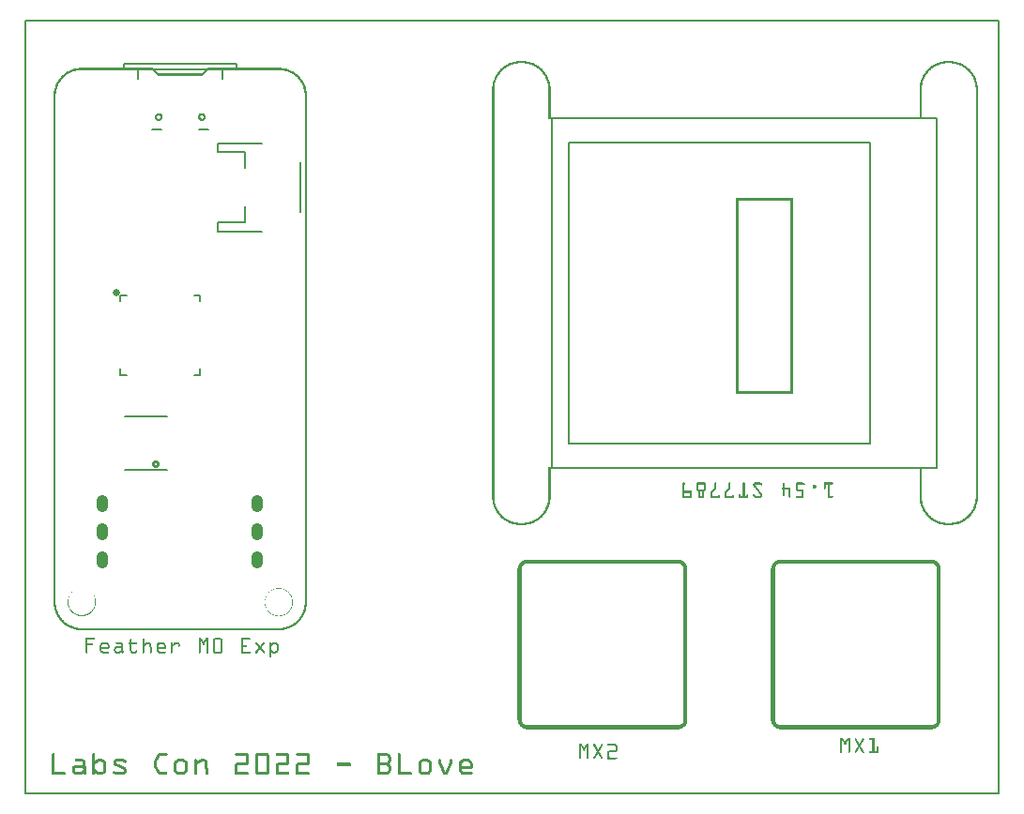
<source format=gto>
G04 MADE WITH FRITZING*
G04 WWW.FRITZING.ORG*
G04 DOUBLE SIDED*
G04 HOLES PLATED*
G04 CONTOUR ON CENTER OF CONTOUR VECTOR*
%ASAXBY*%
%FSLAX23Y23*%
%MOIN*%
%OFA0B0*%
%SFA1.0B1.0*%
%ADD10C,0.026000X-0.00599994*%
%ADD11C,0.028000X0.012*%
%ADD12R,3.464570X2.755910X3.448570X2.739910*%
%ADD13C,0.008000*%
%ADD14C,0.040000*%
%ADD15C,0.005000*%
%ADD16R,0.001000X0.001000*%
%LNSILK1*%
G90*
G70*
G54D10*
X328Y1786D03*
G54D11*
X468Y1173D03*
G54D13*
X4Y2752D02*
X3461Y2752D01*
X3461Y4D01*
X4Y4D01*
X4Y2752D01*
D02*
G54D14*
X828Y1044D02*
X828Y1024D01*
D02*
X828Y944D02*
X828Y924D01*
D02*
X828Y844D02*
X828Y824D01*
D02*
X278Y1044D02*
X278Y1024D01*
D02*
X278Y944D02*
X278Y924D01*
D02*
X278Y844D02*
X278Y824D01*
G54D15*
D02*
X625Y1754D02*
X625Y1775D01*
D02*
X625Y1775D02*
X603Y1775D01*
D02*
X625Y1514D02*
X625Y1492D01*
D02*
X625Y1492D02*
X603Y1492D01*
D02*
X363Y1775D02*
X341Y1775D01*
D02*
X341Y1775D02*
X341Y1754D01*
D02*
X363Y1492D02*
X341Y1492D01*
D02*
X341Y1492D02*
X341Y1514D01*
G54D13*
D02*
X508Y1154D02*
X358Y1154D01*
D02*
X358Y1343D02*
X508Y1343D01*
D02*
X981Y2247D02*
X981Y2070D01*
D02*
X843Y2001D02*
X686Y2001D01*
D02*
X686Y2001D02*
X686Y2035D01*
D02*
X686Y2035D02*
X784Y2035D01*
D02*
X784Y2035D02*
X784Y2090D01*
D02*
X784Y2228D02*
X784Y2283D01*
D02*
X784Y2283D02*
X686Y2283D01*
D02*
X686Y2283D02*
X686Y2316D01*
D02*
X686Y2316D02*
X843Y2316D01*
G54D15*
D02*
X652Y2365D02*
X620Y2365D01*
D02*
X486Y2365D02*
X455Y2365D01*
D02*
X703Y2543D02*
X703Y2578D01*
D02*
X703Y2578D02*
X404Y2578D01*
D02*
X404Y2578D02*
X404Y2543D01*
G54D13*
D02*
X354Y2598D02*
X354Y2584D01*
D02*
X752Y2598D02*
X752Y2584D01*
D02*
X354Y2598D02*
X752Y2598D01*
G54D15*
D02*
X1934Y1247D02*
X1934Y2318D01*
D02*
X1934Y2318D02*
X3004Y2318D01*
D02*
X3004Y2318D02*
X3004Y1247D01*
D02*
X3004Y1247D02*
X1934Y1247D01*
D02*
X1875Y1162D02*
X1875Y2403D01*
D02*
X1875Y2403D02*
X3241Y2403D01*
D02*
X3241Y2403D02*
X3241Y1162D01*
D02*
X3241Y1162D02*
X1875Y1162D01*
G54D16*
X1755Y2607D02*
X1775Y2607D01*
X3272Y2607D02*
X3293Y2607D01*
X1746Y2606D02*
X1784Y2606D01*
X3264Y2606D02*
X3301Y2606D01*
X1741Y2605D02*
X1789Y2605D01*
X3259Y2605D02*
X3307Y2605D01*
X1737Y2604D02*
X1793Y2604D01*
X3254Y2604D02*
X3311Y2604D01*
X1733Y2603D02*
X1797Y2603D01*
X3251Y2603D02*
X3314Y2603D01*
X1730Y2602D02*
X1800Y2602D01*
X3248Y2602D02*
X3318Y2602D01*
X1727Y2601D02*
X1803Y2601D01*
X3245Y2601D02*
X3320Y2601D01*
X1725Y2600D02*
X1805Y2600D01*
X3242Y2600D02*
X3323Y2600D01*
X1722Y2599D02*
X1753Y2599D01*
X1776Y2599D02*
X1808Y2599D01*
X3240Y2599D02*
X3271Y2599D01*
X3294Y2599D02*
X3325Y2599D01*
X1720Y2598D02*
X1745Y2598D01*
X1785Y2598D02*
X1810Y2598D01*
X3238Y2598D02*
X3263Y2598D01*
X3302Y2598D02*
X3328Y2598D01*
X1718Y2597D02*
X1740Y2597D01*
X1790Y2597D02*
X1812Y2597D01*
X3236Y2597D02*
X3258Y2597D01*
X3307Y2597D02*
X3330Y2597D01*
X1716Y2596D02*
X1736Y2596D01*
X1794Y2596D02*
X1814Y2596D01*
X3234Y2596D02*
X3254Y2596D01*
X3311Y2596D02*
X3332Y2596D01*
X1714Y2595D02*
X1733Y2595D01*
X1797Y2595D02*
X1816Y2595D01*
X3232Y2595D02*
X3251Y2595D01*
X3315Y2595D02*
X3334Y2595D01*
X1712Y2594D02*
X1730Y2594D01*
X1800Y2594D02*
X1818Y2594D01*
X3230Y2594D02*
X3248Y2594D01*
X3318Y2594D02*
X3335Y2594D01*
X1710Y2593D02*
X1727Y2593D01*
X1803Y2593D02*
X1819Y2593D01*
X3228Y2593D02*
X3245Y2593D01*
X3320Y2593D02*
X3337Y2593D01*
X1709Y2592D02*
X1725Y2592D01*
X1805Y2592D02*
X1821Y2592D01*
X3227Y2592D02*
X3243Y2592D01*
X3323Y2592D02*
X3339Y2592D01*
X1707Y2591D02*
X1723Y2591D01*
X1807Y2591D02*
X1823Y2591D01*
X3225Y2591D02*
X3240Y2591D01*
X3325Y2591D02*
X3340Y2591D01*
X1706Y2590D02*
X1721Y2590D01*
X1809Y2590D02*
X1824Y2590D01*
X3223Y2590D02*
X3238Y2590D01*
X3327Y2590D02*
X3342Y2590D01*
X1704Y2589D02*
X1718Y2589D01*
X1811Y2589D02*
X1826Y2589D01*
X3222Y2589D02*
X3236Y2589D01*
X3329Y2589D02*
X3343Y2589D01*
X1703Y2588D02*
X1717Y2588D01*
X1813Y2588D02*
X1827Y2588D01*
X3221Y2588D02*
X3234Y2588D01*
X3331Y2588D02*
X3345Y2588D01*
X1702Y2587D02*
X1715Y2587D01*
X1815Y2587D02*
X1828Y2587D01*
X3219Y2587D02*
X3233Y2587D01*
X3333Y2587D02*
X3346Y2587D01*
X1700Y2586D02*
X1713Y2586D01*
X1817Y2586D02*
X1830Y2586D01*
X3218Y2586D02*
X3231Y2586D01*
X3334Y2586D02*
X3347Y2586D01*
X1699Y2585D02*
X1712Y2585D01*
X1818Y2585D02*
X1831Y2585D01*
X3217Y2585D02*
X3229Y2585D01*
X3336Y2585D02*
X3349Y2585D01*
X1698Y2584D02*
X1710Y2584D01*
X1820Y2584D02*
X1832Y2584D01*
X3215Y2584D02*
X3228Y2584D01*
X3338Y2584D02*
X3350Y2584D01*
X195Y2583D02*
X456Y2583D01*
X651Y2583D02*
X912Y2583D01*
X1697Y2583D02*
X1709Y2583D01*
X1821Y2583D02*
X1833Y2583D01*
X3214Y2583D02*
X3226Y2583D01*
X3339Y2583D02*
X3351Y2583D01*
X187Y2582D02*
X457Y2582D01*
X650Y2582D02*
X920Y2582D01*
X1695Y2582D02*
X1707Y2582D01*
X1823Y2582D02*
X1835Y2582D01*
X3213Y2582D02*
X3225Y2582D01*
X3340Y2582D02*
X3352Y2582D01*
X182Y2581D02*
X458Y2581D01*
X649Y2581D02*
X925Y2581D01*
X1694Y2581D02*
X1706Y2581D01*
X1824Y2581D02*
X1836Y2581D01*
X3212Y2581D02*
X3224Y2581D01*
X3342Y2581D02*
X3353Y2581D01*
X178Y2580D02*
X459Y2580D01*
X648Y2580D02*
X929Y2580D01*
X1693Y2580D02*
X1705Y2580D01*
X1825Y2580D02*
X1837Y2580D01*
X3211Y2580D02*
X3222Y2580D01*
X3343Y2580D02*
X3354Y2580D01*
X175Y2579D02*
X460Y2579D01*
X647Y2579D02*
X932Y2579D01*
X1692Y2579D02*
X1703Y2579D01*
X1827Y2579D02*
X1838Y2579D01*
X3210Y2579D02*
X3221Y2579D01*
X3344Y2579D02*
X3355Y2579D01*
X172Y2578D02*
X461Y2578D01*
X646Y2578D02*
X935Y2578D01*
X1691Y2578D02*
X1702Y2578D01*
X1828Y2578D02*
X1839Y2578D01*
X3209Y2578D02*
X3220Y2578D01*
X3346Y2578D02*
X3356Y2578D01*
X169Y2577D02*
X462Y2577D01*
X645Y2577D02*
X938Y2577D01*
X1690Y2577D02*
X1701Y2577D01*
X1829Y2577D02*
X1840Y2577D01*
X3208Y2577D02*
X3219Y2577D01*
X3347Y2577D02*
X3357Y2577D01*
X166Y2576D02*
X463Y2576D01*
X644Y2576D02*
X941Y2576D01*
X1689Y2576D02*
X1700Y2576D01*
X1830Y2576D02*
X1841Y2576D01*
X3207Y2576D02*
X3218Y2576D01*
X3348Y2576D02*
X3358Y2576D01*
X164Y2575D02*
X194Y2575D01*
X454Y2575D02*
X464Y2575D01*
X643Y2575D02*
X654Y2575D01*
X913Y2575D02*
X943Y2575D01*
X1688Y2575D02*
X1699Y2575D01*
X1831Y2575D02*
X1842Y2575D01*
X3206Y2575D02*
X3216Y2575D01*
X3349Y2575D02*
X3359Y2575D01*
X162Y2574D02*
X187Y2574D01*
X455Y2574D02*
X465Y2574D01*
X642Y2574D02*
X652Y2574D01*
X921Y2574D02*
X945Y2574D01*
X1687Y2574D02*
X1698Y2574D01*
X1832Y2574D02*
X1843Y2574D01*
X3205Y2574D02*
X3215Y2574D01*
X3350Y2574D02*
X3360Y2574D01*
X160Y2573D02*
X182Y2573D01*
X456Y2573D02*
X466Y2573D01*
X641Y2573D02*
X651Y2573D01*
X925Y2573D02*
X947Y2573D01*
X1687Y2573D02*
X1697Y2573D01*
X1833Y2573D02*
X1843Y2573D01*
X3204Y2573D02*
X3214Y2573D01*
X3351Y2573D02*
X3361Y2573D01*
X158Y2572D02*
X178Y2572D01*
X457Y2572D02*
X467Y2572D01*
X640Y2572D02*
X650Y2572D01*
X929Y2572D02*
X949Y2572D01*
X1686Y2572D02*
X1695Y2572D01*
X1834Y2572D02*
X1844Y2572D01*
X3203Y2572D02*
X3213Y2572D01*
X3352Y2572D02*
X3362Y2572D01*
X156Y2571D02*
X175Y2571D01*
X458Y2571D02*
X468Y2571D01*
X639Y2571D02*
X649Y2571D01*
X933Y2571D02*
X951Y2571D01*
X1685Y2571D02*
X1695Y2571D01*
X1835Y2571D02*
X1845Y2571D01*
X3202Y2571D02*
X3212Y2571D01*
X3353Y2571D02*
X3363Y2571D01*
X154Y2570D02*
X172Y2570D01*
X459Y2570D02*
X469Y2570D01*
X638Y2570D02*
X648Y2570D01*
X935Y2570D02*
X953Y2570D01*
X1684Y2570D02*
X1694Y2570D01*
X1836Y2570D02*
X1846Y2570D01*
X3202Y2570D02*
X3211Y2570D01*
X3354Y2570D02*
X3364Y2570D01*
X152Y2569D02*
X169Y2569D01*
X460Y2569D02*
X470Y2569D01*
X637Y2569D02*
X647Y2569D01*
X938Y2569D02*
X955Y2569D01*
X1683Y2569D02*
X1693Y2569D01*
X1837Y2569D02*
X1847Y2569D01*
X3201Y2569D02*
X3210Y2569D01*
X3355Y2569D02*
X3364Y2569D01*
X151Y2568D02*
X167Y2568D01*
X461Y2568D02*
X471Y2568D01*
X636Y2568D02*
X646Y2568D01*
X940Y2568D02*
X956Y2568D01*
X1682Y2568D02*
X1692Y2568D01*
X1838Y2568D02*
X1847Y2568D01*
X3200Y2568D02*
X3210Y2568D01*
X3356Y2568D02*
X3365Y2568D01*
X149Y2567D02*
X165Y2567D01*
X462Y2567D02*
X472Y2567D01*
X635Y2567D02*
X645Y2567D01*
X942Y2567D02*
X958Y2567D01*
X1682Y2567D02*
X1691Y2567D01*
X1839Y2567D02*
X1848Y2567D01*
X3199Y2567D02*
X3209Y2567D01*
X3357Y2567D02*
X3366Y2567D01*
X148Y2566D02*
X162Y2566D01*
X463Y2566D02*
X473Y2566D01*
X634Y2566D02*
X644Y2566D01*
X945Y2566D02*
X959Y2566D01*
X1681Y2566D02*
X1690Y2566D01*
X1840Y2566D02*
X1849Y2566D01*
X3199Y2566D02*
X3208Y2566D01*
X3358Y2566D02*
X3367Y2566D01*
X146Y2565D02*
X160Y2565D01*
X464Y2565D02*
X474Y2565D01*
X633Y2565D02*
X643Y2565D01*
X947Y2565D02*
X961Y2565D01*
X1680Y2565D02*
X1689Y2565D01*
X1841Y2565D02*
X1850Y2565D01*
X3198Y2565D02*
X3207Y2565D01*
X3358Y2565D02*
X3367Y2565D01*
X145Y2564D02*
X159Y2564D01*
X465Y2564D02*
X475Y2564D01*
X632Y2564D02*
X642Y2564D01*
X948Y2564D02*
X962Y2564D01*
X1680Y2564D02*
X1688Y2564D01*
X1841Y2564D02*
X1850Y2564D01*
X3197Y2564D02*
X3206Y2564D01*
X3359Y2564D02*
X3368Y2564D01*
X144Y2563D02*
X157Y2563D01*
X466Y2563D02*
X641Y2563D01*
X950Y2563D02*
X964Y2563D01*
X1679Y2563D02*
X1688Y2563D01*
X1842Y2563D02*
X1851Y2563D01*
X3197Y2563D02*
X3205Y2563D01*
X3360Y2563D02*
X3369Y2563D01*
X142Y2562D02*
X155Y2562D01*
X467Y2562D02*
X640Y2562D01*
X952Y2562D02*
X965Y2562D01*
X1678Y2562D02*
X1687Y2562D01*
X1843Y2562D02*
X1852Y2562D01*
X3196Y2562D02*
X3205Y2562D01*
X3361Y2562D02*
X3369Y2562D01*
X141Y2561D02*
X154Y2561D01*
X468Y2561D02*
X639Y2561D01*
X954Y2561D02*
X966Y2561D01*
X1678Y2561D02*
X1686Y2561D01*
X1844Y2561D02*
X1852Y2561D01*
X3195Y2561D02*
X3204Y2561D01*
X3361Y2561D02*
X3370Y2561D01*
X140Y2560D02*
X152Y2560D01*
X469Y2560D02*
X638Y2560D01*
X955Y2560D02*
X967Y2560D01*
X1677Y2560D02*
X1686Y2560D01*
X1844Y2560D02*
X1853Y2560D01*
X3195Y2560D02*
X3203Y2560D01*
X3362Y2560D02*
X3371Y2560D01*
X139Y2559D02*
X151Y2559D01*
X470Y2559D02*
X637Y2559D01*
X956Y2559D02*
X969Y2559D01*
X1676Y2559D02*
X1685Y2559D01*
X1845Y2559D02*
X1854Y2559D01*
X3194Y2559D02*
X3202Y2559D01*
X3363Y2559D02*
X3371Y2559D01*
X137Y2558D02*
X149Y2558D01*
X471Y2558D02*
X636Y2558D01*
X958Y2558D02*
X970Y2558D01*
X1676Y2558D02*
X1684Y2558D01*
X1846Y2558D02*
X1854Y2558D01*
X3193Y2558D02*
X3202Y2558D01*
X3364Y2558D02*
X3372Y2558D01*
X136Y2557D02*
X148Y2557D01*
X472Y2557D02*
X635Y2557D01*
X959Y2557D02*
X971Y2557D01*
X1675Y2557D02*
X1683Y2557D01*
X1846Y2557D02*
X1855Y2557D01*
X3193Y2557D02*
X3201Y2557D01*
X3364Y2557D02*
X3372Y2557D01*
X135Y2556D02*
X147Y2556D01*
X473Y2556D02*
X634Y2556D01*
X961Y2556D02*
X972Y2556D01*
X1675Y2556D02*
X1683Y2556D01*
X1847Y2556D02*
X1855Y2556D01*
X3192Y2556D02*
X3201Y2556D01*
X3365Y2556D02*
X3373Y2556D01*
X134Y2555D02*
X145Y2555D01*
X962Y2555D02*
X973Y2555D01*
X1674Y2555D02*
X1682Y2555D01*
X1848Y2555D02*
X1856Y2555D01*
X3192Y2555D02*
X3200Y2555D01*
X3365Y2555D02*
X3374Y2555D01*
X133Y2554D02*
X144Y2554D01*
X963Y2554D02*
X974Y2554D01*
X1674Y2554D02*
X1682Y2554D01*
X1848Y2554D02*
X1856Y2554D01*
X3191Y2554D02*
X3199Y2554D01*
X3366Y2554D02*
X3374Y2554D01*
X132Y2553D02*
X143Y2553D01*
X964Y2553D02*
X975Y2553D01*
X1673Y2553D02*
X1681Y2553D01*
X1849Y2553D02*
X1857Y2553D01*
X3191Y2553D02*
X3199Y2553D01*
X3366Y2553D02*
X3375Y2553D01*
X131Y2552D02*
X142Y2552D01*
X965Y2552D02*
X976Y2552D01*
X1673Y2552D02*
X1680Y2552D01*
X1849Y2552D02*
X1857Y2552D01*
X3190Y2552D02*
X3198Y2552D01*
X3367Y2552D02*
X3375Y2552D01*
X130Y2551D02*
X141Y2551D01*
X966Y2551D02*
X977Y2551D01*
X1672Y2551D02*
X1680Y2551D01*
X1850Y2551D02*
X1858Y2551D01*
X3190Y2551D02*
X3198Y2551D01*
X3368Y2551D02*
X3376Y2551D01*
X129Y2550D02*
X140Y2550D01*
X967Y2550D02*
X978Y2550D01*
X1672Y2550D02*
X1679Y2550D01*
X1851Y2550D02*
X1858Y2550D01*
X3189Y2550D02*
X3197Y2550D01*
X3368Y2550D02*
X3376Y2550D01*
X129Y2549D02*
X139Y2549D01*
X969Y2549D02*
X979Y2549D01*
X1671Y2549D02*
X1679Y2549D01*
X1851Y2549D02*
X1859Y2549D01*
X3189Y2549D02*
X3196Y2549D01*
X3369Y2549D02*
X3377Y2549D01*
X128Y2548D02*
X138Y2548D01*
X970Y2548D02*
X979Y2548D01*
X1671Y2548D02*
X1678Y2548D01*
X1852Y2548D02*
X1859Y2548D01*
X3188Y2548D02*
X3196Y2548D01*
X3369Y2548D02*
X3377Y2548D01*
X127Y2547D02*
X137Y2547D01*
X970Y2547D02*
X980Y2547D01*
X1670Y2547D02*
X1678Y2547D01*
X1852Y2547D02*
X1860Y2547D01*
X3188Y2547D02*
X3196Y2547D01*
X3370Y2547D02*
X3377Y2547D01*
X126Y2546D02*
X136Y2546D01*
X971Y2546D02*
X981Y2546D01*
X1670Y2546D02*
X1677Y2546D01*
X1852Y2546D02*
X1860Y2546D01*
X3187Y2546D02*
X3195Y2546D01*
X3370Y2546D02*
X3378Y2546D01*
X125Y2545D02*
X135Y2545D01*
X972Y2545D02*
X982Y2545D01*
X1669Y2545D02*
X1677Y2545D01*
X1853Y2545D02*
X1861Y2545D01*
X3187Y2545D02*
X3195Y2545D01*
X3371Y2545D02*
X3378Y2545D01*
X125Y2544D02*
X134Y2544D01*
X973Y2544D02*
X983Y2544D01*
X1669Y2544D02*
X1677Y2544D01*
X1853Y2544D02*
X1861Y2544D01*
X3187Y2544D02*
X3194Y2544D01*
X3371Y2544D02*
X3379Y2544D01*
X124Y2543D02*
X133Y2543D01*
X974Y2543D02*
X983Y2543D01*
X1669Y2543D02*
X1676Y2543D01*
X1854Y2543D02*
X1861Y2543D01*
X3186Y2543D02*
X3194Y2543D01*
X3371Y2543D02*
X3379Y2543D01*
X123Y2542D02*
X132Y2542D01*
X975Y2542D02*
X984Y2542D01*
X1668Y2542D02*
X1676Y2542D01*
X1854Y2542D02*
X1862Y2542D01*
X3186Y2542D02*
X3193Y2542D01*
X3372Y2542D02*
X3379Y2542D01*
X122Y2541D02*
X131Y2541D01*
X976Y2541D02*
X985Y2541D01*
X1668Y2541D02*
X1675Y2541D01*
X1855Y2541D02*
X1862Y2541D01*
X3185Y2541D02*
X3193Y2541D01*
X3372Y2541D02*
X3380Y2541D01*
X122Y2540D02*
X131Y2540D01*
X977Y2540D02*
X985Y2540D01*
X1667Y2540D02*
X1675Y2540D01*
X1855Y2540D02*
X1862Y2540D01*
X3185Y2540D02*
X3192Y2540D01*
X3373Y2540D02*
X3380Y2540D01*
X121Y2539D02*
X130Y2539D01*
X977Y2539D02*
X986Y2539D01*
X1667Y2539D02*
X1674Y2539D01*
X1855Y2539D02*
X1863Y2539D01*
X3185Y2539D02*
X3192Y2539D01*
X3373Y2539D02*
X3380Y2539D01*
X120Y2538D02*
X129Y2538D01*
X978Y2538D02*
X987Y2538D01*
X1667Y2538D02*
X1674Y2538D01*
X1856Y2538D02*
X1863Y2538D01*
X3184Y2538D02*
X3192Y2538D01*
X3373Y2538D02*
X3381Y2538D01*
X120Y2537D02*
X128Y2537D01*
X979Y2537D02*
X987Y2537D01*
X1666Y2537D02*
X1674Y2537D01*
X1856Y2537D02*
X1863Y2537D01*
X3184Y2537D02*
X3191Y2537D01*
X3374Y2537D02*
X3381Y2537D01*
X119Y2536D02*
X128Y2536D01*
X979Y2536D02*
X988Y2536D01*
X1666Y2536D02*
X1673Y2536D01*
X1857Y2536D02*
X1864Y2536D01*
X3184Y2536D02*
X3191Y2536D01*
X3374Y2536D02*
X3381Y2536D01*
X118Y2535D02*
X127Y2535D01*
X980Y2535D02*
X989Y2535D01*
X1666Y2535D02*
X1673Y2535D01*
X1857Y2535D02*
X1864Y2535D01*
X3184Y2535D02*
X3191Y2535D01*
X3374Y2535D02*
X3382Y2535D01*
X118Y2534D02*
X126Y2534D01*
X981Y2534D02*
X989Y2534D01*
X1666Y2534D02*
X1673Y2534D01*
X1857Y2534D02*
X1864Y2534D01*
X3183Y2534D02*
X3190Y2534D01*
X3375Y2534D02*
X3382Y2534D01*
X117Y2533D02*
X126Y2533D01*
X982Y2533D02*
X990Y2533D01*
X1665Y2533D02*
X1672Y2533D01*
X1857Y2533D02*
X1865Y2533D01*
X3183Y2533D02*
X3190Y2533D01*
X3375Y2533D02*
X3382Y2533D01*
X117Y2532D02*
X125Y2532D01*
X982Y2532D02*
X990Y2532D01*
X1665Y2532D02*
X1672Y2532D01*
X1858Y2532D02*
X1865Y2532D01*
X3183Y2532D02*
X3190Y2532D01*
X3375Y2532D02*
X3383Y2532D01*
X116Y2531D02*
X124Y2531D01*
X983Y2531D02*
X991Y2531D01*
X1665Y2531D02*
X1672Y2531D01*
X1858Y2531D02*
X1865Y2531D01*
X3182Y2531D02*
X3190Y2531D01*
X3376Y2531D02*
X3383Y2531D01*
X116Y2530D02*
X124Y2530D01*
X983Y2530D02*
X991Y2530D01*
X1665Y2530D02*
X1672Y2530D01*
X1858Y2530D02*
X1865Y2530D01*
X3182Y2530D02*
X3189Y2530D01*
X3376Y2530D02*
X3383Y2530D01*
X115Y2529D02*
X123Y2529D01*
X984Y2529D02*
X992Y2529D01*
X1664Y2529D02*
X1671Y2529D01*
X1858Y2529D02*
X1866Y2529D01*
X3182Y2529D02*
X3189Y2529D01*
X3376Y2529D02*
X3383Y2529D01*
X115Y2528D02*
X123Y2528D01*
X985Y2528D02*
X992Y2528D01*
X1664Y2528D02*
X1671Y2528D01*
X1859Y2528D02*
X1866Y2528D01*
X3182Y2528D02*
X3189Y2528D01*
X3376Y2528D02*
X3383Y2528D01*
X114Y2527D02*
X122Y2527D01*
X985Y2527D02*
X993Y2527D01*
X1664Y2527D02*
X1671Y2527D01*
X1859Y2527D02*
X1866Y2527D01*
X3182Y2527D02*
X3189Y2527D01*
X3377Y2527D02*
X3384Y2527D01*
X114Y2526D02*
X121Y2526D01*
X986Y2526D02*
X993Y2526D01*
X1664Y2526D02*
X1671Y2526D01*
X1859Y2526D02*
X1866Y2526D01*
X3181Y2526D02*
X3188Y2526D01*
X3377Y2526D02*
X3384Y2526D01*
X113Y2525D02*
X121Y2525D01*
X986Y2525D02*
X994Y2525D01*
X1664Y2525D02*
X1671Y2525D01*
X1859Y2525D02*
X1866Y2525D01*
X3181Y2525D02*
X3188Y2525D01*
X3377Y2525D02*
X3384Y2525D01*
X113Y2524D02*
X120Y2524D01*
X987Y2524D02*
X994Y2524D01*
X1663Y2524D02*
X1670Y2524D01*
X1860Y2524D02*
X1867Y2524D01*
X3181Y2524D02*
X3188Y2524D01*
X3377Y2524D02*
X3384Y2524D01*
X112Y2523D02*
X120Y2523D01*
X987Y2523D02*
X995Y2523D01*
X1663Y2523D02*
X1670Y2523D01*
X1860Y2523D02*
X1867Y2523D01*
X3181Y2523D02*
X3188Y2523D01*
X3377Y2523D02*
X3384Y2523D01*
X112Y2522D02*
X120Y2522D01*
X988Y2522D02*
X995Y2522D01*
X1663Y2522D02*
X1670Y2522D01*
X1860Y2522D02*
X1867Y2522D01*
X3181Y2522D02*
X3188Y2522D01*
X3378Y2522D02*
X3385Y2522D01*
X111Y2521D02*
X119Y2521D01*
X988Y2521D02*
X996Y2521D01*
X1663Y2521D02*
X1670Y2521D01*
X1860Y2521D02*
X1867Y2521D01*
X3181Y2521D02*
X3188Y2521D01*
X3378Y2521D02*
X3385Y2521D01*
X111Y2520D02*
X119Y2520D01*
X988Y2520D02*
X996Y2520D01*
X1663Y2520D02*
X1670Y2520D01*
X1860Y2520D02*
X1867Y2520D01*
X3180Y2520D02*
X3187Y2520D01*
X3378Y2520D02*
X3385Y2520D01*
X111Y2519D02*
X118Y2519D01*
X989Y2519D02*
X996Y2519D01*
X1663Y2519D02*
X1670Y2519D01*
X1860Y2519D02*
X1867Y2519D01*
X3180Y2519D02*
X3187Y2519D01*
X3378Y2519D02*
X3385Y2519D01*
X110Y2518D02*
X118Y2518D01*
X989Y2518D02*
X997Y2518D01*
X1662Y2518D02*
X1669Y2518D01*
X1860Y2518D02*
X1867Y2518D01*
X3180Y2518D02*
X3187Y2518D01*
X3378Y2518D02*
X3385Y2518D01*
X110Y2517D02*
X117Y2517D01*
X990Y2517D02*
X997Y2517D01*
X1662Y2517D02*
X1669Y2517D01*
X1861Y2517D02*
X1868Y2517D01*
X3180Y2517D02*
X3187Y2517D01*
X3378Y2517D02*
X3385Y2517D01*
X110Y2516D02*
X117Y2516D01*
X990Y2516D02*
X998Y2516D01*
X1662Y2516D02*
X1669Y2516D01*
X1861Y2516D02*
X1868Y2516D01*
X3180Y2516D02*
X3187Y2516D01*
X3378Y2516D02*
X3385Y2516D01*
X109Y2515D02*
X117Y2515D01*
X991Y2515D02*
X998Y2515D01*
X1662Y2515D02*
X1669Y2515D01*
X1861Y2515D02*
X1868Y2515D01*
X3180Y2515D02*
X3187Y2515D01*
X3378Y2515D02*
X3385Y2515D01*
X109Y2514D02*
X116Y2514D01*
X991Y2514D02*
X998Y2514D01*
X1662Y2514D02*
X1669Y2514D01*
X1861Y2514D02*
X1868Y2514D01*
X3180Y2514D02*
X3187Y2514D01*
X3378Y2514D02*
X3385Y2514D01*
X109Y2513D02*
X116Y2513D01*
X991Y2513D02*
X998Y2513D01*
X1662Y2513D02*
X1669Y2513D01*
X1861Y2513D02*
X1868Y2513D01*
X3180Y2513D02*
X3187Y2513D01*
X3379Y2513D02*
X3386Y2513D01*
X108Y2512D02*
X116Y2512D01*
X992Y2512D02*
X999Y2512D01*
X1662Y2512D02*
X1669Y2512D01*
X1861Y2512D02*
X1868Y2512D01*
X3180Y2512D02*
X3187Y2512D01*
X3379Y2512D02*
X3386Y2512D01*
X108Y2511D02*
X115Y2511D01*
X992Y2511D02*
X999Y2511D01*
X1662Y2511D02*
X1669Y2511D01*
X1861Y2511D02*
X1868Y2511D01*
X3180Y2511D02*
X3187Y2511D01*
X3379Y2511D02*
X3386Y2511D01*
X108Y2510D02*
X115Y2510D01*
X992Y2510D02*
X999Y2510D01*
X1662Y2510D02*
X1669Y2510D01*
X1861Y2510D02*
X1868Y2510D01*
X3180Y2510D02*
X3187Y2510D01*
X3379Y2510D02*
X3386Y2510D01*
X107Y2509D02*
X115Y2509D01*
X992Y2509D02*
X1000Y2509D01*
X1662Y2509D02*
X1669Y2509D01*
X1861Y2509D02*
X1868Y2509D01*
X3180Y2509D02*
X3187Y2509D01*
X3379Y2509D02*
X3386Y2509D01*
X107Y2508D02*
X114Y2508D01*
X993Y2508D02*
X1000Y2508D01*
X1662Y2508D02*
X1669Y2508D01*
X1861Y2508D02*
X1868Y2508D01*
X3180Y2508D02*
X3187Y2508D01*
X3379Y2508D02*
X3386Y2508D01*
X107Y2507D02*
X114Y2507D01*
X993Y2507D02*
X1000Y2507D01*
X1662Y2507D02*
X1669Y2507D01*
X1861Y2507D02*
X1868Y2507D01*
X3180Y2507D02*
X3187Y2507D01*
X3379Y2507D02*
X3386Y2507D01*
X107Y2506D02*
X114Y2506D01*
X993Y2506D02*
X1000Y2506D01*
X1662Y2506D02*
X1669Y2506D01*
X1861Y2506D02*
X1868Y2506D01*
X3180Y2506D02*
X3187Y2506D01*
X3379Y2506D02*
X3386Y2506D01*
X106Y2505D02*
X114Y2505D01*
X994Y2505D02*
X1001Y2505D01*
X1662Y2505D02*
X1669Y2505D01*
X1861Y2505D02*
X1868Y2505D01*
X3180Y2505D02*
X3187Y2505D01*
X3379Y2505D02*
X3386Y2505D01*
X106Y2504D02*
X113Y2504D01*
X994Y2504D02*
X1001Y2504D01*
X1662Y2504D02*
X1669Y2504D01*
X1861Y2504D02*
X1868Y2504D01*
X3180Y2504D02*
X3187Y2504D01*
X3379Y2504D02*
X3386Y2504D01*
X106Y2503D02*
X113Y2503D01*
X994Y2503D02*
X1001Y2503D01*
X1662Y2503D02*
X1669Y2503D01*
X1861Y2503D02*
X1868Y2503D01*
X3180Y2503D02*
X3187Y2503D01*
X3379Y2503D02*
X3386Y2503D01*
X106Y2502D02*
X113Y2502D01*
X994Y2502D02*
X1001Y2502D01*
X1662Y2502D02*
X1669Y2502D01*
X1861Y2502D02*
X1868Y2502D01*
X3180Y2502D02*
X3187Y2502D01*
X3379Y2502D02*
X3386Y2502D01*
X106Y2501D02*
X113Y2501D01*
X994Y2501D02*
X1001Y2501D01*
X1662Y2501D02*
X1669Y2501D01*
X1861Y2501D02*
X1868Y2501D01*
X3180Y2501D02*
X3187Y2501D01*
X3379Y2501D02*
X3386Y2501D01*
X105Y2500D02*
X113Y2500D01*
X995Y2500D02*
X1002Y2500D01*
X1662Y2500D02*
X1669Y2500D01*
X1861Y2500D02*
X1868Y2500D01*
X3180Y2500D02*
X3187Y2500D01*
X3379Y2500D02*
X3386Y2500D01*
X105Y2499D02*
X112Y2499D01*
X995Y2499D02*
X1002Y2499D01*
X1662Y2499D02*
X1669Y2499D01*
X1861Y2499D02*
X1868Y2499D01*
X3180Y2499D02*
X3187Y2499D01*
X3379Y2499D02*
X3386Y2499D01*
X105Y2498D02*
X112Y2498D01*
X995Y2498D02*
X1002Y2498D01*
X1662Y2498D02*
X1669Y2498D01*
X1861Y2498D02*
X1868Y2498D01*
X3180Y2498D02*
X3187Y2498D01*
X3379Y2498D02*
X3386Y2498D01*
X105Y2497D02*
X112Y2497D01*
X995Y2497D02*
X1002Y2497D01*
X1662Y2497D02*
X1669Y2497D01*
X1861Y2497D02*
X1868Y2497D01*
X3180Y2497D02*
X3187Y2497D01*
X3379Y2497D02*
X3386Y2497D01*
X105Y2496D02*
X112Y2496D01*
X995Y2496D02*
X1002Y2496D01*
X1662Y2496D02*
X1669Y2496D01*
X1861Y2496D02*
X1868Y2496D01*
X3180Y2496D02*
X3187Y2496D01*
X3379Y2496D02*
X3386Y2496D01*
X105Y2495D02*
X112Y2495D01*
X995Y2495D02*
X1002Y2495D01*
X1662Y2495D02*
X1669Y2495D01*
X1861Y2495D02*
X1868Y2495D01*
X3180Y2495D02*
X3187Y2495D01*
X3379Y2495D02*
X3386Y2495D01*
X105Y2494D02*
X112Y2494D01*
X995Y2494D02*
X1002Y2494D01*
X1662Y2494D02*
X1669Y2494D01*
X1861Y2494D02*
X1868Y2494D01*
X3180Y2494D02*
X3187Y2494D01*
X3379Y2494D02*
X3386Y2494D01*
X105Y2493D02*
X112Y2493D01*
X996Y2493D02*
X1003Y2493D01*
X1662Y2493D02*
X1669Y2493D01*
X1861Y2493D02*
X1868Y2493D01*
X3180Y2493D02*
X3187Y2493D01*
X3379Y2493D02*
X3386Y2493D01*
X104Y2492D02*
X111Y2492D01*
X996Y2492D02*
X1003Y2492D01*
X1662Y2492D02*
X1669Y2492D01*
X1861Y2492D02*
X1868Y2492D01*
X3180Y2492D02*
X3187Y2492D01*
X3379Y2492D02*
X3386Y2492D01*
X104Y2491D02*
X111Y2491D01*
X996Y2491D02*
X1003Y2491D01*
X1662Y2491D02*
X1669Y2491D01*
X1861Y2491D02*
X1868Y2491D01*
X3180Y2491D02*
X3187Y2491D01*
X3379Y2491D02*
X3386Y2491D01*
X104Y2490D02*
X111Y2490D01*
X996Y2490D02*
X1003Y2490D01*
X1662Y2490D02*
X1669Y2490D01*
X1861Y2490D02*
X1868Y2490D01*
X3180Y2490D02*
X3187Y2490D01*
X3379Y2490D02*
X3386Y2490D01*
X104Y2489D02*
X111Y2489D01*
X996Y2489D02*
X1003Y2489D01*
X1662Y2489D02*
X1669Y2489D01*
X1861Y2489D02*
X1868Y2489D01*
X3180Y2489D02*
X3187Y2489D01*
X3379Y2489D02*
X3386Y2489D01*
X104Y2488D02*
X111Y2488D01*
X996Y2488D02*
X1003Y2488D01*
X1662Y2488D02*
X1669Y2488D01*
X1861Y2488D02*
X1868Y2488D01*
X3180Y2488D02*
X3187Y2488D01*
X3379Y2488D02*
X3386Y2488D01*
X104Y2487D02*
X111Y2487D01*
X996Y2487D02*
X1003Y2487D01*
X1662Y2487D02*
X1669Y2487D01*
X1861Y2487D02*
X1868Y2487D01*
X3180Y2487D02*
X3187Y2487D01*
X3379Y2487D02*
X3386Y2487D01*
X104Y2486D02*
X111Y2486D01*
X996Y2486D02*
X1003Y2486D01*
X1662Y2486D02*
X1669Y2486D01*
X1861Y2486D02*
X1868Y2486D01*
X3180Y2486D02*
X3187Y2486D01*
X3379Y2486D02*
X3386Y2486D01*
X104Y2485D02*
X111Y2485D01*
X996Y2485D02*
X1003Y2485D01*
X1662Y2485D02*
X1669Y2485D01*
X1861Y2485D02*
X1868Y2485D01*
X3180Y2485D02*
X3187Y2485D01*
X3379Y2485D02*
X3386Y2485D01*
X104Y2484D02*
X111Y2484D01*
X996Y2484D02*
X1003Y2484D01*
X1662Y2484D02*
X1669Y2484D01*
X1861Y2484D02*
X1868Y2484D01*
X3180Y2484D02*
X3187Y2484D01*
X3379Y2484D02*
X3386Y2484D01*
X104Y2483D02*
X111Y2483D01*
X996Y2483D02*
X1003Y2483D01*
X1662Y2483D02*
X1669Y2483D01*
X1861Y2483D02*
X1868Y2483D01*
X3180Y2483D02*
X3187Y2483D01*
X3379Y2483D02*
X3386Y2483D01*
X104Y2482D02*
X111Y2482D01*
X996Y2482D02*
X1003Y2482D01*
X1662Y2482D02*
X1669Y2482D01*
X1861Y2482D02*
X1868Y2482D01*
X3180Y2482D02*
X3187Y2482D01*
X3379Y2482D02*
X3386Y2482D01*
X104Y2481D02*
X111Y2481D01*
X996Y2481D02*
X1003Y2481D01*
X1662Y2481D02*
X1669Y2481D01*
X1861Y2481D02*
X1868Y2481D01*
X3180Y2481D02*
X3187Y2481D01*
X3379Y2481D02*
X3386Y2481D01*
X104Y2480D02*
X111Y2480D01*
X996Y2480D02*
X1003Y2480D01*
X1662Y2480D02*
X1669Y2480D01*
X1861Y2480D02*
X1868Y2480D01*
X3180Y2480D02*
X3187Y2480D01*
X3379Y2480D02*
X3386Y2480D01*
X104Y2479D02*
X111Y2479D01*
X996Y2479D02*
X1003Y2479D01*
X1662Y2479D02*
X1669Y2479D01*
X1861Y2479D02*
X1868Y2479D01*
X3180Y2479D02*
X3187Y2479D01*
X3379Y2479D02*
X3386Y2479D01*
X104Y2478D02*
X111Y2478D01*
X996Y2478D02*
X1003Y2478D01*
X1662Y2478D02*
X1669Y2478D01*
X1861Y2478D02*
X1868Y2478D01*
X3180Y2478D02*
X3187Y2478D01*
X3379Y2478D02*
X3386Y2478D01*
X104Y2477D02*
X111Y2477D01*
X996Y2477D02*
X1003Y2477D01*
X1662Y2477D02*
X1669Y2477D01*
X1861Y2477D02*
X1868Y2477D01*
X3180Y2477D02*
X3187Y2477D01*
X3379Y2477D02*
X3386Y2477D01*
X104Y2476D02*
X111Y2476D01*
X996Y2476D02*
X1003Y2476D01*
X1662Y2476D02*
X1669Y2476D01*
X1861Y2476D02*
X1868Y2476D01*
X3180Y2476D02*
X3187Y2476D01*
X3379Y2476D02*
X3386Y2476D01*
X104Y2475D02*
X111Y2475D01*
X996Y2475D02*
X1003Y2475D01*
X1662Y2475D02*
X1669Y2475D01*
X1861Y2475D02*
X1868Y2475D01*
X3180Y2475D02*
X3187Y2475D01*
X3379Y2475D02*
X3386Y2475D01*
X104Y2474D02*
X111Y2474D01*
X996Y2474D02*
X1003Y2474D01*
X1662Y2474D02*
X1669Y2474D01*
X1861Y2474D02*
X1868Y2474D01*
X3180Y2474D02*
X3187Y2474D01*
X3379Y2474D02*
X3386Y2474D01*
X104Y2473D02*
X111Y2473D01*
X996Y2473D02*
X1003Y2473D01*
X1662Y2473D02*
X1669Y2473D01*
X1861Y2473D02*
X1868Y2473D01*
X3180Y2473D02*
X3187Y2473D01*
X3379Y2473D02*
X3386Y2473D01*
X104Y2472D02*
X111Y2472D01*
X996Y2472D02*
X1003Y2472D01*
X1662Y2472D02*
X1669Y2472D01*
X1861Y2472D02*
X1868Y2472D01*
X3180Y2472D02*
X3187Y2472D01*
X3379Y2472D02*
X3386Y2472D01*
X104Y2471D02*
X111Y2471D01*
X996Y2471D02*
X1003Y2471D01*
X1662Y2471D02*
X1669Y2471D01*
X1861Y2471D02*
X1868Y2471D01*
X3180Y2471D02*
X3187Y2471D01*
X3379Y2471D02*
X3386Y2471D01*
X104Y2470D02*
X111Y2470D01*
X996Y2470D02*
X1003Y2470D01*
X1662Y2470D02*
X1669Y2470D01*
X1861Y2470D02*
X1868Y2470D01*
X3180Y2470D02*
X3187Y2470D01*
X3379Y2470D02*
X3386Y2470D01*
X104Y2469D02*
X111Y2469D01*
X996Y2469D02*
X1003Y2469D01*
X1662Y2469D02*
X1669Y2469D01*
X1861Y2469D02*
X1868Y2469D01*
X3180Y2469D02*
X3187Y2469D01*
X3379Y2469D02*
X3386Y2469D01*
X104Y2468D02*
X111Y2468D01*
X996Y2468D02*
X1003Y2468D01*
X1662Y2468D02*
X1669Y2468D01*
X1861Y2468D02*
X1868Y2468D01*
X3180Y2468D02*
X3187Y2468D01*
X3379Y2468D02*
X3386Y2468D01*
X104Y2467D02*
X111Y2467D01*
X996Y2467D02*
X1003Y2467D01*
X1662Y2467D02*
X1669Y2467D01*
X1861Y2467D02*
X1868Y2467D01*
X3180Y2467D02*
X3187Y2467D01*
X3379Y2467D02*
X3386Y2467D01*
X104Y2466D02*
X111Y2466D01*
X996Y2466D02*
X1003Y2466D01*
X1662Y2466D02*
X1669Y2466D01*
X1861Y2466D02*
X1868Y2466D01*
X3180Y2466D02*
X3187Y2466D01*
X3379Y2466D02*
X3386Y2466D01*
X104Y2465D02*
X111Y2465D01*
X996Y2465D02*
X1003Y2465D01*
X1662Y2465D02*
X1669Y2465D01*
X1861Y2465D02*
X1868Y2465D01*
X3180Y2465D02*
X3187Y2465D01*
X3379Y2465D02*
X3386Y2465D01*
X104Y2464D02*
X111Y2464D01*
X996Y2464D02*
X1003Y2464D01*
X1662Y2464D02*
X1669Y2464D01*
X1861Y2464D02*
X1868Y2464D01*
X3180Y2464D02*
X3187Y2464D01*
X3379Y2464D02*
X3386Y2464D01*
X104Y2463D02*
X111Y2463D01*
X996Y2463D02*
X1003Y2463D01*
X1662Y2463D02*
X1669Y2463D01*
X1861Y2463D02*
X1868Y2463D01*
X3180Y2463D02*
X3187Y2463D01*
X3379Y2463D02*
X3386Y2463D01*
X104Y2462D02*
X111Y2462D01*
X996Y2462D02*
X1003Y2462D01*
X1662Y2462D02*
X1669Y2462D01*
X1861Y2462D02*
X1868Y2462D01*
X3180Y2462D02*
X3187Y2462D01*
X3379Y2462D02*
X3386Y2462D01*
X104Y2461D02*
X111Y2461D01*
X996Y2461D02*
X1003Y2461D01*
X1662Y2461D02*
X1669Y2461D01*
X1861Y2461D02*
X1868Y2461D01*
X3180Y2461D02*
X3187Y2461D01*
X3379Y2461D02*
X3386Y2461D01*
X104Y2460D02*
X111Y2460D01*
X996Y2460D02*
X1003Y2460D01*
X1662Y2460D02*
X1669Y2460D01*
X1861Y2460D02*
X1868Y2460D01*
X3180Y2460D02*
X3187Y2460D01*
X3379Y2460D02*
X3386Y2460D01*
X104Y2459D02*
X111Y2459D01*
X996Y2459D02*
X1003Y2459D01*
X1662Y2459D02*
X1669Y2459D01*
X1861Y2459D02*
X1868Y2459D01*
X3180Y2459D02*
X3187Y2459D01*
X3379Y2459D02*
X3386Y2459D01*
X104Y2458D02*
X111Y2458D01*
X996Y2458D02*
X1003Y2458D01*
X1662Y2458D02*
X1669Y2458D01*
X1861Y2458D02*
X1868Y2458D01*
X3180Y2458D02*
X3187Y2458D01*
X3379Y2458D02*
X3386Y2458D01*
X104Y2457D02*
X111Y2457D01*
X996Y2457D02*
X1003Y2457D01*
X1662Y2457D02*
X1669Y2457D01*
X1861Y2457D02*
X1868Y2457D01*
X3180Y2457D02*
X3187Y2457D01*
X3379Y2457D02*
X3386Y2457D01*
X104Y2456D02*
X111Y2456D01*
X996Y2456D02*
X1003Y2456D01*
X1662Y2456D02*
X1669Y2456D01*
X1861Y2456D02*
X1868Y2456D01*
X3180Y2456D02*
X3187Y2456D01*
X3379Y2456D02*
X3386Y2456D01*
X104Y2455D02*
X111Y2455D01*
X996Y2455D02*
X1003Y2455D01*
X1662Y2455D02*
X1669Y2455D01*
X1861Y2455D02*
X1868Y2455D01*
X3180Y2455D02*
X3187Y2455D01*
X3379Y2455D02*
X3386Y2455D01*
X104Y2454D02*
X111Y2454D01*
X996Y2454D02*
X1003Y2454D01*
X1662Y2454D02*
X1669Y2454D01*
X1861Y2454D02*
X1868Y2454D01*
X3180Y2454D02*
X3187Y2454D01*
X3379Y2454D02*
X3386Y2454D01*
X104Y2453D02*
X111Y2453D01*
X996Y2453D02*
X1003Y2453D01*
X1662Y2453D02*
X1669Y2453D01*
X1861Y2453D02*
X1868Y2453D01*
X3180Y2453D02*
X3187Y2453D01*
X3379Y2453D02*
X3386Y2453D01*
X104Y2452D02*
X111Y2452D01*
X996Y2452D02*
X1003Y2452D01*
X1662Y2452D02*
X1669Y2452D01*
X1861Y2452D02*
X1868Y2452D01*
X3180Y2452D02*
X3187Y2452D01*
X3379Y2452D02*
X3386Y2452D01*
X104Y2451D02*
X111Y2451D01*
X996Y2451D02*
X1003Y2451D01*
X1662Y2451D02*
X1669Y2451D01*
X1861Y2451D02*
X1868Y2451D01*
X3180Y2451D02*
X3187Y2451D01*
X3379Y2451D02*
X3386Y2451D01*
X104Y2450D02*
X111Y2450D01*
X996Y2450D02*
X1003Y2450D01*
X1662Y2450D02*
X1669Y2450D01*
X1861Y2450D02*
X1868Y2450D01*
X3180Y2450D02*
X3187Y2450D01*
X3379Y2450D02*
X3386Y2450D01*
X104Y2449D02*
X111Y2449D01*
X996Y2449D02*
X1003Y2449D01*
X1662Y2449D02*
X1669Y2449D01*
X1861Y2449D02*
X1868Y2449D01*
X3180Y2449D02*
X3187Y2449D01*
X3379Y2449D02*
X3386Y2449D01*
X104Y2448D02*
X111Y2448D01*
X996Y2448D02*
X1003Y2448D01*
X1662Y2448D02*
X1669Y2448D01*
X1861Y2448D02*
X1868Y2448D01*
X3180Y2448D02*
X3187Y2448D01*
X3379Y2448D02*
X3386Y2448D01*
X104Y2447D02*
X111Y2447D01*
X996Y2447D02*
X1003Y2447D01*
X1662Y2447D02*
X1669Y2447D01*
X1861Y2447D02*
X1868Y2447D01*
X3180Y2447D02*
X3187Y2447D01*
X3379Y2447D02*
X3386Y2447D01*
X104Y2446D02*
X111Y2446D01*
X996Y2446D02*
X1003Y2446D01*
X1662Y2446D02*
X1669Y2446D01*
X1861Y2446D02*
X1868Y2446D01*
X3180Y2446D02*
X3187Y2446D01*
X3379Y2446D02*
X3386Y2446D01*
X104Y2445D02*
X111Y2445D01*
X996Y2445D02*
X1003Y2445D01*
X1662Y2445D02*
X1669Y2445D01*
X1861Y2445D02*
X1868Y2445D01*
X3180Y2445D02*
X3187Y2445D01*
X3379Y2445D02*
X3386Y2445D01*
X104Y2444D02*
X111Y2444D01*
X996Y2444D02*
X1003Y2444D01*
X1662Y2444D02*
X1669Y2444D01*
X1861Y2444D02*
X1868Y2444D01*
X3180Y2444D02*
X3187Y2444D01*
X3379Y2444D02*
X3386Y2444D01*
X104Y2443D02*
X111Y2443D01*
X996Y2443D02*
X1003Y2443D01*
X1662Y2443D02*
X1669Y2443D01*
X1861Y2443D02*
X1868Y2443D01*
X3180Y2443D02*
X3187Y2443D01*
X3379Y2443D02*
X3386Y2443D01*
X104Y2442D02*
X111Y2442D01*
X996Y2442D02*
X1003Y2442D01*
X1662Y2442D02*
X1669Y2442D01*
X1861Y2442D02*
X1868Y2442D01*
X3180Y2442D02*
X3187Y2442D01*
X3379Y2442D02*
X3386Y2442D01*
X104Y2441D02*
X111Y2441D01*
X996Y2441D02*
X1003Y2441D01*
X1662Y2441D02*
X1669Y2441D01*
X1861Y2441D02*
X1868Y2441D01*
X3180Y2441D02*
X3187Y2441D01*
X3379Y2441D02*
X3386Y2441D01*
X104Y2440D02*
X111Y2440D01*
X996Y2440D02*
X1003Y2440D01*
X1662Y2440D02*
X1669Y2440D01*
X1861Y2440D02*
X1868Y2440D01*
X3180Y2440D02*
X3187Y2440D01*
X3379Y2440D02*
X3386Y2440D01*
X104Y2439D02*
X111Y2439D01*
X996Y2439D02*
X1003Y2439D01*
X1662Y2439D02*
X1669Y2439D01*
X1861Y2439D02*
X1868Y2439D01*
X3180Y2439D02*
X3187Y2439D01*
X3379Y2439D02*
X3386Y2439D01*
X104Y2438D02*
X111Y2438D01*
X996Y2438D02*
X1003Y2438D01*
X1662Y2438D02*
X1669Y2438D01*
X1861Y2438D02*
X1868Y2438D01*
X3180Y2438D02*
X3187Y2438D01*
X3379Y2438D02*
X3386Y2438D01*
X104Y2437D02*
X111Y2437D01*
X996Y2437D02*
X1003Y2437D01*
X1662Y2437D02*
X1669Y2437D01*
X1861Y2437D02*
X1868Y2437D01*
X3180Y2437D02*
X3187Y2437D01*
X3379Y2437D02*
X3386Y2437D01*
X104Y2436D02*
X111Y2436D01*
X996Y2436D02*
X1003Y2436D01*
X1662Y2436D02*
X1669Y2436D01*
X1861Y2436D02*
X1868Y2436D01*
X3180Y2436D02*
X3187Y2436D01*
X3379Y2436D02*
X3386Y2436D01*
X104Y2435D02*
X111Y2435D01*
X996Y2435D02*
X1003Y2435D01*
X1662Y2435D02*
X1669Y2435D01*
X1861Y2435D02*
X1868Y2435D01*
X3180Y2435D02*
X3187Y2435D01*
X3379Y2435D02*
X3386Y2435D01*
X104Y2434D02*
X111Y2434D01*
X996Y2434D02*
X1003Y2434D01*
X1662Y2434D02*
X1669Y2434D01*
X1861Y2434D02*
X1868Y2434D01*
X3180Y2434D02*
X3187Y2434D01*
X3379Y2434D02*
X3386Y2434D01*
X104Y2433D02*
X111Y2433D01*
X996Y2433D02*
X1003Y2433D01*
X1662Y2433D02*
X1669Y2433D01*
X1861Y2433D02*
X1868Y2433D01*
X3180Y2433D02*
X3187Y2433D01*
X3379Y2433D02*
X3386Y2433D01*
X104Y2432D02*
X111Y2432D01*
X996Y2432D02*
X1003Y2432D01*
X1662Y2432D02*
X1669Y2432D01*
X1861Y2432D02*
X1868Y2432D01*
X3180Y2432D02*
X3187Y2432D01*
X3379Y2432D02*
X3386Y2432D01*
X104Y2431D02*
X111Y2431D01*
X996Y2431D02*
X1003Y2431D01*
X1662Y2431D02*
X1669Y2431D01*
X1861Y2431D02*
X1868Y2431D01*
X3180Y2431D02*
X3187Y2431D01*
X3379Y2431D02*
X3386Y2431D01*
X104Y2430D02*
X111Y2430D01*
X996Y2430D02*
X1003Y2430D01*
X1662Y2430D02*
X1669Y2430D01*
X1861Y2430D02*
X1868Y2430D01*
X3180Y2430D02*
X3187Y2430D01*
X3379Y2430D02*
X3386Y2430D01*
X104Y2429D02*
X111Y2429D01*
X996Y2429D02*
X1003Y2429D01*
X1662Y2429D02*
X1669Y2429D01*
X1861Y2429D02*
X1868Y2429D01*
X3180Y2429D02*
X3187Y2429D01*
X3379Y2429D02*
X3386Y2429D01*
X104Y2428D02*
X111Y2428D01*
X996Y2428D02*
X1003Y2428D01*
X1662Y2428D02*
X1669Y2428D01*
X1861Y2428D02*
X1868Y2428D01*
X3180Y2428D02*
X3187Y2428D01*
X3379Y2428D02*
X3386Y2428D01*
X104Y2427D02*
X111Y2427D01*
X996Y2427D02*
X1003Y2427D01*
X1662Y2427D02*
X1669Y2427D01*
X1861Y2427D02*
X1868Y2427D01*
X3180Y2427D02*
X3187Y2427D01*
X3379Y2427D02*
X3386Y2427D01*
X104Y2426D02*
X111Y2426D01*
X996Y2426D02*
X1003Y2426D01*
X1662Y2426D02*
X1669Y2426D01*
X1861Y2426D02*
X1868Y2426D01*
X3180Y2426D02*
X3187Y2426D01*
X3379Y2426D02*
X3386Y2426D01*
X104Y2425D02*
X111Y2425D01*
X996Y2425D02*
X1003Y2425D01*
X1662Y2425D02*
X1669Y2425D01*
X1861Y2425D02*
X1868Y2425D01*
X3180Y2425D02*
X3187Y2425D01*
X3379Y2425D02*
X3386Y2425D01*
X104Y2424D02*
X111Y2424D01*
X996Y2424D02*
X1003Y2424D01*
X1662Y2424D02*
X1669Y2424D01*
X1861Y2424D02*
X1868Y2424D01*
X3180Y2424D02*
X3187Y2424D01*
X3379Y2424D02*
X3386Y2424D01*
X104Y2423D02*
X111Y2423D01*
X996Y2423D02*
X1003Y2423D01*
X1662Y2423D02*
X1669Y2423D01*
X1861Y2423D02*
X1868Y2423D01*
X3180Y2423D02*
X3187Y2423D01*
X3379Y2423D02*
X3386Y2423D01*
X104Y2422D02*
X111Y2422D01*
X476Y2422D02*
X478Y2422D01*
X629Y2422D02*
X631Y2422D01*
X996Y2422D02*
X1003Y2422D01*
X1662Y2422D02*
X1669Y2422D01*
X1861Y2422D02*
X1868Y2422D01*
X3180Y2422D02*
X3187Y2422D01*
X3379Y2422D02*
X3386Y2422D01*
X104Y2421D02*
X111Y2421D01*
X472Y2421D02*
X482Y2421D01*
X626Y2421D02*
X635Y2421D01*
X996Y2421D02*
X1003Y2421D01*
X1662Y2421D02*
X1669Y2421D01*
X1861Y2421D02*
X1868Y2421D01*
X3180Y2421D02*
X3187Y2421D01*
X3379Y2421D02*
X3386Y2421D01*
X104Y2420D02*
X111Y2420D01*
X470Y2420D02*
X484Y2420D01*
X624Y2420D02*
X637Y2420D01*
X996Y2420D02*
X1003Y2420D01*
X1662Y2420D02*
X1669Y2420D01*
X1861Y2420D02*
X1868Y2420D01*
X3180Y2420D02*
X3187Y2420D01*
X3379Y2420D02*
X3386Y2420D01*
X104Y2419D02*
X111Y2419D01*
X469Y2419D02*
X485Y2419D01*
X622Y2419D02*
X638Y2419D01*
X996Y2419D02*
X1003Y2419D01*
X1662Y2419D02*
X1669Y2419D01*
X1861Y2419D02*
X1868Y2419D01*
X3180Y2419D02*
X3187Y2419D01*
X3379Y2419D02*
X3386Y2419D01*
X104Y2418D02*
X111Y2418D01*
X467Y2418D02*
X486Y2418D01*
X621Y2418D02*
X640Y2418D01*
X996Y2418D02*
X1003Y2418D01*
X1662Y2418D02*
X1669Y2418D01*
X1861Y2418D02*
X1868Y2418D01*
X3180Y2418D02*
X3187Y2418D01*
X3379Y2418D02*
X3386Y2418D01*
X104Y2417D02*
X111Y2417D01*
X467Y2417D02*
X487Y2417D01*
X620Y2417D02*
X640Y2417D01*
X996Y2417D02*
X1003Y2417D01*
X1662Y2417D02*
X1669Y2417D01*
X1861Y2417D02*
X1868Y2417D01*
X3180Y2417D02*
X3187Y2417D01*
X3379Y2417D02*
X3386Y2417D01*
X104Y2416D02*
X111Y2416D01*
X466Y2416D02*
X488Y2416D01*
X619Y2416D02*
X641Y2416D01*
X996Y2416D02*
X1003Y2416D01*
X1662Y2416D02*
X1669Y2416D01*
X1861Y2416D02*
X1868Y2416D01*
X3180Y2416D02*
X3187Y2416D01*
X3379Y2416D02*
X3386Y2416D01*
X104Y2415D02*
X111Y2415D01*
X465Y2415D02*
X488Y2415D01*
X619Y2415D02*
X642Y2415D01*
X996Y2415D02*
X1003Y2415D01*
X1662Y2415D02*
X1669Y2415D01*
X1861Y2415D02*
X1868Y2415D01*
X3180Y2415D02*
X3187Y2415D01*
X3379Y2415D02*
X3386Y2415D01*
X104Y2414D02*
X111Y2414D01*
X465Y2414D02*
X475Y2414D01*
X479Y2414D02*
X489Y2414D01*
X618Y2414D02*
X628Y2414D01*
X632Y2414D02*
X642Y2414D01*
X996Y2414D02*
X1003Y2414D01*
X1662Y2414D02*
X1669Y2414D01*
X1861Y2414D02*
X1868Y2414D01*
X3180Y2414D02*
X3187Y2414D01*
X3379Y2414D02*
X3386Y2414D01*
X104Y2413D02*
X111Y2413D01*
X464Y2413D02*
X473Y2413D01*
X481Y2413D02*
X489Y2413D01*
X618Y2413D02*
X626Y2413D01*
X634Y2413D02*
X643Y2413D01*
X996Y2413D02*
X1003Y2413D01*
X1662Y2413D02*
X1669Y2413D01*
X1861Y2413D02*
X1868Y2413D01*
X3180Y2413D02*
X3187Y2413D01*
X3379Y2413D02*
X3386Y2413D01*
X104Y2412D02*
X111Y2412D01*
X464Y2412D02*
X472Y2412D01*
X482Y2412D02*
X489Y2412D01*
X618Y2412D02*
X625Y2412D01*
X635Y2412D02*
X643Y2412D01*
X996Y2412D02*
X1003Y2412D01*
X1662Y2412D02*
X1669Y2412D01*
X1861Y2412D02*
X1868Y2412D01*
X3180Y2412D02*
X3187Y2412D01*
X3379Y2412D02*
X3386Y2412D01*
X104Y2411D02*
X111Y2411D01*
X464Y2411D02*
X471Y2411D01*
X482Y2411D02*
X490Y2411D01*
X617Y2411D02*
X625Y2411D01*
X636Y2411D02*
X643Y2411D01*
X996Y2411D02*
X1003Y2411D01*
X1662Y2411D02*
X1669Y2411D01*
X1861Y2411D02*
X1868Y2411D01*
X3180Y2411D02*
X3187Y2411D01*
X3379Y2411D02*
X3386Y2411D01*
X104Y2410D02*
X111Y2410D01*
X464Y2410D02*
X471Y2410D01*
X483Y2410D02*
X490Y2410D01*
X617Y2410D02*
X624Y2410D01*
X636Y2410D02*
X643Y2410D01*
X996Y2410D02*
X1003Y2410D01*
X1662Y2410D02*
X1669Y2410D01*
X1861Y2410D02*
X1868Y2410D01*
X3180Y2410D02*
X3187Y2410D01*
X3379Y2410D02*
X3386Y2410D01*
X104Y2409D02*
X111Y2409D01*
X464Y2409D02*
X471Y2409D01*
X483Y2409D02*
X490Y2409D01*
X617Y2409D02*
X624Y2409D01*
X637Y2409D02*
X644Y2409D01*
X996Y2409D02*
X1003Y2409D01*
X1662Y2409D02*
X1669Y2409D01*
X1861Y2409D02*
X1868Y2409D01*
X3180Y2409D02*
X3187Y2409D01*
X3379Y2409D02*
X3386Y2409D01*
X104Y2408D02*
X111Y2408D01*
X464Y2408D02*
X471Y2408D01*
X483Y2408D02*
X490Y2408D01*
X617Y2408D02*
X624Y2408D01*
X637Y2408D02*
X644Y2408D01*
X996Y2408D02*
X1003Y2408D01*
X1662Y2408D02*
X1669Y2408D01*
X1861Y2408D02*
X3187Y2408D01*
X3379Y2408D02*
X3386Y2408D01*
X104Y2407D02*
X111Y2407D01*
X464Y2407D02*
X471Y2407D01*
X483Y2407D02*
X490Y2407D01*
X617Y2407D02*
X624Y2407D01*
X636Y2407D02*
X643Y2407D01*
X996Y2407D02*
X1003Y2407D01*
X1662Y2407D02*
X1669Y2407D01*
X1861Y2407D02*
X3187Y2407D01*
X3379Y2407D02*
X3386Y2407D01*
X104Y2406D02*
X111Y2406D01*
X464Y2406D02*
X471Y2406D01*
X483Y2406D02*
X490Y2406D01*
X617Y2406D02*
X625Y2406D01*
X636Y2406D02*
X643Y2406D01*
X996Y2406D02*
X1003Y2406D01*
X1662Y2406D02*
X1669Y2406D01*
X1861Y2406D02*
X3187Y2406D01*
X3379Y2406D02*
X3386Y2406D01*
X104Y2405D02*
X111Y2405D01*
X464Y2405D02*
X472Y2405D01*
X482Y2405D02*
X490Y2405D01*
X618Y2405D02*
X625Y2405D01*
X635Y2405D02*
X643Y2405D01*
X996Y2405D02*
X1003Y2405D01*
X1662Y2405D02*
X1669Y2405D01*
X1861Y2405D02*
X3187Y2405D01*
X3379Y2405D02*
X3386Y2405D01*
X104Y2404D02*
X111Y2404D01*
X464Y2404D02*
X473Y2404D01*
X481Y2404D02*
X489Y2404D01*
X618Y2404D02*
X626Y2404D01*
X634Y2404D02*
X643Y2404D01*
X996Y2404D02*
X1003Y2404D01*
X1662Y2404D02*
X1669Y2404D01*
X1861Y2404D02*
X3187Y2404D01*
X3379Y2404D02*
X3386Y2404D01*
X104Y2403D02*
X111Y2403D01*
X465Y2403D02*
X474Y2403D01*
X479Y2403D02*
X489Y2403D01*
X618Y2403D02*
X628Y2403D01*
X633Y2403D02*
X642Y2403D01*
X996Y2403D02*
X1003Y2403D01*
X1662Y2403D02*
X1669Y2403D01*
X1861Y2403D02*
X3187Y2403D01*
X3379Y2403D02*
X3386Y2403D01*
X104Y2402D02*
X111Y2402D01*
X465Y2402D02*
X488Y2402D01*
X619Y2402D02*
X642Y2402D01*
X996Y2402D02*
X1003Y2402D01*
X1662Y2402D02*
X1669Y2402D01*
X1861Y2402D02*
X3187Y2402D01*
X3379Y2402D02*
X3386Y2402D01*
X104Y2401D02*
X111Y2401D01*
X466Y2401D02*
X488Y2401D01*
X619Y2401D02*
X641Y2401D01*
X996Y2401D02*
X1003Y2401D01*
X1662Y2401D02*
X1669Y2401D01*
X1861Y2401D02*
X3187Y2401D01*
X3379Y2401D02*
X3386Y2401D01*
X104Y2400D02*
X111Y2400D01*
X466Y2400D02*
X487Y2400D01*
X620Y2400D02*
X641Y2400D01*
X996Y2400D02*
X1003Y2400D01*
X1662Y2400D02*
X1669Y2400D01*
X3379Y2400D02*
X3386Y2400D01*
X104Y2399D02*
X111Y2399D01*
X467Y2399D02*
X486Y2399D01*
X621Y2399D02*
X640Y2399D01*
X996Y2399D02*
X1003Y2399D01*
X1662Y2399D02*
X1669Y2399D01*
X3379Y2399D02*
X3386Y2399D01*
X104Y2398D02*
X111Y2398D01*
X468Y2398D02*
X485Y2398D01*
X622Y2398D02*
X639Y2398D01*
X996Y2398D02*
X1003Y2398D01*
X1662Y2398D02*
X1669Y2398D01*
X3379Y2398D02*
X3386Y2398D01*
X104Y2397D02*
X111Y2397D01*
X470Y2397D02*
X484Y2397D01*
X623Y2397D02*
X637Y2397D01*
X996Y2397D02*
X1003Y2397D01*
X1662Y2397D02*
X1669Y2397D01*
X3379Y2397D02*
X3386Y2397D01*
X104Y2396D02*
X111Y2396D01*
X472Y2396D02*
X482Y2396D01*
X625Y2396D02*
X636Y2396D01*
X996Y2396D02*
X1003Y2396D01*
X1662Y2396D02*
X1669Y2396D01*
X3379Y2396D02*
X3386Y2396D01*
X104Y2395D02*
X111Y2395D01*
X474Y2395D02*
X479Y2395D01*
X628Y2395D02*
X633Y2395D01*
X996Y2395D02*
X1003Y2395D01*
X1662Y2395D02*
X1669Y2395D01*
X3379Y2395D02*
X3386Y2395D01*
X104Y2394D02*
X111Y2394D01*
X996Y2394D02*
X1003Y2394D01*
X1662Y2394D02*
X1669Y2394D01*
X3379Y2394D02*
X3386Y2394D01*
X104Y2393D02*
X111Y2393D01*
X996Y2393D02*
X1003Y2393D01*
X1662Y2393D02*
X1669Y2393D01*
X3379Y2393D02*
X3386Y2393D01*
X104Y2392D02*
X111Y2392D01*
X996Y2392D02*
X1003Y2392D01*
X1662Y2392D02*
X1669Y2392D01*
X3379Y2392D02*
X3386Y2392D01*
X104Y2391D02*
X111Y2391D01*
X996Y2391D02*
X1003Y2391D01*
X1662Y2391D02*
X1669Y2391D01*
X3379Y2391D02*
X3386Y2391D01*
X104Y2390D02*
X111Y2390D01*
X996Y2390D02*
X1003Y2390D01*
X1662Y2390D02*
X1669Y2390D01*
X3379Y2390D02*
X3386Y2390D01*
X104Y2389D02*
X111Y2389D01*
X996Y2389D02*
X1003Y2389D01*
X1662Y2389D02*
X1669Y2389D01*
X3379Y2389D02*
X3386Y2389D01*
X104Y2388D02*
X111Y2388D01*
X996Y2388D02*
X1003Y2388D01*
X1662Y2388D02*
X1669Y2388D01*
X3379Y2388D02*
X3386Y2388D01*
X104Y2387D02*
X111Y2387D01*
X996Y2387D02*
X1003Y2387D01*
X1662Y2387D02*
X1669Y2387D01*
X3379Y2387D02*
X3386Y2387D01*
X104Y2386D02*
X111Y2386D01*
X996Y2386D02*
X1003Y2386D01*
X1662Y2386D02*
X1669Y2386D01*
X3379Y2386D02*
X3386Y2386D01*
X104Y2385D02*
X111Y2385D01*
X996Y2385D02*
X1003Y2385D01*
X1662Y2385D02*
X1669Y2385D01*
X3379Y2385D02*
X3386Y2385D01*
X104Y2384D02*
X111Y2384D01*
X996Y2384D02*
X1003Y2384D01*
X1662Y2384D02*
X1669Y2384D01*
X3379Y2384D02*
X3386Y2384D01*
X104Y2383D02*
X111Y2383D01*
X996Y2383D02*
X1003Y2383D01*
X1662Y2383D02*
X1669Y2383D01*
X3379Y2383D02*
X3386Y2383D01*
X104Y2382D02*
X111Y2382D01*
X996Y2382D02*
X1003Y2382D01*
X1662Y2382D02*
X1669Y2382D01*
X3379Y2382D02*
X3386Y2382D01*
X104Y2381D02*
X111Y2381D01*
X996Y2381D02*
X1003Y2381D01*
X1662Y2381D02*
X1669Y2381D01*
X3379Y2381D02*
X3386Y2381D01*
X104Y2380D02*
X111Y2380D01*
X996Y2380D02*
X1003Y2380D01*
X1662Y2380D02*
X1669Y2380D01*
X3379Y2380D02*
X3386Y2380D01*
X104Y2379D02*
X111Y2379D01*
X996Y2379D02*
X1003Y2379D01*
X1662Y2379D02*
X1669Y2379D01*
X3379Y2379D02*
X3386Y2379D01*
X104Y2378D02*
X111Y2378D01*
X996Y2378D02*
X1003Y2378D01*
X1662Y2378D02*
X1669Y2378D01*
X3379Y2378D02*
X3386Y2378D01*
X104Y2377D02*
X111Y2377D01*
X996Y2377D02*
X1003Y2377D01*
X1662Y2377D02*
X1669Y2377D01*
X3379Y2377D02*
X3386Y2377D01*
X104Y2376D02*
X111Y2376D01*
X996Y2376D02*
X1003Y2376D01*
X1662Y2376D02*
X1669Y2376D01*
X3379Y2376D02*
X3386Y2376D01*
X104Y2375D02*
X111Y2375D01*
X996Y2375D02*
X1003Y2375D01*
X1662Y2375D02*
X1669Y2375D01*
X3379Y2375D02*
X3386Y2375D01*
X104Y2374D02*
X111Y2374D01*
X996Y2374D02*
X1003Y2374D01*
X1662Y2374D02*
X1669Y2374D01*
X3379Y2374D02*
X3386Y2374D01*
X104Y2373D02*
X111Y2373D01*
X996Y2373D02*
X1003Y2373D01*
X1662Y2373D02*
X1669Y2373D01*
X3379Y2373D02*
X3386Y2373D01*
X104Y2372D02*
X111Y2372D01*
X996Y2372D02*
X1003Y2372D01*
X1662Y2372D02*
X1669Y2372D01*
X3379Y2372D02*
X3386Y2372D01*
X104Y2371D02*
X111Y2371D01*
X996Y2371D02*
X1003Y2371D01*
X1662Y2371D02*
X1669Y2371D01*
X3379Y2371D02*
X3386Y2371D01*
X104Y2370D02*
X111Y2370D01*
X996Y2370D02*
X1003Y2370D01*
X1662Y2370D02*
X1669Y2370D01*
X3379Y2370D02*
X3386Y2370D01*
X104Y2369D02*
X111Y2369D01*
X996Y2369D02*
X1003Y2369D01*
X1662Y2369D02*
X1669Y2369D01*
X3379Y2369D02*
X3386Y2369D01*
X104Y2368D02*
X111Y2368D01*
X996Y2368D02*
X1003Y2368D01*
X1662Y2368D02*
X1669Y2368D01*
X3379Y2368D02*
X3386Y2368D01*
X104Y2367D02*
X111Y2367D01*
X996Y2367D02*
X1003Y2367D01*
X1662Y2367D02*
X1669Y2367D01*
X3379Y2367D02*
X3386Y2367D01*
X104Y2366D02*
X111Y2366D01*
X996Y2366D02*
X1003Y2366D01*
X1662Y2366D02*
X1669Y2366D01*
X3379Y2366D02*
X3386Y2366D01*
X104Y2365D02*
X111Y2365D01*
X996Y2365D02*
X1003Y2365D01*
X1662Y2365D02*
X1669Y2365D01*
X3379Y2365D02*
X3386Y2365D01*
X104Y2364D02*
X111Y2364D01*
X996Y2364D02*
X1003Y2364D01*
X1662Y2364D02*
X1669Y2364D01*
X3379Y2364D02*
X3386Y2364D01*
X104Y2363D02*
X111Y2363D01*
X996Y2363D02*
X1003Y2363D01*
X1662Y2363D02*
X1669Y2363D01*
X3379Y2363D02*
X3386Y2363D01*
X104Y2362D02*
X111Y2362D01*
X996Y2362D02*
X1003Y2362D01*
X1662Y2362D02*
X1669Y2362D01*
X3379Y2362D02*
X3386Y2362D01*
X104Y2361D02*
X111Y2361D01*
X996Y2361D02*
X1003Y2361D01*
X1662Y2361D02*
X1669Y2361D01*
X3379Y2361D02*
X3386Y2361D01*
X104Y2360D02*
X111Y2360D01*
X996Y2360D02*
X1003Y2360D01*
X1662Y2360D02*
X1669Y2360D01*
X3379Y2360D02*
X3386Y2360D01*
X104Y2359D02*
X111Y2359D01*
X996Y2359D02*
X1003Y2359D01*
X1662Y2359D02*
X1669Y2359D01*
X3379Y2359D02*
X3386Y2359D01*
X104Y2358D02*
X111Y2358D01*
X996Y2358D02*
X1003Y2358D01*
X1662Y2358D02*
X1669Y2358D01*
X3379Y2358D02*
X3386Y2358D01*
X104Y2357D02*
X111Y2357D01*
X996Y2357D02*
X1003Y2357D01*
X1662Y2357D02*
X1669Y2357D01*
X3379Y2357D02*
X3386Y2357D01*
X104Y2356D02*
X111Y2356D01*
X996Y2356D02*
X1003Y2356D01*
X1662Y2356D02*
X1669Y2356D01*
X3379Y2356D02*
X3386Y2356D01*
X104Y2355D02*
X111Y2355D01*
X996Y2355D02*
X1003Y2355D01*
X1662Y2355D02*
X1669Y2355D01*
X3379Y2355D02*
X3386Y2355D01*
X104Y2354D02*
X111Y2354D01*
X996Y2354D02*
X1003Y2354D01*
X1662Y2354D02*
X1669Y2354D01*
X3379Y2354D02*
X3386Y2354D01*
X104Y2353D02*
X111Y2353D01*
X996Y2353D02*
X1003Y2353D01*
X1662Y2353D02*
X1669Y2353D01*
X3379Y2353D02*
X3386Y2353D01*
X104Y2352D02*
X111Y2352D01*
X996Y2352D02*
X1003Y2352D01*
X1662Y2352D02*
X1669Y2352D01*
X3379Y2352D02*
X3386Y2352D01*
X104Y2351D02*
X111Y2351D01*
X996Y2351D02*
X1003Y2351D01*
X1662Y2351D02*
X1669Y2351D01*
X3379Y2351D02*
X3386Y2351D01*
X104Y2350D02*
X111Y2350D01*
X996Y2350D02*
X1003Y2350D01*
X1662Y2350D02*
X1669Y2350D01*
X3379Y2350D02*
X3386Y2350D01*
X104Y2349D02*
X111Y2349D01*
X996Y2349D02*
X1003Y2349D01*
X1662Y2349D02*
X1669Y2349D01*
X3379Y2349D02*
X3386Y2349D01*
X104Y2348D02*
X111Y2348D01*
X996Y2348D02*
X1003Y2348D01*
X1662Y2348D02*
X1669Y2348D01*
X3379Y2348D02*
X3386Y2348D01*
X104Y2347D02*
X111Y2347D01*
X996Y2347D02*
X1003Y2347D01*
X1662Y2347D02*
X1669Y2347D01*
X3379Y2347D02*
X3386Y2347D01*
X104Y2346D02*
X111Y2346D01*
X996Y2346D02*
X1003Y2346D01*
X1662Y2346D02*
X1669Y2346D01*
X3379Y2346D02*
X3386Y2346D01*
X104Y2345D02*
X111Y2345D01*
X996Y2345D02*
X1003Y2345D01*
X1662Y2345D02*
X1669Y2345D01*
X3379Y2345D02*
X3386Y2345D01*
X104Y2344D02*
X111Y2344D01*
X996Y2344D02*
X1003Y2344D01*
X1662Y2344D02*
X1669Y2344D01*
X3379Y2344D02*
X3386Y2344D01*
X104Y2343D02*
X111Y2343D01*
X996Y2343D02*
X1003Y2343D01*
X1662Y2343D02*
X1669Y2343D01*
X3379Y2343D02*
X3386Y2343D01*
X104Y2342D02*
X111Y2342D01*
X996Y2342D02*
X1003Y2342D01*
X1662Y2342D02*
X1669Y2342D01*
X3379Y2342D02*
X3386Y2342D01*
X104Y2341D02*
X111Y2341D01*
X996Y2341D02*
X1003Y2341D01*
X1662Y2341D02*
X1669Y2341D01*
X3379Y2341D02*
X3386Y2341D01*
X104Y2340D02*
X111Y2340D01*
X996Y2340D02*
X1003Y2340D01*
X1662Y2340D02*
X1669Y2340D01*
X3379Y2340D02*
X3386Y2340D01*
X104Y2339D02*
X111Y2339D01*
X996Y2339D02*
X1003Y2339D01*
X1662Y2339D02*
X1669Y2339D01*
X3379Y2339D02*
X3386Y2339D01*
X104Y2338D02*
X111Y2338D01*
X996Y2338D02*
X1003Y2338D01*
X1662Y2338D02*
X1669Y2338D01*
X3379Y2338D02*
X3386Y2338D01*
X104Y2337D02*
X111Y2337D01*
X996Y2337D02*
X1003Y2337D01*
X1662Y2337D02*
X1669Y2337D01*
X3379Y2337D02*
X3386Y2337D01*
X104Y2336D02*
X111Y2336D01*
X996Y2336D02*
X1003Y2336D01*
X1662Y2336D02*
X1669Y2336D01*
X3379Y2336D02*
X3386Y2336D01*
X104Y2335D02*
X111Y2335D01*
X996Y2335D02*
X1003Y2335D01*
X1662Y2335D02*
X1669Y2335D01*
X3379Y2335D02*
X3386Y2335D01*
X104Y2334D02*
X111Y2334D01*
X996Y2334D02*
X1003Y2334D01*
X1662Y2334D02*
X1669Y2334D01*
X3379Y2334D02*
X3386Y2334D01*
X104Y2333D02*
X111Y2333D01*
X996Y2333D02*
X1003Y2333D01*
X1662Y2333D02*
X1669Y2333D01*
X3379Y2333D02*
X3386Y2333D01*
X104Y2332D02*
X111Y2332D01*
X996Y2332D02*
X1003Y2332D01*
X1662Y2332D02*
X1669Y2332D01*
X3379Y2332D02*
X3386Y2332D01*
X104Y2331D02*
X111Y2331D01*
X996Y2331D02*
X1003Y2331D01*
X1662Y2331D02*
X1669Y2331D01*
X3379Y2331D02*
X3386Y2331D01*
X104Y2330D02*
X111Y2330D01*
X996Y2330D02*
X1003Y2330D01*
X1662Y2330D02*
X1669Y2330D01*
X3379Y2330D02*
X3386Y2330D01*
X104Y2329D02*
X111Y2329D01*
X996Y2329D02*
X1003Y2329D01*
X1662Y2329D02*
X1669Y2329D01*
X3379Y2329D02*
X3386Y2329D01*
X104Y2328D02*
X111Y2328D01*
X996Y2328D02*
X1003Y2328D01*
X1662Y2328D02*
X1669Y2328D01*
X3379Y2328D02*
X3386Y2328D01*
X104Y2327D02*
X111Y2327D01*
X996Y2327D02*
X1003Y2327D01*
X1662Y2327D02*
X1669Y2327D01*
X3379Y2327D02*
X3386Y2327D01*
X104Y2326D02*
X111Y2326D01*
X996Y2326D02*
X1003Y2326D01*
X1662Y2326D02*
X1669Y2326D01*
X3379Y2326D02*
X3386Y2326D01*
X104Y2325D02*
X111Y2325D01*
X996Y2325D02*
X1003Y2325D01*
X1662Y2325D02*
X1669Y2325D01*
X3379Y2325D02*
X3386Y2325D01*
X104Y2324D02*
X111Y2324D01*
X996Y2324D02*
X1003Y2324D01*
X1662Y2324D02*
X1669Y2324D01*
X3379Y2324D02*
X3386Y2324D01*
X104Y2323D02*
X111Y2323D01*
X996Y2323D02*
X1003Y2323D01*
X1662Y2323D02*
X1669Y2323D01*
X3379Y2323D02*
X3386Y2323D01*
X104Y2322D02*
X111Y2322D01*
X996Y2322D02*
X1003Y2322D01*
X1662Y2322D02*
X1669Y2322D01*
X3379Y2322D02*
X3386Y2322D01*
X104Y2321D02*
X111Y2321D01*
X996Y2321D02*
X1003Y2321D01*
X1662Y2321D02*
X1669Y2321D01*
X3379Y2321D02*
X3386Y2321D01*
X104Y2320D02*
X111Y2320D01*
X996Y2320D02*
X1003Y2320D01*
X1662Y2320D02*
X1669Y2320D01*
X3379Y2320D02*
X3386Y2320D01*
X104Y2319D02*
X111Y2319D01*
X996Y2319D02*
X1003Y2319D01*
X1662Y2319D02*
X1669Y2319D01*
X3379Y2319D02*
X3386Y2319D01*
X104Y2318D02*
X111Y2318D01*
X996Y2318D02*
X1003Y2318D01*
X1662Y2318D02*
X1669Y2318D01*
X3379Y2318D02*
X3386Y2318D01*
X104Y2317D02*
X111Y2317D01*
X996Y2317D02*
X1003Y2317D01*
X1662Y2317D02*
X1669Y2317D01*
X3379Y2317D02*
X3386Y2317D01*
X104Y2316D02*
X111Y2316D01*
X996Y2316D02*
X1003Y2316D01*
X1662Y2316D02*
X1669Y2316D01*
X3379Y2316D02*
X3386Y2316D01*
X104Y2315D02*
X111Y2315D01*
X996Y2315D02*
X1003Y2315D01*
X1662Y2315D02*
X1669Y2315D01*
X3379Y2315D02*
X3386Y2315D01*
X104Y2314D02*
X111Y2314D01*
X996Y2314D02*
X1003Y2314D01*
X1662Y2314D02*
X1669Y2314D01*
X3379Y2314D02*
X3386Y2314D01*
X104Y2313D02*
X111Y2313D01*
X996Y2313D02*
X1003Y2313D01*
X1662Y2313D02*
X1669Y2313D01*
X3379Y2313D02*
X3386Y2313D01*
X104Y2312D02*
X111Y2312D01*
X996Y2312D02*
X1003Y2312D01*
X1662Y2312D02*
X1669Y2312D01*
X3379Y2312D02*
X3386Y2312D01*
X104Y2311D02*
X111Y2311D01*
X996Y2311D02*
X1003Y2311D01*
X1662Y2311D02*
X1669Y2311D01*
X3379Y2311D02*
X3386Y2311D01*
X104Y2310D02*
X111Y2310D01*
X996Y2310D02*
X1003Y2310D01*
X1662Y2310D02*
X1669Y2310D01*
X3379Y2310D02*
X3386Y2310D01*
X104Y2309D02*
X111Y2309D01*
X996Y2309D02*
X1003Y2309D01*
X1662Y2309D02*
X1669Y2309D01*
X3379Y2309D02*
X3386Y2309D01*
X104Y2308D02*
X111Y2308D01*
X996Y2308D02*
X1003Y2308D01*
X1662Y2308D02*
X1669Y2308D01*
X3379Y2308D02*
X3386Y2308D01*
X104Y2307D02*
X111Y2307D01*
X996Y2307D02*
X1003Y2307D01*
X1662Y2307D02*
X1669Y2307D01*
X3379Y2307D02*
X3386Y2307D01*
X104Y2306D02*
X111Y2306D01*
X996Y2306D02*
X1003Y2306D01*
X1662Y2306D02*
X1669Y2306D01*
X3379Y2306D02*
X3386Y2306D01*
X104Y2305D02*
X111Y2305D01*
X996Y2305D02*
X1003Y2305D01*
X1662Y2305D02*
X1669Y2305D01*
X3379Y2305D02*
X3386Y2305D01*
X104Y2304D02*
X111Y2304D01*
X996Y2304D02*
X1003Y2304D01*
X1662Y2304D02*
X1669Y2304D01*
X3379Y2304D02*
X3386Y2304D01*
X104Y2303D02*
X111Y2303D01*
X996Y2303D02*
X1003Y2303D01*
X1662Y2303D02*
X1669Y2303D01*
X3379Y2303D02*
X3386Y2303D01*
X104Y2302D02*
X111Y2302D01*
X996Y2302D02*
X1003Y2302D01*
X1662Y2302D02*
X1669Y2302D01*
X3379Y2302D02*
X3386Y2302D01*
X104Y2301D02*
X111Y2301D01*
X996Y2301D02*
X1003Y2301D01*
X1662Y2301D02*
X1669Y2301D01*
X3379Y2301D02*
X3386Y2301D01*
X104Y2300D02*
X111Y2300D01*
X996Y2300D02*
X1003Y2300D01*
X1662Y2300D02*
X1669Y2300D01*
X3379Y2300D02*
X3386Y2300D01*
X104Y2299D02*
X111Y2299D01*
X996Y2299D02*
X1003Y2299D01*
X1662Y2299D02*
X1669Y2299D01*
X3379Y2299D02*
X3386Y2299D01*
X104Y2298D02*
X111Y2298D01*
X996Y2298D02*
X1003Y2298D01*
X1662Y2298D02*
X1669Y2298D01*
X3379Y2298D02*
X3386Y2298D01*
X104Y2297D02*
X111Y2297D01*
X996Y2297D02*
X1003Y2297D01*
X1662Y2297D02*
X1669Y2297D01*
X3379Y2297D02*
X3386Y2297D01*
X104Y2296D02*
X111Y2296D01*
X996Y2296D02*
X1003Y2296D01*
X1662Y2296D02*
X1669Y2296D01*
X3379Y2296D02*
X3386Y2296D01*
X104Y2295D02*
X111Y2295D01*
X996Y2295D02*
X1003Y2295D01*
X1662Y2295D02*
X1669Y2295D01*
X3379Y2295D02*
X3386Y2295D01*
X104Y2294D02*
X111Y2294D01*
X996Y2294D02*
X1003Y2294D01*
X1662Y2294D02*
X1669Y2294D01*
X3379Y2294D02*
X3386Y2294D01*
X104Y2293D02*
X111Y2293D01*
X996Y2293D02*
X1003Y2293D01*
X1662Y2293D02*
X1669Y2293D01*
X3379Y2293D02*
X3386Y2293D01*
X104Y2292D02*
X111Y2292D01*
X996Y2292D02*
X1003Y2292D01*
X1662Y2292D02*
X1669Y2292D01*
X3379Y2292D02*
X3386Y2292D01*
X104Y2291D02*
X111Y2291D01*
X996Y2291D02*
X1003Y2291D01*
X1662Y2291D02*
X1669Y2291D01*
X3379Y2291D02*
X3386Y2291D01*
X104Y2290D02*
X111Y2290D01*
X996Y2290D02*
X1003Y2290D01*
X1662Y2290D02*
X1669Y2290D01*
X3379Y2290D02*
X3386Y2290D01*
X104Y2289D02*
X111Y2289D01*
X996Y2289D02*
X1003Y2289D01*
X1662Y2289D02*
X1669Y2289D01*
X3379Y2289D02*
X3386Y2289D01*
X104Y2288D02*
X111Y2288D01*
X996Y2288D02*
X1003Y2288D01*
X1662Y2288D02*
X1669Y2288D01*
X3379Y2288D02*
X3386Y2288D01*
X104Y2287D02*
X111Y2287D01*
X996Y2287D02*
X1003Y2287D01*
X1662Y2287D02*
X1669Y2287D01*
X3379Y2287D02*
X3386Y2287D01*
X104Y2286D02*
X111Y2286D01*
X996Y2286D02*
X1003Y2286D01*
X1662Y2286D02*
X1669Y2286D01*
X3379Y2286D02*
X3386Y2286D01*
X104Y2285D02*
X111Y2285D01*
X996Y2285D02*
X1003Y2285D01*
X1662Y2285D02*
X1669Y2285D01*
X3379Y2285D02*
X3386Y2285D01*
X104Y2284D02*
X111Y2284D01*
X996Y2284D02*
X1003Y2284D01*
X1662Y2284D02*
X1669Y2284D01*
X3379Y2284D02*
X3386Y2284D01*
X104Y2283D02*
X111Y2283D01*
X996Y2283D02*
X1003Y2283D01*
X1662Y2283D02*
X1669Y2283D01*
X3379Y2283D02*
X3386Y2283D01*
X104Y2282D02*
X111Y2282D01*
X996Y2282D02*
X1003Y2282D01*
X1662Y2282D02*
X1669Y2282D01*
X3379Y2282D02*
X3386Y2282D01*
X104Y2281D02*
X111Y2281D01*
X996Y2281D02*
X1003Y2281D01*
X1662Y2281D02*
X1669Y2281D01*
X3379Y2281D02*
X3386Y2281D01*
X104Y2280D02*
X111Y2280D01*
X996Y2280D02*
X1003Y2280D01*
X1662Y2280D02*
X1669Y2280D01*
X3379Y2280D02*
X3386Y2280D01*
X104Y2279D02*
X111Y2279D01*
X996Y2279D02*
X1003Y2279D01*
X1662Y2279D02*
X1669Y2279D01*
X3379Y2279D02*
X3386Y2279D01*
X104Y2278D02*
X111Y2278D01*
X996Y2278D02*
X1003Y2278D01*
X1662Y2278D02*
X1669Y2278D01*
X3379Y2278D02*
X3386Y2278D01*
X104Y2277D02*
X111Y2277D01*
X996Y2277D02*
X1003Y2277D01*
X1662Y2277D02*
X1669Y2277D01*
X3379Y2277D02*
X3386Y2277D01*
X104Y2276D02*
X111Y2276D01*
X996Y2276D02*
X1003Y2276D01*
X1662Y2276D02*
X1669Y2276D01*
X3379Y2276D02*
X3386Y2276D01*
X104Y2275D02*
X111Y2275D01*
X996Y2275D02*
X1003Y2275D01*
X1662Y2275D02*
X1669Y2275D01*
X3379Y2275D02*
X3386Y2275D01*
X104Y2274D02*
X111Y2274D01*
X996Y2274D02*
X1003Y2274D01*
X1662Y2274D02*
X1669Y2274D01*
X3379Y2274D02*
X3386Y2274D01*
X104Y2273D02*
X111Y2273D01*
X996Y2273D02*
X1003Y2273D01*
X1662Y2273D02*
X1669Y2273D01*
X3379Y2273D02*
X3386Y2273D01*
X104Y2272D02*
X111Y2272D01*
X996Y2272D02*
X1003Y2272D01*
X1662Y2272D02*
X1669Y2272D01*
X3379Y2272D02*
X3386Y2272D01*
X104Y2271D02*
X111Y2271D01*
X996Y2271D02*
X1003Y2271D01*
X1662Y2271D02*
X1669Y2271D01*
X3379Y2271D02*
X3386Y2271D01*
X104Y2270D02*
X111Y2270D01*
X996Y2270D02*
X1003Y2270D01*
X1662Y2270D02*
X1669Y2270D01*
X3379Y2270D02*
X3386Y2270D01*
X104Y2269D02*
X111Y2269D01*
X996Y2269D02*
X1003Y2269D01*
X1662Y2269D02*
X1669Y2269D01*
X3379Y2269D02*
X3386Y2269D01*
X104Y2268D02*
X111Y2268D01*
X996Y2268D02*
X1003Y2268D01*
X1662Y2268D02*
X1669Y2268D01*
X3379Y2268D02*
X3386Y2268D01*
X104Y2267D02*
X111Y2267D01*
X996Y2267D02*
X1003Y2267D01*
X1662Y2267D02*
X1669Y2267D01*
X3379Y2267D02*
X3386Y2267D01*
X104Y2266D02*
X111Y2266D01*
X996Y2266D02*
X1003Y2266D01*
X1662Y2266D02*
X1669Y2266D01*
X3379Y2266D02*
X3386Y2266D01*
X104Y2265D02*
X111Y2265D01*
X996Y2265D02*
X1003Y2265D01*
X1662Y2265D02*
X1669Y2265D01*
X3379Y2265D02*
X3386Y2265D01*
X104Y2264D02*
X111Y2264D01*
X996Y2264D02*
X1003Y2264D01*
X1662Y2264D02*
X1669Y2264D01*
X3379Y2264D02*
X3386Y2264D01*
X104Y2263D02*
X111Y2263D01*
X996Y2263D02*
X1003Y2263D01*
X1662Y2263D02*
X1669Y2263D01*
X3379Y2263D02*
X3386Y2263D01*
X104Y2262D02*
X111Y2262D01*
X996Y2262D02*
X1003Y2262D01*
X1662Y2262D02*
X1669Y2262D01*
X3379Y2262D02*
X3386Y2262D01*
X104Y2261D02*
X111Y2261D01*
X996Y2261D02*
X1003Y2261D01*
X1662Y2261D02*
X1669Y2261D01*
X3379Y2261D02*
X3386Y2261D01*
X104Y2260D02*
X111Y2260D01*
X996Y2260D02*
X1003Y2260D01*
X1662Y2260D02*
X1669Y2260D01*
X3379Y2260D02*
X3386Y2260D01*
X104Y2259D02*
X111Y2259D01*
X996Y2259D02*
X1003Y2259D01*
X1662Y2259D02*
X1669Y2259D01*
X3379Y2259D02*
X3386Y2259D01*
X104Y2258D02*
X111Y2258D01*
X996Y2258D02*
X1003Y2258D01*
X1662Y2258D02*
X1669Y2258D01*
X3379Y2258D02*
X3386Y2258D01*
X104Y2257D02*
X111Y2257D01*
X996Y2257D02*
X1003Y2257D01*
X1662Y2257D02*
X1669Y2257D01*
X3379Y2257D02*
X3386Y2257D01*
X104Y2256D02*
X111Y2256D01*
X996Y2256D02*
X1003Y2256D01*
X1662Y2256D02*
X1669Y2256D01*
X3379Y2256D02*
X3386Y2256D01*
X104Y2255D02*
X111Y2255D01*
X996Y2255D02*
X1003Y2255D01*
X1662Y2255D02*
X1669Y2255D01*
X3379Y2255D02*
X3386Y2255D01*
X104Y2254D02*
X111Y2254D01*
X996Y2254D02*
X1003Y2254D01*
X1662Y2254D02*
X1669Y2254D01*
X3379Y2254D02*
X3386Y2254D01*
X104Y2253D02*
X111Y2253D01*
X996Y2253D02*
X1003Y2253D01*
X1662Y2253D02*
X1669Y2253D01*
X3379Y2253D02*
X3386Y2253D01*
X104Y2252D02*
X111Y2252D01*
X996Y2252D02*
X1003Y2252D01*
X1662Y2252D02*
X1669Y2252D01*
X3379Y2252D02*
X3386Y2252D01*
X104Y2251D02*
X111Y2251D01*
X996Y2251D02*
X1003Y2251D01*
X1662Y2251D02*
X1669Y2251D01*
X3379Y2251D02*
X3386Y2251D01*
X104Y2250D02*
X111Y2250D01*
X996Y2250D02*
X1003Y2250D01*
X1662Y2250D02*
X1669Y2250D01*
X3379Y2250D02*
X3386Y2250D01*
X104Y2249D02*
X111Y2249D01*
X996Y2249D02*
X1003Y2249D01*
X1662Y2249D02*
X1669Y2249D01*
X3379Y2249D02*
X3386Y2249D01*
X104Y2248D02*
X111Y2248D01*
X996Y2248D02*
X1003Y2248D01*
X1662Y2248D02*
X1669Y2248D01*
X3379Y2248D02*
X3386Y2248D01*
X104Y2247D02*
X111Y2247D01*
X996Y2247D02*
X1003Y2247D01*
X1662Y2247D02*
X1669Y2247D01*
X3379Y2247D02*
X3386Y2247D01*
X104Y2246D02*
X111Y2246D01*
X996Y2246D02*
X1003Y2246D01*
X1662Y2246D02*
X1669Y2246D01*
X3379Y2246D02*
X3386Y2246D01*
X104Y2245D02*
X111Y2245D01*
X996Y2245D02*
X1003Y2245D01*
X1662Y2245D02*
X1669Y2245D01*
X3379Y2245D02*
X3386Y2245D01*
X104Y2244D02*
X111Y2244D01*
X996Y2244D02*
X1003Y2244D01*
X1662Y2244D02*
X1669Y2244D01*
X3379Y2244D02*
X3386Y2244D01*
X104Y2243D02*
X111Y2243D01*
X996Y2243D02*
X1003Y2243D01*
X1662Y2243D02*
X1669Y2243D01*
X3379Y2243D02*
X3386Y2243D01*
X104Y2242D02*
X111Y2242D01*
X996Y2242D02*
X1003Y2242D01*
X1662Y2242D02*
X1669Y2242D01*
X3379Y2242D02*
X3386Y2242D01*
X104Y2241D02*
X111Y2241D01*
X996Y2241D02*
X1003Y2241D01*
X1662Y2241D02*
X1669Y2241D01*
X3379Y2241D02*
X3386Y2241D01*
X104Y2240D02*
X111Y2240D01*
X996Y2240D02*
X1003Y2240D01*
X1662Y2240D02*
X1669Y2240D01*
X3379Y2240D02*
X3386Y2240D01*
X104Y2239D02*
X111Y2239D01*
X996Y2239D02*
X1003Y2239D01*
X1662Y2239D02*
X1669Y2239D01*
X3379Y2239D02*
X3386Y2239D01*
X104Y2238D02*
X111Y2238D01*
X996Y2238D02*
X1003Y2238D01*
X1662Y2238D02*
X1669Y2238D01*
X3379Y2238D02*
X3386Y2238D01*
X104Y2237D02*
X111Y2237D01*
X996Y2237D02*
X1003Y2237D01*
X1662Y2237D02*
X1669Y2237D01*
X3379Y2237D02*
X3386Y2237D01*
X104Y2236D02*
X111Y2236D01*
X996Y2236D02*
X1003Y2236D01*
X1662Y2236D02*
X1669Y2236D01*
X3379Y2236D02*
X3386Y2236D01*
X104Y2235D02*
X111Y2235D01*
X996Y2235D02*
X1003Y2235D01*
X1662Y2235D02*
X1669Y2235D01*
X3379Y2235D02*
X3386Y2235D01*
X104Y2234D02*
X111Y2234D01*
X996Y2234D02*
X1003Y2234D01*
X1662Y2234D02*
X1669Y2234D01*
X3379Y2234D02*
X3386Y2234D01*
X104Y2233D02*
X111Y2233D01*
X996Y2233D02*
X1003Y2233D01*
X1662Y2233D02*
X1669Y2233D01*
X3379Y2233D02*
X3386Y2233D01*
X104Y2232D02*
X111Y2232D01*
X996Y2232D02*
X1003Y2232D01*
X1662Y2232D02*
X1669Y2232D01*
X3379Y2232D02*
X3386Y2232D01*
X104Y2231D02*
X111Y2231D01*
X996Y2231D02*
X1003Y2231D01*
X1662Y2231D02*
X1669Y2231D01*
X3379Y2231D02*
X3386Y2231D01*
X104Y2230D02*
X111Y2230D01*
X996Y2230D02*
X1003Y2230D01*
X1662Y2230D02*
X1669Y2230D01*
X3379Y2230D02*
X3386Y2230D01*
X104Y2229D02*
X111Y2229D01*
X996Y2229D02*
X1003Y2229D01*
X1662Y2229D02*
X1669Y2229D01*
X3379Y2229D02*
X3386Y2229D01*
X104Y2228D02*
X111Y2228D01*
X996Y2228D02*
X1003Y2228D01*
X1662Y2228D02*
X1669Y2228D01*
X3379Y2228D02*
X3386Y2228D01*
X104Y2227D02*
X111Y2227D01*
X996Y2227D02*
X1003Y2227D01*
X1662Y2227D02*
X1669Y2227D01*
X3379Y2227D02*
X3386Y2227D01*
X104Y2226D02*
X111Y2226D01*
X996Y2226D02*
X1003Y2226D01*
X1662Y2226D02*
X1669Y2226D01*
X3379Y2226D02*
X3386Y2226D01*
X104Y2225D02*
X111Y2225D01*
X996Y2225D02*
X1003Y2225D01*
X1662Y2225D02*
X1669Y2225D01*
X3379Y2225D02*
X3386Y2225D01*
X104Y2224D02*
X111Y2224D01*
X996Y2224D02*
X1003Y2224D01*
X1662Y2224D02*
X1669Y2224D01*
X3379Y2224D02*
X3386Y2224D01*
X104Y2223D02*
X111Y2223D01*
X996Y2223D02*
X1003Y2223D01*
X1662Y2223D02*
X1669Y2223D01*
X3379Y2223D02*
X3386Y2223D01*
X104Y2222D02*
X111Y2222D01*
X996Y2222D02*
X1003Y2222D01*
X1662Y2222D02*
X1669Y2222D01*
X3379Y2222D02*
X3386Y2222D01*
X104Y2221D02*
X111Y2221D01*
X996Y2221D02*
X1003Y2221D01*
X1662Y2221D02*
X1669Y2221D01*
X3379Y2221D02*
X3386Y2221D01*
X104Y2220D02*
X111Y2220D01*
X996Y2220D02*
X1003Y2220D01*
X1662Y2220D02*
X1669Y2220D01*
X3379Y2220D02*
X3386Y2220D01*
X104Y2219D02*
X111Y2219D01*
X996Y2219D02*
X1003Y2219D01*
X1662Y2219D02*
X1669Y2219D01*
X3379Y2219D02*
X3386Y2219D01*
X104Y2218D02*
X111Y2218D01*
X996Y2218D02*
X1003Y2218D01*
X1662Y2218D02*
X1669Y2218D01*
X3379Y2218D02*
X3386Y2218D01*
X104Y2217D02*
X111Y2217D01*
X996Y2217D02*
X1003Y2217D01*
X1662Y2217D02*
X1669Y2217D01*
X3379Y2217D02*
X3386Y2217D01*
X104Y2216D02*
X111Y2216D01*
X996Y2216D02*
X1003Y2216D01*
X1662Y2216D02*
X1669Y2216D01*
X3379Y2216D02*
X3386Y2216D01*
X104Y2215D02*
X111Y2215D01*
X996Y2215D02*
X1003Y2215D01*
X1662Y2215D02*
X1669Y2215D01*
X3379Y2215D02*
X3386Y2215D01*
X104Y2214D02*
X111Y2214D01*
X996Y2214D02*
X1003Y2214D01*
X1662Y2214D02*
X1669Y2214D01*
X3379Y2214D02*
X3386Y2214D01*
X104Y2213D02*
X111Y2213D01*
X996Y2213D02*
X1003Y2213D01*
X1662Y2213D02*
X1669Y2213D01*
X3379Y2213D02*
X3386Y2213D01*
X104Y2212D02*
X111Y2212D01*
X996Y2212D02*
X1003Y2212D01*
X1662Y2212D02*
X1669Y2212D01*
X3379Y2212D02*
X3386Y2212D01*
X104Y2211D02*
X111Y2211D01*
X996Y2211D02*
X1003Y2211D01*
X1662Y2211D02*
X1669Y2211D01*
X3379Y2211D02*
X3386Y2211D01*
X104Y2210D02*
X111Y2210D01*
X996Y2210D02*
X1003Y2210D01*
X1662Y2210D02*
X1669Y2210D01*
X3379Y2210D02*
X3386Y2210D01*
X104Y2209D02*
X111Y2209D01*
X996Y2209D02*
X1003Y2209D01*
X1662Y2209D02*
X1669Y2209D01*
X3379Y2209D02*
X3386Y2209D01*
X104Y2208D02*
X111Y2208D01*
X996Y2208D02*
X1003Y2208D01*
X1662Y2208D02*
X1669Y2208D01*
X3379Y2208D02*
X3386Y2208D01*
X104Y2207D02*
X111Y2207D01*
X996Y2207D02*
X1003Y2207D01*
X1662Y2207D02*
X1669Y2207D01*
X3379Y2207D02*
X3386Y2207D01*
X104Y2206D02*
X111Y2206D01*
X996Y2206D02*
X1003Y2206D01*
X1662Y2206D02*
X1669Y2206D01*
X3379Y2206D02*
X3386Y2206D01*
X104Y2205D02*
X111Y2205D01*
X996Y2205D02*
X1003Y2205D01*
X1662Y2205D02*
X1669Y2205D01*
X3379Y2205D02*
X3386Y2205D01*
X104Y2204D02*
X111Y2204D01*
X996Y2204D02*
X1003Y2204D01*
X1662Y2204D02*
X1669Y2204D01*
X3379Y2204D02*
X3386Y2204D01*
X104Y2203D02*
X111Y2203D01*
X996Y2203D02*
X1003Y2203D01*
X1662Y2203D02*
X1669Y2203D01*
X3379Y2203D02*
X3386Y2203D01*
X104Y2202D02*
X111Y2202D01*
X996Y2202D02*
X1003Y2202D01*
X1662Y2202D02*
X1669Y2202D01*
X3379Y2202D02*
X3386Y2202D01*
X104Y2201D02*
X111Y2201D01*
X996Y2201D02*
X1003Y2201D01*
X1662Y2201D02*
X1669Y2201D01*
X3379Y2201D02*
X3386Y2201D01*
X104Y2200D02*
X111Y2200D01*
X996Y2200D02*
X1003Y2200D01*
X1662Y2200D02*
X1669Y2200D01*
X3379Y2200D02*
X3386Y2200D01*
X104Y2199D02*
X111Y2199D01*
X996Y2199D02*
X1003Y2199D01*
X1662Y2199D02*
X1669Y2199D01*
X3379Y2199D02*
X3386Y2199D01*
X104Y2198D02*
X111Y2198D01*
X996Y2198D02*
X1003Y2198D01*
X1662Y2198D02*
X1669Y2198D01*
X3379Y2198D02*
X3386Y2198D01*
X104Y2197D02*
X111Y2197D01*
X996Y2197D02*
X1003Y2197D01*
X1662Y2197D02*
X1669Y2197D01*
X3379Y2197D02*
X3386Y2197D01*
X104Y2196D02*
X111Y2196D01*
X996Y2196D02*
X1003Y2196D01*
X1662Y2196D02*
X1669Y2196D01*
X3379Y2196D02*
X3386Y2196D01*
X104Y2195D02*
X111Y2195D01*
X996Y2195D02*
X1003Y2195D01*
X1662Y2195D02*
X1669Y2195D01*
X3379Y2195D02*
X3386Y2195D01*
X104Y2194D02*
X111Y2194D01*
X996Y2194D02*
X1003Y2194D01*
X1662Y2194D02*
X1669Y2194D01*
X3379Y2194D02*
X3386Y2194D01*
X104Y2193D02*
X111Y2193D01*
X996Y2193D02*
X1003Y2193D01*
X1662Y2193D02*
X1669Y2193D01*
X3379Y2193D02*
X3386Y2193D01*
X104Y2192D02*
X111Y2192D01*
X996Y2192D02*
X1003Y2192D01*
X1662Y2192D02*
X1669Y2192D01*
X3379Y2192D02*
X3386Y2192D01*
X104Y2191D02*
X111Y2191D01*
X996Y2191D02*
X1003Y2191D01*
X1662Y2191D02*
X1669Y2191D01*
X3379Y2191D02*
X3386Y2191D01*
X104Y2190D02*
X111Y2190D01*
X996Y2190D02*
X1003Y2190D01*
X1662Y2190D02*
X1669Y2190D01*
X3379Y2190D02*
X3386Y2190D01*
X104Y2189D02*
X111Y2189D01*
X996Y2189D02*
X1003Y2189D01*
X1662Y2189D02*
X1669Y2189D01*
X3379Y2189D02*
X3386Y2189D01*
X104Y2188D02*
X111Y2188D01*
X996Y2188D02*
X1003Y2188D01*
X1662Y2188D02*
X1669Y2188D01*
X3379Y2188D02*
X3386Y2188D01*
X104Y2187D02*
X111Y2187D01*
X996Y2187D02*
X1003Y2187D01*
X1662Y2187D02*
X1669Y2187D01*
X3379Y2187D02*
X3386Y2187D01*
X104Y2186D02*
X111Y2186D01*
X996Y2186D02*
X1003Y2186D01*
X1662Y2186D02*
X1669Y2186D01*
X3379Y2186D02*
X3386Y2186D01*
X104Y2185D02*
X111Y2185D01*
X996Y2185D02*
X1003Y2185D01*
X1662Y2185D02*
X1669Y2185D01*
X3379Y2185D02*
X3386Y2185D01*
X104Y2184D02*
X111Y2184D01*
X996Y2184D02*
X1003Y2184D01*
X1662Y2184D02*
X1669Y2184D01*
X3379Y2184D02*
X3386Y2184D01*
X104Y2183D02*
X111Y2183D01*
X996Y2183D02*
X1003Y2183D01*
X1662Y2183D02*
X1669Y2183D01*
X3379Y2183D02*
X3386Y2183D01*
X104Y2182D02*
X111Y2182D01*
X996Y2182D02*
X1003Y2182D01*
X1662Y2182D02*
X1669Y2182D01*
X3379Y2182D02*
X3386Y2182D01*
X104Y2181D02*
X111Y2181D01*
X996Y2181D02*
X1003Y2181D01*
X1662Y2181D02*
X1669Y2181D01*
X3379Y2181D02*
X3386Y2181D01*
X104Y2180D02*
X111Y2180D01*
X996Y2180D02*
X1003Y2180D01*
X1662Y2180D02*
X1669Y2180D01*
X3379Y2180D02*
X3386Y2180D01*
X104Y2179D02*
X111Y2179D01*
X996Y2179D02*
X1003Y2179D01*
X1662Y2179D02*
X1669Y2179D01*
X3379Y2179D02*
X3386Y2179D01*
X104Y2178D02*
X111Y2178D01*
X996Y2178D02*
X1003Y2178D01*
X1662Y2178D02*
X1669Y2178D01*
X3379Y2178D02*
X3386Y2178D01*
X104Y2177D02*
X111Y2177D01*
X996Y2177D02*
X1003Y2177D01*
X1662Y2177D02*
X1669Y2177D01*
X3379Y2177D02*
X3386Y2177D01*
X104Y2176D02*
X111Y2176D01*
X996Y2176D02*
X1003Y2176D01*
X1662Y2176D02*
X1669Y2176D01*
X3379Y2176D02*
X3386Y2176D01*
X104Y2175D02*
X111Y2175D01*
X996Y2175D02*
X1003Y2175D01*
X1662Y2175D02*
X1669Y2175D01*
X3379Y2175D02*
X3386Y2175D01*
X104Y2174D02*
X111Y2174D01*
X996Y2174D02*
X1003Y2174D01*
X1662Y2174D02*
X1669Y2174D01*
X3379Y2174D02*
X3386Y2174D01*
X104Y2173D02*
X111Y2173D01*
X996Y2173D02*
X1003Y2173D01*
X1662Y2173D02*
X1669Y2173D01*
X3379Y2173D02*
X3386Y2173D01*
X104Y2172D02*
X111Y2172D01*
X996Y2172D02*
X1003Y2172D01*
X1662Y2172D02*
X1669Y2172D01*
X3379Y2172D02*
X3386Y2172D01*
X104Y2171D02*
X111Y2171D01*
X996Y2171D02*
X1003Y2171D01*
X1662Y2171D02*
X1669Y2171D01*
X3379Y2171D02*
X3386Y2171D01*
X104Y2170D02*
X111Y2170D01*
X996Y2170D02*
X1003Y2170D01*
X1662Y2170D02*
X1669Y2170D01*
X3379Y2170D02*
X3386Y2170D01*
X104Y2169D02*
X111Y2169D01*
X996Y2169D02*
X1003Y2169D01*
X1662Y2169D02*
X1669Y2169D01*
X3379Y2169D02*
X3386Y2169D01*
X104Y2168D02*
X111Y2168D01*
X996Y2168D02*
X1003Y2168D01*
X1662Y2168D02*
X1669Y2168D01*
X3379Y2168D02*
X3386Y2168D01*
X104Y2167D02*
X111Y2167D01*
X996Y2167D02*
X1003Y2167D01*
X1662Y2167D02*
X1669Y2167D01*
X3379Y2167D02*
X3386Y2167D01*
X104Y2166D02*
X111Y2166D01*
X996Y2166D02*
X1003Y2166D01*
X1662Y2166D02*
X1669Y2166D01*
X3379Y2166D02*
X3386Y2166D01*
X104Y2165D02*
X111Y2165D01*
X996Y2165D02*
X1003Y2165D01*
X1662Y2165D02*
X1669Y2165D01*
X3379Y2165D02*
X3386Y2165D01*
X104Y2164D02*
X111Y2164D01*
X996Y2164D02*
X1003Y2164D01*
X1662Y2164D02*
X1669Y2164D01*
X3379Y2164D02*
X3386Y2164D01*
X104Y2163D02*
X111Y2163D01*
X996Y2163D02*
X1003Y2163D01*
X1662Y2163D02*
X1669Y2163D01*
X3379Y2163D02*
X3386Y2163D01*
X104Y2162D02*
X111Y2162D01*
X996Y2162D02*
X1003Y2162D01*
X1662Y2162D02*
X1669Y2162D01*
X3379Y2162D02*
X3386Y2162D01*
X104Y2161D02*
X111Y2161D01*
X996Y2161D02*
X1003Y2161D01*
X1662Y2161D02*
X1669Y2161D01*
X3379Y2161D02*
X3386Y2161D01*
X104Y2160D02*
X111Y2160D01*
X996Y2160D02*
X1003Y2160D01*
X1662Y2160D02*
X1669Y2160D01*
X3379Y2160D02*
X3386Y2160D01*
X104Y2159D02*
X111Y2159D01*
X996Y2159D02*
X1003Y2159D01*
X1662Y2159D02*
X1669Y2159D01*
X3379Y2159D02*
X3386Y2159D01*
X104Y2158D02*
X111Y2158D01*
X996Y2158D02*
X1003Y2158D01*
X1662Y2158D02*
X1669Y2158D01*
X3379Y2158D02*
X3386Y2158D01*
X104Y2157D02*
X111Y2157D01*
X996Y2157D02*
X1003Y2157D01*
X1662Y2157D02*
X1669Y2157D01*
X3379Y2157D02*
X3386Y2157D01*
X104Y2156D02*
X111Y2156D01*
X996Y2156D02*
X1003Y2156D01*
X1662Y2156D02*
X1669Y2156D01*
X3379Y2156D02*
X3386Y2156D01*
X104Y2155D02*
X111Y2155D01*
X996Y2155D02*
X1003Y2155D01*
X1662Y2155D02*
X1669Y2155D01*
X3379Y2155D02*
X3386Y2155D01*
X104Y2154D02*
X111Y2154D01*
X996Y2154D02*
X1003Y2154D01*
X1662Y2154D02*
X1669Y2154D01*
X3379Y2154D02*
X3386Y2154D01*
X104Y2153D02*
X111Y2153D01*
X996Y2153D02*
X1003Y2153D01*
X1662Y2153D02*
X1669Y2153D01*
X3379Y2153D02*
X3386Y2153D01*
X104Y2152D02*
X111Y2152D01*
X996Y2152D02*
X1003Y2152D01*
X1662Y2152D02*
X1669Y2152D01*
X3379Y2152D02*
X3386Y2152D01*
X104Y2151D02*
X111Y2151D01*
X996Y2151D02*
X1003Y2151D01*
X1662Y2151D02*
X1669Y2151D01*
X3379Y2151D02*
X3386Y2151D01*
X104Y2150D02*
X111Y2150D01*
X996Y2150D02*
X1003Y2150D01*
X1662Y2150D02*
X1669Y2150D01*
X3379Y2150D02*
X3386Y2150D01*
X104Y2149D02*
X111Y2149D01*
X996Y2149D02*
X1003Y2149D01*
X1662Y2149D02*
X1669Y2149D01*
X3379Y2149D02*
X3386Y2149D01*
X104Y2148D02*
X111Y2148D01*
X996Y2148D02*
X1003Y2148D01*
X1662Y2148D02*
X1669Y2148D01*
X3379Y2148D02*
X3386Y2148D01*
X104Y2147D02*
X111Y2147D01*
X996Y2147D02*
X1003Y2147D01*
X1662Y2147D02*
X1669Y2147D01*
X3379Y2147D02*
X3386Y2147D01*
X104Y2146D02*
X111Y2146D01*
X996Y2146D02*
X1003Y2146D01*
X1662Y2146D02*
X1669Y2146D01*
X3379Y2146D02*
X3386Y2146D01*
X104Y2145D02*
X111Y2145D01*
X996Y2145D02*
X1003Y2145D01*
X1662Y2145D02*
X1669Y2145D01*
X3379Y2145D02*
X3386Y2145D01*
X104Y2144D02*
X111Y2144D01*
X996Y2144D02*
X1003Y2144D01*
X1662Y2144D02*
X1669Y2144D01*
X3379Y2144D02*
X3386Y2144D01*
X104Y2143D02*
X111Y2143D01*
X996Y2143D02*
X1003Y2143D01*
X1662Y2143D02*
X1669Y2143D01*
X3379Y2143D02*
X3386Y2143D01*
X104Y2142D02*
X111Y2142D01*
X996Y2142D02*
X1003Y2142D01*
X1662Y2142D02*
X1669Y2142D01*
X3379Y2142D02*
X3386Y2142D01*
X104Y2141D02*
X111Y2141D01*
X996Y2141D02*
X1003Y2141D01*
X1662Y2141D02*
X1669Y2141D01*
X3379Y2141D02*
X3386Y2141D01*
X104Y2140D02*
X111Y2140D01*
X996Y2140D02*
X1003Y2140D01*
X1662Y2140D02*
X1669Y2140D01*
X3379Y2140D02*
X3386Y2140D01*
X104Y2139D02*
X111Y2139D01*
X996Y2139D02*
X1003Y2139D01*
X1662Y2139D02*
X1669Y2139D01*
X3379Y2139D02*
X3386Y2139D01*
X104Y2138D02*
X111Y2138D01*
X996Y2138D02*
X1003Y2138D01*
X1662Y2138D02*
X1669Y2138D01*
X3379Y2138D02*
X3386Y2138D01*
X104Y2137D02*
X111Y2137D01*
X996Y2137D02*
X1003Y2137D01*
X1662Y2137D02*
X1669Y2137D01*
X3379Y2137D02*
X3386Y2137D01*
X104Y2136D02*
X111Y2136D01*
X996Y2136D02*
X1003Y2136D01*
X1662Y2136D02*
X1669Y2136D01*
X3379Y2136D02*
X3386Y2136D01*
X104Y2135D02*
X111Y2135D01*
X996Y2135D02*
X1003Y2135D01*
X1662Y2135D02*
X1669Y2135D01*
X3379Y2135D02*
X3386Y2135D01*
X104Y2134D02*
X111Y2134D01*
X996Y2134D02*
X1003Y2134D01*
X1662Y2134D02*
X1669Y2134D01*
X3379Y2134D02*
X3386Y2134D01*
X104Y2133D02*
X111Y2133D01*
X996Y2133D02*
X1003Y2133D01*
X1662Y2133D02*
X1669Y2133D01*
X3379Y2133D02*
X3386Y2133D01*
X104Y2132D02*
X111Y2132D01*
X996Y2132D02*
X1003Y2132D01*
X1662Y2132D02*
X1669Y2132D01*
X3379Y2132D02*
X3386Y2132D01*
X104Y2131D02*
X111Y2131D01*
X996Y2131D02*
X1003Y2131D01*
X1662Y2131D02*
X1669Y2131D01*
X3379Y2131D02*
X3386Y2131D01*
X104Y2130D02*
X111Y2130D01*
X996Y2130D02*
X1003Y2130D01*
X1662Y2130D02*
X1669Y2130D01*
X3379Y2130D02*
X3386Y2130D01*
X104Y2129D02*
X111Y2129D01*
X996Y2129D02*
X1003Y2129D01*
X1662Y2129D02*
X1669Y2129D01*
X3379Y2129D02*
X3386Y2129D01*
X104Y2128D02*
X111Y2128D01*
X996Y2128D02*
X1003Y2128D01*
X1662Y2128D02*
X1669Y2128D01*
X3379Y2128D02*
X3386Y2128D01*
X104Y2127D02*
X111Y2127D01*
X996Y2127D02*
X1003Y2127D01*
X1662Y2127D02*
X1669Y2127D01*
X3379Y2127D02*
X3386Y2127D01*
X104Y2126D02*
X111Y2126D01*
X996Y2126D02*
X1003Y2126D01*
X1662Y2126D02*
X1669Y2126D01*
X3379Y2126D02*
X3386Y2126D01*
X104Y2125D02*
X111Y2125D01*
X996Y2125D02*
X1003Y2125D01*
X1662Y2125D02*
X1669Y2125D01*
X3379Y2125D02*
X3386Y2125D01*
X104Y2124D02*
X111Y2124D01*
X996Y2124D02*
X1003Y2124D01*
X1662Y2124D02*
X1669Y2124D01*
X3379Y2124D02*
X3386Y2124D01*
X104Y2123D02*
X111Y2123D01*
X996Y2123D02*
X1003Y2123D01*
X1662Y2123D02*
X1669Y2123D01*
X3379Y2123D02*
X3386Y2123D01*
X104Y2122D02*
X111Y2122D01*
X996Y2122D02*
X1003Y2122D01*
X1662Y2122D02*
X1669Y2122D01*
X3379Y2122D02*
X3386Y2122D01*
X104Y2121D02*
X111Y2121D01*
X996Y2121D02*
X1003Y2121D01*
X1662Y2121D02*
X1669Y2121D01*
X3379Y2121D02*
X3386Y2121D01*
X104Y2120D02*
X111Y2120D01*
X996Y2120D02*
X1003Y2120D01*
X1662Y2120D02*
X1669Y2120D01*
X3379Y2120D02*
X3386Y2120D01*
X104Y2119D02*
X111Y2119D01*
X996Y2119D02*
X1003Y2119D01*
X1662Y2119D02*
X1669Y2119D01*
X2528Y2119D02*
X2729Y2119D01*
X3379Y2119D02*
X3386Y2119D01*
X104Y2118D02*
X111Y2118D01*
X996Y2118D02*
X1003Y2118D01*
X1662Y2118D02*
X1669Y2118D01*
X2528Y2118D02*
X2729Y2118D01*
X3379Y2118D02*
X3386Y2118D01*
X104Y2117D02*
X111Y2117D01*
X996Y2117D02*
X1003Y2117D01*
X1662Y2117D02*
X1669Y2117D01*
X2528Y2117D02*
X2729Y2117D01*
X3379Y2117D02*
X3386Y2117D01*
X104Y2116D02*
X111Y2116D01*
X996Y2116D02*
X1003Y2116D01*
X1662Y2116D02*
X1669Y2116D01*
X2528Y2116D02*
X2729Y2116D01*
X3379Y2116D02*
X3386Y2116D01*
X104Y2115D02*
X111Y2115D01*
X996Y2115D02*
X1003Y2115D01*
X1662Y2115D02*
X1669Y2115D01*
X2528Y2115D02*
X2729Y2115D01*
X3379Y2115D02*
X3386Y2115D01*
X104Y2114D02*
X111Y2114D01*
X996Y2114D02*
X1003Y2114D01*
X1662Y2114D02*
X1669Y2114D01*
X2528Y2114D02*
X2729Y2114D01*
X3379Y2114D02*
X3386Y2114D01*
X104Y2113D02*
X111Y2113D01*
X996Y2113D02*
X1003Y2113D01*
X1662Y2113D02*
X1669Y2113D01*
X2528Y2113D02*
X2729Y2113D01*
X3379Y2113D02*
X3386Y2113D01*
X104Y2112D02*
X111Y2112D01*
X996Y2112D02*
X1003Y2112D01*
X1662Y2112D02*
X1669Y2112D01*
X2528Y2112D02*
X2729Y2112D01*
X3379Y2112D02*
X3386Y2112D01*
X104Y2111D02*
X111Y2111D01*
X996Y2111D02*
X1003Y2111D01*
X1662Y2111D02*
X1669Y2111D01*
X2528Y2111D02*
X2535Y2111D01*
X2722Y2111D02*
X2729Y2111D01*
X3379Y2111D02*
X3386Y2111D01*
X104Y2110D02*
X111Y2110D01*
X996Y2110D02*
X1003Y2110D01*
X1662Y2110D02*
X1669Y2110D01*
X2528Y2110D02*
X2535Y2110D01*
X2722Y2110D02*
X2729Y2110D01*
X3379Y2110D02*
X3386Y2110D01*
X104Y2109D02*
X111Y2109D01*
X996Y2109D02*
X1003Y2109D01*
X1662Y2109D02*
X1669Y2109D01*
X2528Y2109D02*
X2535Y2109D01*
X2722Y2109D02*
X2729Y2109D01*
X3379Y2109D02*
X3386Y2109D01*
X104Y2108D02*
X111Y2108D01*
X996Y2108D02*
X1003Y2108D01*
X1662Y2108D02*
X1669Y2108D01*
X2528Y2108D02*
X2535Y2108D01*
X2722Y2108D02*
X2729Y2108D01*
X3379Y2108D02*
X3386Y2108D01*
X104Y2107D02*
X111Y2107D01*
X996Y2107D02*
X1003Y2107D01*
X1662Y2107D02*
X1669Y2107D01*
X2528Y2107D02*
X2535Y2107D01*
X2722Y2107D02*
X2729Y2107D01*
X3379Y2107D02*
X3386Y2107D01*
X104Y2106D02*
X111Y2106D01*
X996Y2106D02*
X1003Y2106D01*
X1662Y2106D02*
X1669Y2106D01*
X2528Y2106D02*
X2535Y2106D01*
X2722Y2106D02*
X2729Y2106D01*
X3379Y2106D02*
X3386Y2106D01*
X104Y2105D02*
X111Y2105D01*
X996Y2105D02*
X1003Y2105D01*
X1662Y2105D02*
X1669Y2105D01*
X2528Y2105D02*
X2535Y2105D01*
X2722Y2105D02*
X2729Y2105D01*
X3379Y2105D02*
X3386Y2105D01*
X104Y2104D02*
X111Y2104D01*
X996Y2104D02*
X1003Y2104D01*
X1662Y2104D02*
X1669Y2104D01*
X2528Y2104D02*
X2535Y2104D01*
X2722Y2104D02*
X2729Y2104D01*
X3379Y2104D02*
X3386Y2104D01*
X104Y2103D02*
X111Y2103D01*
X996Y2103D02*
X1003Y2103D01*
X1662Y2103D02*
X1669Y2103D01*
X2528Y2103D02*
X2535Y2103D01*
X2722Y2103D02*
X2729Y2103D01*
X3379Y2103D02*
X3386Y2103D01*
X104Y2102D02*
X111Y2102D01*
X996Y2102D02*
X1003Y2102D01*
X1662Y2102D02*
X1669Y2102D01*
X2528Y2102D02*
X2535Y2102D01*
X2722Y2102D02*
X2729Y2102D01*
X3379Y2102D02*
X3386Y2102D01*
X104Y2101D02*
X111Y2101D01*
X996Y2101D02*
X1003Y2101D01*
X1662Y2101D02*
X1669Y2101D01*
X2528Y2101D02*
X2535Y2101D01*
X2722Y2101D02*
X2729Y2101D01*
X3379Y2101D02*
X3386Y2101D01*
X104Y2100D02*
X111Y2100D01*
X996Y2100D02*
X1003Y2100D01*
X1662Y2100D02*
X1669Y2100D01*
X2528Y2100D02*
X2535Y2100D01*
X2722Y2100D02*
X2729Y2100D01*
X3379Y2100D02*
X3386Y2100D01*
X104Y2099D02*
X111Y2099D01*
X996Y2099D02*
X1003Y2099D01*
X1662Y2099D02*
X1669Y2099D01*
X2528Y2099D02*
X2535Y2099D01*
X2722Y2099D02*
X2729Y2099D01*
X3379Y2099D02*
X3386Y2099D01*
X104Y2098D02*
X111Y2098D01*
X996Y2098D02*
X1003Y2098D01*
X1662Y2098D02*
X1669Y2098D01*
X2528Y2098D02*
X2535Y2098D01*
X2722Y2098D02*
X2729Y2098D01*
X3379Y2098D02*
X3386Y2098D01*
X104Y2097D02*
X111Y2097D01*
X996Y2097D02*
X1003Y2097D01*
X1662Y2097D02*
X1669Y2097D01*
X2528Y2097D02*
X2535Y2097D01*
X2722Y2097D02*
X2729Y2097D01*
X3379Y2097D02*
X3386Y2097D01*
X104Y2096D02*
X111Y2096D01*
X996Y2096D02*
X1003Y2096D01*
X1662Y2096D02*
X1669Y2096D01*
X2528Y2096D02*
X2535Y2096D01*
X2722Y2096D02*
X2729Y2096D01*
X3379Y2096D02*
X3386Y2096D01*
X104Y2095D02*
X111Y2095D01*
X996Y2095D02*
X1003Y2095D01*
X1662Y2095D02*
X1669Y2095D01*
X2528Y2095D02*
X2535Y2095D01*
X2722Y2095D02*
X2729Y2095D01*
X3379Y2095D02*
X3386Y2095D01*
X104Y2094D02*
X111Y2094D01*
X996Y2094D02*
X1003Y2094D01*
X1662Y2094D02*
X1669Y2094D01*
X2528Y2094D02*
X2535Y2094D01*
X2722Y2094D02*
X2729Y2094D01*
X3379Y2094D02*
X3386Y2094D01*
X104Y2093D02*
X111Y2093D01*
X996Y2093D02*
X1003Y2093D01*
X1662Y2093D02*
X1669Y2093D01*
X2528Y2093D02*
X2535Y2093D01*
X2722Y2093D02*
X2729Y2093D01*
X3379Y2093D02*
X3386Y2093D01*
X104Y2092D02*
X111Y2092D01*
X996Y2092D02*
X1003Y2092D01*
X1662Y2092D02*
X1669Y2092D01*
X2528Y2092D02*
X2535Y2092D01*
X2722Y2092D02*
X2729Y2092D01*
X3379Y2092D02*
X3386Y2092D01*
X104Y2091D02*
X111Y2091D01*
X996Y2091D02*
X1003Y2091D01*
X1662Y2091D02*
X1669Y2091D01*
X2528Y2091D02*
X2535Y2091D01*
X2722Y2091D02*
X2729Y2091D01*
X3379Y2091D02*
X3386Y2091D01*
X104Y2090D02*
X111Y2090D01*
X996Y2090D02*
X1003Y2090D01*
X1662Y2090D02*
X1669Y2090D01*
X2528Y2090D02*
X2535Y2090D01*
X2722Y2090D02*
X2729Y2090D01*
X3379Y2090D02*
X3386Y2090D01*
X104Y2089D02*
X111Y2089D01*
X996Y2089D02*
X1003Y2089D01*
X1662Y2089D02*
X1669Y2089D01*
X2528Y2089D02*
X2535Y2089D01*
X2722Y2089D02*
X2729Y2089D01*
X3379Y2089D02*
X3386Y2089D01*
X104Y2088D02*
X111Y2088D01*
X996Y2088D02*
X1003Y2088D01*
X1662Y2088D02*
X1669Y2088D01*
X2528Y2088D02*
X2535Y2088D01*
X2722Y2088D02*
X2729Y2088D01*
X3379Y2088D02*
X3386Y2088D01*
X104Y2087D02*
X111Y2087D01*
X996Y2087D02*
X1003Y2087D01*
X1662Y2087D02*
X1669Y2087D01*
X2528Y2087D02*
X2535Y2087D01*
X2722Y2087D02*
X2729Y2087D01*
X3379Y2087D02*
X3386Y2087D01*
X104Y2086D02*
X111Y2086D01*
X996Y2086D02*
X1003Y2086D01*
X1662Y2086D02*
X1669Y2086D01*
X2528Y2086D02*
X2535Y2086D01*
X2722Y2086D02*
X2729Y2086D01*
X3379Y2086D02*
X3386Y2086D01*
X104Y2085D02*
X111Y2085D01*
X996Y2085D02*
X1003Y2085D01*
X1662Y2085D02*
X1669Y2085D01*
X2528Y2085D02*
X2535Y2085D01*
X2722Y2085D02*
X2729Y2085D01*
X3379Y2085D02*
X3386Y2085D01*
X104Y2084D02*
X111Y2084D01*
X996Y2084D02*
X1003Y2084D01*
X1662Y2084D02*
X1669Y2084D01*
X2528Y2084D02*
X2535Y2084D01*
X2722Y2084D02*
X2729Y2084D01*
X3379Y2084D02*
X3386Y2084D01*
X104Y2083D02*
X111Y2083D01*
X996Y2083D02*
X1003Y2083D01*
X1662Y2083D02*
X1669Y2083D01*
X2528Y2083D02*
X2535Y2083D01*
X2722Y2083D02*
X2729Y2083D01*
X3379Y2083D02*
X3386Y2083D01*
X104Y2082D02*
X111Y2082D01*
X996Y2082D02*
X1003Y2082D01*
X1662Y2082D02*
X1669Y2082D01*
X2528Y2082D02*
X2535Y2082D01*
X2722Y2082D02*
X2729Y2082D01*
X3379Y2082D02*
X3386Y2082D01*
X104Y2081D02*
X111Y2081D01*
X996Y2081D02*
X1003Y2081D01*
X1662Y2081D02*
X1669Y2081D01*
X2528Y2081D02*
X2535Y2081D01*
X2722Y2081D02*
X2729Y2081D01*
X3379Y2081D02*
X3386Y2081D01*
X104Y2080D02*
X111Y2080D01*
X996Y2080D02*
X1003Y2080D01*
X1662Y2080D02*
X1669Y2080D01*
X2528Y2080D02*
X2535Y2080D01*
X2722Y2080D02*
X2729Y2080D01*
X3379Y2080D02*
X3386Y2080D01*
X104Y2079D02*
X111Y2079D01*
X996Y2079D02*
X1003Y2079D01*
X1662Y2079D02*
X1669Y2079D01*
X2528Y2079D02*
X2535Y2079D01*
X2722Y2079D02*
X2729Y2079D01*
X3379Y2079D02*
X3386Y2079D01*
X104Y2078D02*
X111Y2078D01*
X996Y2078D02*
X1003Y2078D01*
X1662Y2078D02*
X1669Y2078D01*
X2528Y2078D02*
X2535Y2078D01*
X2722Y2078D02*
X2729Y2078D01*
X3379Y2078D02*
X3386Y2078D01*
X104Y2077D02*
X111Y2077D01*
X996Y2077D02*
X1003Y2077D01*
X1662Y2077D02*
X1669Y2077D01*
X2528Y2077D02*
X2535Y2077D01*
X2722Y2077D02*
X2729Y2077D01*
X3379Y2077D02*
X3386Y2077D01*
X104Y2076D02*
X111Y2076D01*
X996Y2076D02*
X1003Y2076D01*
X1662Y2076D02*
X1669Y2076D01*
X2528Y2076D02*
X2535Y2076D01*
X2722Y2076D02*
X2729Y2076D01*
X3379Y2076D02*
X3386Y2076D01*
X104Y2075D02*
X111Y2075D01*
X996Y2075D02*
X1003Y2075D01*
X1662Y2075D02*
X1669Y2075D01*
X2528Y2075D02*
X2535Y2075D01*
X2722Y2075D02*
X2729Y2075D01*
X3379Y2075D02*
X3386Y2075D01*
X104Y2074D02*
X111Y2074D01*
X996Y2074D02*
X1003Y2074D01*
X1662Y2074D02*
X1669Y2074D01*
X2528Y2074D02*
X2535Y2074D01*
X2722Y2074D02*
X2729Y2074D01*
X3379Y2074D02*
X3386Y2074D01*
X104Y2073D02*
X111Y2073D01*
X996Y2073D02*
X1003Y2073D01*
X1662Y2073D02*
X1669Y2073D01*
X2528Y2073D02*
X2535Y2073D01*
X2722Y2073D02*
X2729Y2073D01*
X3379Y2073D02*
X3386Y2073D01*
X104Y2072D02*
X111Y2072D01*
X996Y2072D02*
X1003Y2072D01*
X1662Y2072D02*
X1669Y2072D01*
X2528Y2072D02*
X2535Y2072D01*
X2722Y2072D02*
X2729Y2072D01*
X3379Y2072D02*
X3386Y2072D01*
X104Y2071D02*
X111Y2071D01*
X996Y2071D02*
X1003Y2071D01*
X1662Y2071D02*
X1669Y2071D01*
X2528Y2071D02*
X2535Y2071D01*
X2722Y2071D02*
X2729Y2071D01*
X3379Y2071D02*
X3386Y2071D01*
X104Y2070D02*
X111Y2070D01*
X996Y2070D02*
X1003Y2070D01*
X1662Y2070D02*
X1669Y2070D01*
X2528Y2070D02*
X2535Y2070D01*
X2722Y2070D02*
X2729Y2070D01*
X3379Y2070D02*
X3386Y2070D01*
X104Y2069D02*
X111Y2069D01*
X996Y2069D02*
X1003Y2069D01*
X1662Y2069D02*
X1669Y2069D01*
X2528Y2069D02*
X2535Y2069D01*
X2722Y2069D02*
X2729Y2069D01*
X3379Y2069D02*
X3386Y2069D01*
X104Y2068D02*
X111Y2068D01*
X996Y2068D02*
X1003Y2068D01*
X1662Y2068D02*
X1669Y2068D01*
X2528Y2068D02*
X2535Y2068D01*
X2722Y2068D02*
X2729Y2068D01*
X3379Y2068D02*
X3386Y2068D01*
X104Y2067D02*
X111Y2067D01*
X996Y2067D02*
X1003Y2067D01*
X1662Y2067D02*
X1669Y2067D01*
X2528Y2067D02*
X2535Y2067D01*
X2722Y2067D02*
X2729Y2067D01*
X3379Y2067D02*
X3386Y2067D01*
X104Y2066D02*
X111Y2066D01*
X996Y2066D02*
X1003Y2066D01*
X1662Y2066D02*
X1669Y2066D01*
X2528Y2066D02*
X2535Y2066D01*
X2722Y2066D02*
X2729Y2066D01*
X3379Y2066D02*
X3386Y2066D01*
X104Y2065D02*
X111Y2065D01*
X996Y2065D02*
X1003Y2065D01*
X1662Y2065D02*
X1669Y2065D01*
X2528Y2065D02*
X2535Y2065D01*
X2722Y2065D02*
X2729Y2065D01*
X3379Y2065D02*
X3386Y2065D01*
X104Y2064D02*
X111Y2064D01*
X996Y2064D02*
X1003Y2064D01*
X1662Y2064D02*
X1669Y2064D01*
X2528Y2064D02*
X2535Y2064D01*
X2722Y2064D02*
X2729Y2064D01*
X3379Y2064D02*
X3386Y2064D01*
X104Y2063D02*
X111Y2063D01*
X996Y2063D02*
X1003Y2063D01*
X1662Y2063D02*
X1669Y2063D01*
X2528Y2063D02*
X2535Y2063D01*
X2722Y2063D02*
X2729Y2063D01*
X3379Y2063D02*
X3386Y2063D01*
X104Y2062D02*
X111Y2062D01*
X996Y2062D02*
X1003Y2062D01*
X1662Y2062D02*
X1669Y2062D01*
X2528Y2062D02*
X2535Y2062D01*
X2722Y2062D02*
X2729Y2062D01*
X3379Y2062D02*
X3386Y2062D01*
X104Y2061D02*
X111Y2061D01*
X996Y2061D02*
X1003Y2061D01*
X1662Y2061D02*
X1669Y2061D01*
X2528Y2061D02*
X2535Y2061D01*
X2722Y2061D02*
X2729Y2061D01*
X3379Y2061D02*
X3386Y2061D01*
X104Y2060D02*
X111Y2060D01*
X996Y2060D02*
X1003Y2060D01*
X1662Y2060D02*
X1669Y2060D01*
X2528Y2060D02*
X2535Y2060D01*
X2722Y2060D02*
X2729Y2060D01*
X3379Y2060D02*
X3386Y2060D01*
X104Y2059D02*
X111Y2059D01*
X996Y2059D02*
X1003Y2059D01*
X1662Y2059D02*
X1669Y2059D01*
X2528Y2059D02*
X2535Y2059D01*
X2722Y2059D02*
X2729Y2059D01*
X3379Y2059D02*
X3386Y2059D01*
X104Y2058D02*
X111Y2058D01*
X996Y2058D02*
X1003Y2058D01*
X1662Y2058D02*
X1669Y2058D01*
X2528Y2058D02*
X2535Y2058D01*
X2722Y2058D02*
X2729Y2058D01*
X3379Y2058D02*
X3386Y2058D01*
X104Y2057D02*
X111Y2057D01*
X996Y2057D02*
X1003Y2057D01*
X1662Y2057D02*
X1669Y2057D01*
X2528Y2057D02*
X2535Y2057D01*
X2722Y2057D02*
X2729Y2057D01*
X3379Y2057D02*
X3386Y2057D01*
X104Y2056D02*
X111Y2056D01*
X996Y2056D02*
X1003Y2056D01*
X1662Y2056D02*
X1669Y2056D01*
X2528Y2056D02*
X2535Y2056D01*
X2722Y2056D02*
X2729Y2056D01*
X3379Y2056D02*
X3386Y2056D01*
X104Y2055D02*
X111Y2055D01*
X996Y2055D02*
X1003Y2055D01*
X1662Y2055D02*
X1669Y2055D01*
X2528Y2055D02*
X2535Y2055D01*
X2722Y2055D02*
X2729Y2055D01*
X3379Y2055D02*
X3386Y2055D01*
X104Y2054D02*
X111Y2054D01*
X996Y2054D02*
X1003Y2054D01*
X1662Y2054D02*
X1669Y2054D01*
X2528Y2054D02*
X2535Y2054D01*
X2722Y2054D02*
X2729Y2054D01*
X3379Y2054D02*
X3386Y2054D01*
X104Y2053D02*
X111Y2053D01*
X996Y2053D02*
X1003Y2053D01*
X1662Y2053D02*
X1669Y2053D01*
X2528Y2053D02*
X2535Y2053D01*
X2722Y2053D02*
X2729Y2053D01*
X3379Y2053D02*
X3386Y2053D01*
X104Y2052D02*
X111Y2052D01*
X996Y2052D02*
X1003Y2052D01*
X1662Y2052D02*
X1669Y2052D01*
X2528Y2052D02*
X2535Y2052D01*
X2722Y2052D02*
X2729Y2052D01*
X3379Y2052D02*
X3386Y2052D01*
X104Y2051D02*
X111Y2051D01*
X996Y2051D02*
X1003Y2051D01*
X1662Y2051D02*
X1669Y2051D01*
X2528Y2051D02*
X2535Y2051D01*
X2722Y2051D02*
X2729Y2051D01*
X3379Y2051D02*
X3386Y2051D01*
X104Y2050D02*
X111Y2050D01*
X996Y2050D02*
X1003Y2050D01*
X1662Y2050D02*
X1669Y2050D01*
X2528Y2050D02*
X2535Y2050D01*
X2722Y2050D02*
X2729Y2050D01*
X3379Y2050D02*
X3386Y2050D01*
X104Y2049D02*
X111Y2049D01*
X996Y2049D02*
X1003Y2049D01*
X1662Y2049D02*
X1669Y2049D01*
X2528Y2049D02*
X2535Y2049D01*
X2722Y2049D02*
X2729Y2049D01*
X3379Y2049D02*
X3386Y2049D01*
X104Y2048D02*
X111Y2048D01*
X996Y2048D02*
X1003Y2048D01*
X1662Y2048D02*
X1669Y2048D01*
X2528Y2048D02*
X2535Y2048D01*
X2722Y2048D02*
X2729Y2048D01*
X3379Y2048D02*
X3386Y2048D01*
X104Y2047D02*
X111Y2047D01*
X996Y2047D02*
X1003Y2047D01*
X1662Y2047D02*
X1669Y2047D01*
X2528Y2047D02*
X2535Y2047D01*
X2722Y2047D02*
X2729Y2047D01*
X3379Y2047D02*
X3386Y2047D01*
X104Y2046D02*
X111Y2046D01*
X996Y2046D02*
X1003Y2046D01*
X1662Y2046D02*
X1669Y2046D01*
X2528Y2046D02*
X2535Y2046D01*
X2722Y2046D02*
X2729Y2046D01*
X3379Y2046D02*
X3386Y2046D01*
X104Y2045D02*
X111Y2045D01*
X996Y2045D02*
X1003Y2045D01*
X1662Y2045D02*
X1669Y2045D01*
X2528Y2045D02*
X2535Y2045D01*
X2722Y2045D02*
X2729Y2045D01*
X3379Y2045D02*
X3386Y2045D01*
X104Y2044D02*
X111Y2044D01*
X996Y2044D02*
X1003Y2044D01*
X1662Y2044D02*
X1669Y2044D01*
X2528Y2044D02*
X2535Y2044D01*
X2722Y2044D02*
X2729Y2044D01*
X3379Y2044D02*
X3386Y2044D01*
X104Y2043D02*
X111Y2043D01*
X996Y2043D02*
X1003Y2043D01*
X1662Y2043D02*
X1669Y2043D01*
X2528Y2043D02*
X2535Y2043D01*
X2722Y2043D02*
X2729Y2043D01*
X3379Y2043D02*
X3386Y2043D01*
X104Y2042D02*
X111Y2042D01*
X996Y2042D02*
X1003Y2042D01*
X1662Y2042D02*
X1669Y2042D01*
X2528Y2042D02*
X2535Y2042D01*
X2722Y2042D02*
X2729Y2042D01*
X3379Y2042D02*
X3386Y2042D01*
X104Y2041D02*
X111Y2041D01*
X996Y2041D02*
X1003Y2041D01*
X1662Y2041D02*
X1669Y2041D01*
X2528Y2041D02*
X2535Y2041D01*
X2722Y2041D02*
X2729Y2041D01*
X3379Y2041D02*
X3386Y2041D01*
X104Y2040D02*
X111Y2040D01*
X996Y2040D02*
X1003Y2040D01*
X1662Y2040D02*
X1669Y2040D01*
X2528Y2040D02*
X2535Y2040D01*
X2722Y2040D02*
X2729Y2040D01*
X3379Y2040D02*
X3386Y2040D01*
X104Y2039D02*
X111Y2039D01*
X996Y2039D02*
X1003Y2039D01*
X1662Y2039D02*
X1669Y2039D01*
X2528Y2039D02*
X2535Y2039D01*
X2722Y2039D02*
X2729Y2039D01*
X3379Y2039D02*
X3386Y2039D01*
X104Y2038D02*
X111Y2038D01*
X996Y2038D02*
X1003Y2038D01*
X1662Y2038D02*
X1669Y2038D01*
X2528Y2038D02*
X2535Y2038D01*
X2722Y2038D02*
X2729Y2038D01*
X3379Y2038D02*
X3386Y2038D01*
X104Y2037D02*
X111Y2037D01*
X996Y2037D02*
X1003Y2037D01*
X1662Y2037D02*
X1669Y2037D01*
X2528Y2037D02*
X2535Y2037D01*
X2722Y2037D02*
X2729Y2037D01*
X3379Y2037D02*
X3386Y2037D01*
X104Y2036D02*
X111Y2036D01*
X996Y2036D02*
X1003Y2036D01*
X1662Y2036D02*
X1669Y2036D01*
X2528Y2036D02*
X2535Y2036D01*
X2722Y2036D02*
X2729Y2036D01*
X3379Y2036D02*
X3386Y2036D01*
X104Y2035D02*
X111Y2035D01*
X996Y2035D02*
X1003Y2035D01*
X1662Y2035D02*
X1669Y2035D01*
X2528Y2035D02*
X2535Y2035D01*
X2722Y2035D02*
X2729Y2035D01*
X3379Y2035D02*
X3386Y2035D01*
X104Y2034D02*
X111Y2034D01*
X996Y2034D02*
X1003Y2034D01*
X1662Y2034D02*
X1669Y2034D01*
X2528Y2034D02*
X2535Y2034D01*
X2722Y2034D02*
X2729Y2034D01*
X3379Y2034D02*
X3386Y2034D01*
X104Y2033D02*
X111Y2033D01*
X996Y2033D02*
X1003Y2033D01*
X1662Y2033D02*
X1669Y2033D01*
X2528Y2033D02*
X2535Y2033D01*
X2722Y2033D02*
X2729Y2033D01*
X3379Y2033D02*
X3386Y2033D01*
X104Y2032D02*
X111Y2032D01*
X996Y2032D02*
X1003Y2032D01*
X1662Y2032D02*
X1669Y2032D01*
X2528Y2032D02*
X2535Y2032D01*
X2722Y2032D02*
X2729Y2032D01*
X3379Y2032D02*
X3386Y2032D01*
X104Y2031D02*
X111Y2031D01*
X996Y2031D02*
X1003Y2031D01*
X1662Y2031D02*
X1669Y2031D01*
X2528Y2031D02*
X2535Y2031D01*
X2722Y2031D02*
X2729Y2031D01*
X3379Y2031D02*
X3386Y2031D01*
X104Y2030D02*
X111Y2030D01*
X996Y2030D02*
X1003Y2030D01*
X1662Y2030D02*
X1669Y2030D01*
X2528Y2030D02*
X2535Y2030D01*
X2722Y2030D02*
X2729Y2030D01*
X3379Y2030D02*
X3386Y2030D01*
X104Y2029D02*
X111Y2029D01*
X996Y2029D02*
X1003Y2029D01*
X1662Y2029D02*
X1669Y2029D01*
X2528Y2029D02*
X2535Y2029D01*
X2722Y2029D02*
X2729Y2029D01*
X3379Y2029D02*
X3386Y2029D01*
X104Y2028D02*
X111Y2028D01*
X996Y2028D02*
X1003Y2028D01*
X1662Y2028D02*
X1669Y2028D01*
X2528Y2028D02*
X2535Y2028D01*
X2722Y2028D02*
X2729Y2028D01*
X3379Y2028D02*
X3386Y2028D01*
X104Y2027D02*
X111Y2027D01*
X996Y2027D02*
X1003Y2027D01*
X1662Y2027D02*
X1669Y2027D01*
X2528Y2027D02*
X2535Y2027D01*
X2722Y2027D02*
X2729Y2027D01*
X3379Y2027D02*
X3386Y2027D01*
X104Y2026D02*
X111Y2026D01*
X996Y2026D02*
X1003Y2026D01*
X1662Y2026D02*
X1669Y2026D01*
X2528Y2026D02*
X2535Y2026D01*
X2722Y2026D02*
X2729Y2026D01*
X3379Y2026D02*
X3386Y2026D01*
X104Y2025D02*
X111Y2025D01*
X996Y2025D02*
X1003Y2025D01*
X1662Y2025D02*
X1669Y2025D01*
X2528Y2025D02*
X2535Y2025D01*
X2722Y2025D02*
X2729Y2025D01*
X3379Y2025D02*
X3386Y2025D01*
X104Y2024D02*
X111Y2024D01*
X996Y2024D02*
X1003Y2024D01*
X1662Y2024D02*
X1669Y2024D01*
X2528Y2024D02*
X2535Y2024D01*
X2722Y2024D02*
X2729Y2024D01*
X3379Y2024D02*
X3386Y2024D01*
X104Y2023D02*
X111Y2023D01*
X996Y2023D02*
X1003Y2023D01*
X1662Y2023D02*
X1669Y2023D01*
X2528Y2023D02*
X2535Y2023D01*
X2722Y2023D02*
X2729Y2023D01*
X3379Y2023D02*
X3386Y2023D01*
X104Y2022D02*
X111Y2022D01*
X996Y2022D02*
X1003Y2022D01*
X1662Y2022D02*
X1669Y2022D01*
X2528Y2022D02*
X2535Y2022D01*
X2722Y2022D02*
X2729Y2022D01*
X3379Y2022D02*
X3386Y2022D01*
X104Y2021D02*
X111Y2021D01*
X996Y2021D02*
X1003Y2021D01*
X1662Y2021D02*
X1669Y2021D01*
X2528Y2021D02*
X2535Y2021D01*
X2722Y2021D02*
X2729Y2021D01*
X3379Y2021D02*
X3386Y2021D01*
X104Y2020D02*
X111Y2020D01*
X996Y2020D02*
X1003Y2020D01*
X1662Y2020D02*
X1669Y2020D01*
X2528Y2020D02*
X2535Y2020D01*
X2722Y2020D02*
X2729Y2020D01*
X3379Y2020D02*
X3386Y2020D01*
X104Y2019D02*
X111Y2019D01*
X996Y2019D02*
X1003Y2019D01*
X1662Y2019D02*
X1669Y2019D01*
X2528Y2019D02*
X2535Y2019D01*
X2722Y2019D02*
X2729Y2019D01*
X3379Y2019D02*
X3386Y2019D01*
X104Y2018D02*
X111Y2018D01*
X996Y2018D02*
X1003Y2018D01*
X1662Y2018D02*
X1669Y2018D01*
X2528Y2018D02*
X2535Y2018D01*
X2722Y2018D02*
X2729Y2018D01*
X3379Y2018D02*
X3386Y2018D01*
X104Y2017D02*
X111Y2017D01*
X996Y2017D02*
X1003Y2017D01*
X1662Y2017D02*
X1669Y2017D01*
X2528Y2017D02*
X2535Y2017D01*
X2722Y2017D02*
X2729Y2017D01*
X3379Y2017D02*
X3386Y2017D01*
X104Y2016D02*
X111Y2016D01*
X996Y2016D02*
X1003Y2016D01*
X1662Y2016D02*
X1669Y2016D01*
X2528Y2016D02*
X2535Y2016D01*
X2722Y2016D02*
X2729Y2016D01*
X3379Y2016D02*
X3386Y2016D01*
X104Y2015D02*
X111Y2015D01*
X996Y2015D02*
X1003Y2015D01*
X1662Y2015D02*
X1669Y2015D01*
X2528Y2015D02*
X2535Y2015D01*
X2722Y2015D02*
X2729Y2015D01*
X3379Y2015D02*
X3386Y2015D01*
X104Y2014D02*
X111Y2014D01*
X996Y2014D02*
X1003Y2014D01*
X1662Y2014D02*
X1669Y2014D01*
X2528Y2014D02*
X2535Y2014D01*
X2722Y2014D02*
X2729Y2014D01*
X3379Y2014D02*
X3386Y2014D01*
X104Y2013D02*
X111Y2013D01*
X996Y2013D02*
X1003Y2013D01*
X1662Y2013D02*
X1669Y2013D01*
X2528Y2013D02*
X2535Y2013D01*
X2722Y2013D02*
X2729Y2013D01*
X3379Y2013D02*
X3386Y2013D01*
X104Y2012D02*
X111Y2012D01*
X996Y2012D02*
X1003Y2012D01*
X1662Y2012D02*
X1669Y2012D01*
X2528Y2012D02*
X2535Y2012D01*
X2722Y2012D02*
X2729Y2012D01*
X3379Y2012D02*
X3386Y2012D01*
X104Y2011D02*
X111Y2011D01*
X996Y2011D02*
X1003Y2011D01*
X1662Y2011D02*
X1669Y2011D01*
X2528Y2011D02*
X2535Y2011D01*
X2722Y2011D02*
X2729Y2011D01*
X3379Y2011D02*
X3386Y2011D01*
X104Y2010D02*
X111Y2010D01*
X996Y2010D02*
X1003Y2010D01*
X1662Y2010D02*
X1669Y2010D01*
X2528Y2010D02*
X2535Y2010D01*
X2722Y2010D02*
X2729Y2010D01*
X3379Y2010D02*
X3386Y2010D01*
X104Y2009D02*
X111Y2009D01*
X996Y2009D02*
X1003Y2009D01*
X1662Y2009D02*
X1669Y2009D01*
X2528Y2009D02*
X2535Y2009D01*
X2722Y2009D02*
X2729Y2009D01*
X3379Y2009D02*
X3386Y2009D01*
X104Y2008D02*
X111Y2008D01*
X996Y2008D02*
X1003Y2008D01*
X1662Y2008D02*
X1669Y2008D01*
X2528Y2008D02*
X2535Y2008D01*
X2722Y2008D02*
X2729Y2008D01*
X3379Y2008D02*
X3386Y2008D01*
X104Y2007D02*
X111Y2007D01*
X996Y2007D02*
X1003Y2007D01*
X1662Y2007D02*
X1669Y2007D01*
X2528Y2007D02*
X2535Y2007D01*
X2722Y2007D02*
X2729Y2007D01*
X3379Y2007D02*
X3386Y2007D01*
X104Y2006D02*
X111Y2006D01*
X996Y2006D02*
X1003Y2006D01*
X1662Y2006D02*
X1669Y2006D01*
X2528Y2006D02*
X2535Y2006D01*
X2722Y2006D02*
X2729Y2006D01*
X3379Y2006D02*
X3386Y2006D01*
X104Y2005D02*
X111Y2005D01*
X996Y2005D02*
X1003Y2005D01*
X1662Y2005D02*
X1669Y2005D01*
X2528Y2005D02*
X2535Y2005D01*
X2722Y2005D02*
X2729Y2005D01*
X3379Y2005D02*
X3386Y2005D01*
X104Y2004D02*
X111Y2004D01*
X996Y2004D02*
X1003Y2004D01*
X1662Y2004D02*
X1669Y2004D01*
X2528Y2004D02*
X2535Y2004D01*
X2722Y2004D02*
X2729Y2004D01*
X3379Y2004D02*
X3386Y2004D01*
X104Y2003D02*
X111Y2003D01*
X996Y2003D02*
X1003Y2003D01*
X1662Y2003D02*
X1669Y2003D01*
X2528Y2003D02*
X2535Y2003D01*
X2722Y2003D02*
X2729Y2003D01*
X3379Y2003D02*
X3386Y2003D01*
X104Y2002D02*
X111Y2002D01*
X996Y2002D02*
X1003Y2002D01*
X1662Y2002D02*
X1669Y2002D01*
X2528Y2002D02*
X2535Y2002D01*
X2722Y2002D02*
X2729Y2002D01*
X3379Y2002D02*
X3386Y2002D01*
X104Y2001D02*
X111Y2001D01*
X996Y2001D02*
X1003Y2001D01*
X1662Y2001D02*
X1669Y2001D01*
X2528Y2001D02*
X2535Y2001D01*
X2722Y2001D02*
X2729Y2001D01*
X3379Y2001D02*
X3386Y2001D01*
X104Y2000D02*
X111Y2000D01*
X996Y2000D02*
X1003Y2000D01*
X1662Y2000D02*
X1669Y2000D01*
X2528Y2000D02*
X2535Y2000D01*
X2722Y2000D02*
X2729Y2000D01*
X3379Y2000D02*
X3386Y2000D01*
X104Y1999D02*
X111Y1999D01*
X996Y1999D02*
X1003Y1999D01*
X1662Y1999D02*
X1669Y1999D01*
X2528Y1999D02*
X2535Y1999D01*
X2722Y1999D02*
X2729Y1999D01*
X3379Y1999D02*
X3386Y1999D01*
X104Y1998D02*
X111Y1998D01*
X996Y1998D02*
X1003Y1998D01*
X1662Y1998D02*
X1669Y1998D01*
X2528Y1998D02*
X2535Y1998D01*
X2722Y1998D02*
X2729Y1998D01*
X3379Y1998D02*
X3386Y1998D01*
X104Y1997D02*
X111Y1997D01*
X996Y1997D02*
X1003Y1997D01*
X1662Y1997D02*
X1669Y1997D01*
X2528Y1997D02*
X2535Y1997D01*
X2722Y1997D02*
X2729Y1997D01*
X3379Y1997D02*
X3386Y1997D01*
X104Y1996D02*
X111Y1996D01*
X996Y1996D02*
X1003Y1996D01*
X1662Y1996D02*
X1669Y1996D01*
X2528Y1996D02*
X2535Y1996D01*
X2722Y1996D02*
X2729Y1996D01*
X3379Y1996D02*
X3386Y1996D01*
X104Y1995D02*
X111Y1995D01*
X996Y1995D02*
X1003Y1995D01*
X1662Y1995D02*
X1669Y1995D01*
X2528Y1995D02*
X2535Y1995D01*
X2722Y1995D02*
X2729Y1995D01*
X3379Y1995D02*
X3386Y1995D01*
X104Y1994D02*
X111Y1994D01*
X996Y1994D02*
X1003Y1994D01*
X1662Y1994D02*
X1669Y1994D01*
X2528Y1994D02*
X2535Y1994D01*
X2722Y1994D02*
X2729Y1994D01*
X3379Y1994D02*
X3386Y1994D01*
X104Y1993D02*
X111Y1993D01*
X996Y1993D02*
X1003Y1993D01*
X1662Y1993D02*
X1669Y1993D01*
X2528Y1993D02*
X2535Y1993D01*
X2722Y1993D02*
X2729Y1993D01*
X3379Y1993D02*
X3386Y1993D01*
X104Y1992D02*
X111Y1992D01*
X996Y1992D02*
X1003Y1992D01*
X1662Y1992D02*
X1669Y1992D01*
X2528Y1992D02*
X2535Y1992D01*
X2722Y1992D02*
X2729Y1992D01*
X3379Y1992D02*
X3386Y1992D01*
X104Y1991D02*
X111Y1991D01*
X996Y1991D02*
X1003Y1991D01*
X1662Y1991D02*
X1669Y1991D01*
X2528Y1991D02*
X2535Y1991D01*
X2722Y1991D02*
X2729Y1991D01*
X3379Y1991D02*
X3386Y1991D01*
X104Y1990D02*
X111Y1990D01*
X996Y1990D02*
X1003Y1990D01*
X1662Y1990D02*
X1669Y1990D01*
X2528Y1990D02*
X2535Y1990D01*
X2722Y1990D02*
X2729Y1990D01*
X3379Y1990D02*
X3386Y1990D01*
X104Y1989D02*
X111Y1989D01*
X996Y1989D02*
X1003Y1989D01*
X1662Y1989D02*
X1669Y1989D01*
X2528Y1989D02*
X2535Y1989D01*
X2722Y1989D02*
X2729Y1989D01*
X3379Y1989D02*
X3386Y1989D01*
X104Y1988D02*
X111Y1988D01*
X996Y1988D02*
X1003Y1988D01*
X1662Y1988D02*
X1669Y1988D01*
X2528Y1988D02*
X2535Y1988D01*
X2722Y1988D02*
X2729Y1988D01*
X3379Y1988D02*
X3386Y1988D01*
X104Y1987D02*
X111Y1987D01*
X996Y1987D02*
X1003Y1987D01*
X1662Y1987D02*
X1669Y1987D01*
X2528Y1987D02*
X2535Y1987D01*
X2722Y1987D02*
X2729Y1987D01*
X3379Y1987D02*
X3386Y1987D01*
X104Y1986D02*
X111Y1986D01*
X996Y1986D02*
X1003Y1986D01*
X1662Y1986D02*
X1669Y1986D01*
X2528Y1986D02*
X2535Y1986D01*
X2722Y1986D02*
X2729Y1986D01*
X3379Y1986D02*
X3386Y1986D01*
X104Y1985D02*
X111Y1985D01*
X996Y1985D02*
X1003Y1985D01*
X1662Y1985D02*
X1669Y1985D01*
X2528Y1985D02*
X2535Y1985D01*
X2722Y1985D02*
X2729Y1985D01*
X3379Y1985D02*
X3386Y1985D01*
X104Y1984D02*
X111Y1984D01*
X996Y1984D02*
X1003Y1984D01*
X1662Y1984D02*
X1669Y1984D01*
X2528Y1984D02*
X2535Y1984D01*
X2722Y1984D02*
X2729Y1984D01*
X3379Y1984D02*
X3386Y1984D01*
X104Y1983D02*
X111Y1983D01*
X996Y1983D02*
X1003Y1983D01*
X1662Y1983D02*
X1669Y1983D01*
X2528Y1983D02*
X2535Y1983D01*
X2722Y1983D02*
X2729Y1983D01*
X3379Y1983D02*
X3386Y1983D01*
X104Y1982D02*
X111Y1982D01*
X996Y1982D02*
X1003Y1982D01*
X1662Y1982D02*
X1669Y1982D01*
X2528Y1982D02*
X2535Y1982D01*
X2722Y1982D02*
X2729Y1982D01*
X3379Y1982D02*
X3386Y1982D01*
X104Y1981D02*
X111Y1981D01*
X996Y1981D02*
X1003Y1981D01*
X1662Y1981D02*
X1669Y1981D01*
X2528Y1981D02*
X2535Y1981D01*
X2722Y1981D02*
X2729Y1981D01*
X3379Y1981D02*
X3386Y1981D01*
X104Y1980D02*
X111Y1980D01*
X996Y1980D02*
X1003Y1980D01*
X1662Y1980D02*
X1669Y1980D01*
X2528Y1980D02*
X2535Y1980D01*
X2722Y1980D02*
X2729Y1980D01*
X3379Y1980D02*
X3386Y1980D01*
X104Y1979D02*
X111Y1979D01*
X996Y1979D02*
X1003Y1979D01*
X1662Y1979D02*
X1669Y1979D01*
X2528Y1979D02*
X2535Y1979D01*
X2722Y1979D02*
X2729Y1979D01*
X3379Y1979D02*
X3386Y1979D01*
X104Y1978D02*
X111Y1978D01*
X996Y1978D02*
X1003Y1978D01*
X1662Y1978D02*
X1669Y1978D01*
X2528Y1978D02*
X2535Y1978D01*
X2722Y1978D02*
X2729Y1978D01*
X3379Y1978D02*
X3386Y1978D01*
X104Y1977D02*
X111Y1977D01*
X996Y1977D02*
X1003Y1977D01*
X1662Y1977D02*
X1669Y1977D01*
X2528Y1977D02*
X2535Y1977D01*
X2722Y1977D02*
X2729Y1977D01*
X3379Y1977D02*
X3386Y1977D01*
X104Y1976D02*
X111Y1976D01*
X996Y1976D02*
X1003Y1976D01*
X1662Y1976D02*
X1669Y1976D01*
X2528Y1976D02*
X2535Y1976D01*
X2722Y1976D02*
X2729Y1976D01*
X3379Y1976D02*
X3386Y1976D01*
X104Y1975D02*
X111Y1975D01*
X996Y1975D02*
X1003Y1975D01*
X1662Y1975D02*
X1669Y1975D01*
X2528Y1975D02*
X2535Y1975D01*
X2722Y1975D02*
X2729Y1975D01*
X3379Y1975D02*
X3386Y1975D01*
X104Y1974D02*
X111Y1974D01*
X996Y1974D02*
X1003Y1974D01*
X1662Y1974D02*
X1669Y1974D01*
X2528Y1974D02*
X2535Y1974D01*
X2722Y1974D02*
X2729Y1974D01*
X3379Y1974D02*
X3386Y1974D01*
X104Y1973D02*
X111Y1973D01*
X996Y1973D02*
X1003Y1973D01*
X1662Y1973D02*
X1669Y1973D01*
X2528Y1973D02*
X2535Y1973D01*
X2722Y1973D02*
X2729Y1973D01*
X3379Y1973D02*
X3386Y1973D01*
X104Y1972D02*
X111Y1972D01*
X996Y1972D02*
X1003Y1972D01*
X1662Y1972D02*
X1669Y1972D01*
X2528Y1972D02*
X2535Y1972D01*
X2722Y1972D02*
X2729Y1972D01*
X3379Y1972D02*
X3386Y1972D01*
X104Y1971D02*
X111Y1971D01*
X996Y1971D02*
X1003Y1971D01*
X1662Y1971D02*
X1669Y1971D01*
X2528Y1971D02*
X2535Y1971D01*
X2722Y1971D02*
X2729Y1971D01*
X3379Y1971D02*
X3386Y1971D01*
X104Y1970D02*
X111Y1970D01*
X996Y1970D02*
X1003Y1970D01*
X1662Y1970D02*
X1669Y1970D01*
X2528Y1970D02*
X2535Y1970D01*
X2722Y1970D02*
X2729Y1970D01*
X3379Y1970D02*
X3386Y1970D01*
X104Y1969D02*
X111Y1969D01*
X996Y1969D02*
X1003Y1969D01*
X1662Y1969D02*
X1669Y1969D01*
X2528Y1969D02*
X2535Y1969D01*
X2722Y1969D02*
X2729Y1969D01*
X3379Y1969D02*
X3386Y1969D01*
X104Y1968D02*
X111Y1968D01*
X996Y1968D02*
X1003Y1968D01*
X1662Y1968D02*
X1669Y1968D01*
X2528Y1968D02*
X2535Y1968D01*
X2722Y1968D02*
X2729Y1968D01*
X3379Y1968D02*
X3386Y1968D01*
X104Y1967D02*
X111Y1967D01*
X996Y1967D02*
X1003Y1967D01*
X1662Y1967D02*
X1669Y1967D01*
X2528Y1967D02*
X2535Y1967D01*
X2722Y1967D02*
X2729Y1967D01*
X3379Y1967D02*
X3386Y1967D01*
X104Y1966D02*
X111Y1966D01*
X996Y1966D02*
X1003Y1966D01*
X1662Y1966D02*
X1669Y1966D01*
X2528Y1966D02*
X2535Y1966D01*
X2722Y1966D02*
X2729Y1966D01*
X3379Y1966D02*
X3386Y1966D01*
X104Y1965D02*
X111Y1965D01*
X996Y1965D02*
X1003Y1965D01*
X1662Y1965D02*
X1669Y1965D01*
X2528Y1965D02*
X2535Y1965D01*
X2722Y1965D02*
X2729Y1965D01*
X3379Y1965D02*
X3386Y1965D01*
X104Y1964D02*
X111Y1964D01*
X996Y1964D02*
X1003Y1964D01*
X1662Y1964D02*
X1669Y1964D01*
X2528Y1964D02*
X2535Y1964D01*
X2722Y1964D02*
X2729Y1964D01*
X3379Y1964D02*
X3386Y1964D01*
X104Y1963D02*
X111Y1963D01*
X996Y1963D02*
X1003Y1963D01*
X1662Y1963D02*
X1669Y1963D01*
X2528Y1963D02*
X2535Y1963D01*
X2722Y1963D02*
X2729Y1963D01*
X3379Y1963D02*
X3386Y1963D01*
X104Y1962D02*
X111Y1962D01*
X996Y1962D02*
X1003Y1962D01*
X1662Y1962D02*
X1669Y1962D01*
X2528Y1962D02*
X2535Y1962D01*
X2722Y1962D02*
X2729Y1962D01*
X3379Y1962D02*
X3386Y1962D01*
X104Y1961D02*
X111Y1961D01*
X996Y1961D02*
X1003Y1961D01*
X1662Y1961D02*
X1669Y1961D01*
X2528Y1961D02*
X2535Y1961D01*
X2722Y1961D02*
X2729Y1961D01*
X3379Y1961D02*
X3386Y1961D01*
X104Y1960D02*
X111Y1960D01*
X996Y1960D02*
X1003Y1960D01*
X1662Y1960D02*
X1669Y1960D01*
X2528Y1960D02*
X2535Y1960D01*
X2722Y1960D02*
X2729Y1960D01*
X3379Y1960D02*
X3386Y1960D01*
X104Y1959D02*
X111Y1959D01*
X996Y1959D02*
X1003Y1959D01*
X1662Y1959D02*
X1669Y1959D01*
X2528Y1959D02*
X2535Y1959D01*
X2722Y1959D02*
X2729Y1959D01*
X3379Y1959D02*
X3386Y1959D01*
X104Y1958D02*
X111Y1958D01*
X996Y1958D02*
X1003Y1958D01*
X1662Y1958D02*
X1669Y1958D01*
X2528Y1958D02*
X2535Y1958D01*
X2722Y1958D02*
X2729Y1958D01*
X3379Y1958D02*
X3386Y1958D01*
X104Y1957D02*
X111Y1957D01*
X996Y1957D02*
X1003Y1957D01*
X1662Y1957D02*
X1669Y1957D01*
X2528Y1957D02*
X2535Y1957D01*
X2722Y1957D02*
X2729Y1957D01*
X3379Y1957D02*
X3386Y1957D01*
X104Y1956D02*
X111Y1956D01*
X996Y1956D02*
X1003Y1956D01*
X1662Y1956D02*
X1669Y1956D01*
X2528Y1956D02*
X2535Y1956D01*
X2722Y1956D02*
X2729Y1956D01*
X3379Y1956D02*
X3386Y1956D01*
X104Y1955D02*
X111Y1955D01*
X996Y1955D02*
X1003Y1955D01*
X1662Y1955D02*
X1669Y1955D01*
X2528Y1955D02*
X2535Y1955D01*
X2722Y1955D02*
X2729Y1955D01*
X3379Y1955D02*
X3386Y1955D01*
X104Y1954D02*
X111Y1954D01*
X996Y1954D02*
X1003Y1954D01*
X1662Y1954D02*
X1669Y1954D01*
X2528Y1954D02*
X2535Y1954D01*
X2722Y1954D02*
X2729Y1954D01*
X3379Y1954D02*
X3386Y1954D01*
X104Y1953D02*
X111Y1953D01*
X996Y1953D02*
X1003Y1953D01*
X1662Y1953D02*
X1669Y1953D01*
X2528Y1953D02*
X2535Y1953D01*
X2722Y1953D02*
X2729Y1953D01*
X3379Y1953D02*
X3386Y1953D01*
X104Y1952D02*
X111Y1952D01*
X996Y1952D02*
X1003Y1952D01*
X1662Y1952D02*
X1669Y1952D01*
X2528Y1952D02*
X2535Y1952D01*
X2722Y1952D02*
X2729Y1952D01*
X3379Y1952D02*
X3386Y1952D01*
X104Y1951D02*
X111Y1951D01*
X996Y1951D02*
X1003Y1951D01*
X1662Y1951D02*
X1669Y1951D01*
X2528Y1951D02*
X2535Y1951D01*
X2722Y1951D02*
X2729Y1951D01*
X3379Y1951D02*
X3386Y1951D01*
X104Y1950D02*
X111Y1950D01*
X996Y1950D02*
X1003Y1950D01*
X1662Y1950D02*
X1669Y1950D01*
X2528Y1950D02*
X2535Y1950D01*
X2722Y1950D02*
X2729Y1950D01*
X3379Y1950D02*
X3386Y1950D01*
X104Y1949D02*
X111Y1949D01*
X996Y1949D02*
X1003Y1949D01*
X1662Y1949D02*
X1669Y1949D01*
X2528Y1949D02*
X2535Y1949D01*
X2722Y1949D02*
X2729Y1949D01*
X3379Y1949D02*
X3386Y1949D01*
X104Y1948D02*
X111Y1948D01*
X996Y1948D02*
X1003Y1948D01*
X1662Y1948D02*
X1669Y1948D01*
X2528Y1948D02*
X2535Y1948D01*
X2722Y1948D02*
X2729Y1948D01*
X3379Y1948D02*
X3386Y1948D01*
X104Y1947D02*
X111Y1947D01*
X996Y1947D02*
X1003Y1947D01*
X1662Y1947D02*
X1669Y1947D01*
X2528Y1947D02*
X2535Y1947D01*
X2722Y1947D02*
X2729Y1947D01*
X3379Y1947D02*
X3386Y1947D01*
X104Y1946D02*
X111Y1946D01*
X996Y1946D02*
X1003Y1946D01*
X1662Y1946D02*
X1669Y1946D01*
X2528Y1946D02*
X2535Y1946D01*
X2722Y1946D02*
X2729Y1946D01*
X3379Y1946D02*
X3386Y1946D01*
X104Y1945D02*
X111Y1945D01*
X996Y1945D02*
X1003Y1945D01*
X1662Y1945D02*
X1669Y1945D01*
X2528Y1945D02*
X2535Y1945D01*
X2722Y1945D02*
X2729Y1945D01*
X3379Y1945D02*
X3386Y1945D01*
X104Y1944D02*
X111Y1944D01*
X996Y1944D02*
X1003Y1944D01*
X1662Y1944D02*
X1669Y1944D01*
X2528Y1944D02*
X2535Y1944D01*
X2722Y1944D02*
X2729Y1944D01*
X3379Y1944D02*
X3386Y1944D01*
X104Y1943D02*
X111Y1943D01*
X996Y1943D02*
X1003Y1943D01*
X1662Y1943D02*
X1669Y1943D01*
X2528Y1943D02*
X2535Y1943D01*
X2722Y1943D02*
X2729Y1943D01*
X3379Y1943D02*
X3386Y1943D01*
X104Y1942D02*
X111Y1942D01*
X996Y1942D02*
X1003Y1942D01*
X1662Y1942D02*
X1669Y1942D01*
X2528Y1942D02*
X2535Y1942D01*
X2722Y1942D02*
X2729Y1942D01*
X3379Y1942D02*
X3386Y1942D01*
X104Y1941D02*
X111Y1941D01*
X996Y1941D02*
X1003Y1941D01*
X1662Y1941D02*
X1669Y1941D01*
X2528Y1941D02*
X2535Y1941D01*
X2722Y1941D02*
X2729Y1941D01*
X3379Y1941D02*
X3386Y1941D01*
X104Y1940D02*
X111Y1940D01*
X996Y1940D02*
X1003Y1940D01*
X1662Y1940D02*
X1669Y1940D01*
X2528Y1940D02*
X2535Y1940D01*
X2722Y1940D02*
X2729Y1940D01*
X3379Y1940D02*
X3386Y1940D01*
X104Y1939D02*
X111Y1939D01*
X996Y1939D02*
X1003Y1939D01*
X1662Y1939D02*
X1669Y1939D01*
X2528Y1939D02*
X2535Y1939D01*
X2722Y1939D02*
X2729Y1939D01*
X3379Y1939D02*
X3386Y1939D01*
X104Y1938D02*
X111Y1938D01*
X996Y1938D02*
X1003Y1938D01*
X1662Y1938D02*
X1669Y1938D01*
X2528Y1938D02*
X2535Y1938D01*
X2722Y1938D02*
X2729Y1938D01*
X3379Y1938D02*
X3386Y1938D01*
X104Y1937D02*
X111Y1937D01*
X996Y1937D02*
X1003Y1937D01*
X1662Y1937D02*
X1669Y1937D01*
X2528Y1937D02*
X2535Y1937D01*
X2722Y1937D02*
X2729Y1937D01*
X3379Y1937D02*
X3386Y1937D01*
X104Y1936D02*
X111Y1936D01*
X996Y1936D02*
X1003Y1936D01*
X1662Y1936D02*
X1669Y1936D01*
X2528Y1936D02*
X2535Y1936D01*
X2722Y1936D02*
X2729Y1936D01*
X3379Y1936D02*
X3386Y1936D01*
X104Y1935D02*
X111Y1935D01*
X996Y1935D02*
X1003Y1935D01*
X1662Y1935D02*
X1669Y1935D01*
X2528Y1935D02*
X2535Y1935D01*
X2722Y1935D02*
X2729Y1935D01*
X3379Y1935D02*
X3386Y1935D01*
X104Y1934D02*
X111Y1934D01*
X996Y1934D02*
X1003Y1934D01*
X1662Y1934D02*
X1669Y1934D01*
X2528Y1934D02*
X2535Y1934D01*
X2722Y1934D02*
X2729Y1934D01*
X3379Y1934D02*
X3386Y1934D01*
X104Y1933D02*
X111Y1933D01*
X996Y1933D02*
X1003Y1933D01*
X1662Y1933D02*
X1669Y1933D01*
X2528Y1933D02*
X2535Y1933D01*
X2722Y1933D02*
X2729Y1933D01*
X3379Y1933D02*
X3386Y1933D01*
X104Y1932D02*
X111Y1932D01*
X996Y1932D02*
X1003Y1932D01*
X1662Y1932D02*
X1669Y1932D01*
X2528Y1932D02*
X2535Y1932D01*
X2722Y1932D02*
X2729Y1932D01*
X3379Y1932D02*
X3386Y1932D01*
X104Y1931D02*
X111Y1931D01*
X996Y1931D02*
X1003Y1931D01*
X1662Y1931D02*
X1669Y1931D01*
X2528Y1931D02*
X2535Y1931D01*
X2722Y1931D02*
X2729Y1931D01*
X3379Y1931D02*
X3386Y1931D01*
X104Y1930D02*
X111Y1930D01*
X996Y1930D02*
X1003Y1930D01*
X1662Y1930D02*
X1669Y1930D01*
X2528Y1930D02*
X2535Y1930D01*
X2722Y1930D02*
X2729Y1930D01*
X3379Y1930D02*
X3386Y1930D01*
X104Y1929D02*
X111Y1929D01*
X996Y1929D02*
X1003Y1929D01*
X1662Y1929D02*
X1669Y1929D01*
X2528Y1929D02*
X2535Y1929D01*
X2722Y1929D02*
X2729Y1929D01*
X3379Y1929D02*
X3386Y1929D01*
X104Y1928D02*
X111Y1928D01*
X996Y1928D02*
X1003Y1928D01*
X1662Y1928D02*
X1669Y1928D01*
X2528Y1928D02*
X2535Y1928D01*
X2722Y1928D02*
X2729Y1928D01*
X3379Y1928D02*
X3386Y1928D01*
X104Y1927D02*
X111Y1927D01*
X996Y1927D02*
X1003Y1927D01*
X1662Y1927D02*
X1669Y1927D01*
X2528Y1927D02*
X2535Y1927D01*
X2722Y1927D02*
X2729Y1927D01*
X3379Y1927D02*
X3386Y1927D01*
X104Y1926D02*
X111Y1926D01*
X996Y1926D02*
X1003Y1926D01*
X1662Y1926D02*
X1669Y1926D01*
X2528Y1926D02*
X2535Y1926D01*
X2722Y1926D02*
X2729Y1926D01*
X3379Y1926D02*
X3386Y1926D01*
X104Y1925D02*
X111Y1925D01*
X996Y1925D02*
X1003Y1925D01*
X1662Y1925D02*
X1669Y1925D01*
X2528Y1925D02*
X2535Y1925D01*
X2722Y1925D02*
X2729Y1925D01*
X3379Y1925D02*
X3386Y1925D01*
X104Y1924D02*
X111Y1924D01*
X996Y1924D02*
X1003Y1924D01*
X1662Y1924D02*
X1669Y1924D01*
X2528Y1924D02*
X2535Y1924D01*
X2722Y1924D02*
X2729Y1924D01*
X3379Y1924D02*
X3386Y1924D01*
X104Y1923D02*
X111Y1923D01*
X996Y1923D02*
X1003Y1923D01*
X1662Y1923D02*
X1669Y1923D01*
X2528Y1923D02*
X2535Y1923D01*
X2722Y1923D02*
X2729Y1923D01*
X3379Y1923D02*
X3386Y1923D01*
X104Y1922D02*
X111Y1922D01*
X996Y1922D02*
X1003Y1922D01*
X1662Y1922D02*
X1669Y1922D01*
X2528Y1922D02*
X2535Y1922D01*
X2722Y1922D02*
X2729Y1922D01*
X3379Y1922D02*
X3386Y1922D01*
X104Y1921D02*
X111Y1921D01*
X996Y1921D02*
X1003Y1921D01*
X1662Y1921D02*
X1669Y1921D01*
X2528Y1921D02*
X2535Y1921D01*
X2722Y1921D02*
X2729Y1921D01*
X3379Y1921D02*
X3386Y1921D01*
X104Y1920D02*
X111Y1920D01*
X996Y1920D02*
X1003Y1920D01*
X1662Y1920D02*
X1669Y1920D01*
X2528Y1920D02*
X2535Y1920D01*
X2722Y1920D02*
X2729Y1920D01*
X3379Y1920D02*
X3386Y1920D01*
X104Y1919D02*
X111Y1919D01*
X996Y1919D02*
X1003Y1919D01*
X1662Y1919D02*
X1669Y1919D01*
X2528Y1919D02*
X2535Y1919D01*
X2722Y1919D02*
X2729Y1919D01*
X3379Y1919D02*
X3386Y1919D01*
X104Y1918D02*
X111Y1918D01*
X996Y1918D02*
X1003Y1918D01*
X1662Y1918D02*
X1669Y1918D01*
X2528Y1918D02*
X2535Y1918D01*
X2722Y1918D02*
X2729Y1918D01*
X3379Y1918D02*
X3386Y1918D01*
X104Y1917D02*
X111Y1917D01*
X996Y1917D02*
X1003Y1917D01*
X1662Y1917D02*
X1669Y1917D01*
X2528Y1917D02*
X2535Y1917D01*
X2722Y1917D02*
X2729Y1917D01*
X3379Y1917D02*
X3386Y1917D01*
X104Y1916D02*
X111Y1916D01*
X996Y1916D02*
X1003Y1916D01*
X1662Y1916D02*
X1669Y1916D01*
X2528Y1916D02*
X2535Y1916D01*
X2722Y1916D02*
X2729Y1916D01*
X3379Y1916D02*
X3386Y1916D01*
X104Y1915D02*
X111Y1915D01*
X996Y1915D02*
X1003Y1915D01*
X1662Y1915D02*
X1669Y1915D01*
X2528Y1915D02*
X2535Y1915D01*
X2722Y1915D02*
X2729Y1915D01*
X3379Y1915D02*
X3386Y1915D01*
X104Y1914D02*
X111Y1914D01*
X996Y1914D02*
X1003Y1914D01*
X1662Y1914D02*
X1669Y1914D01*
X2528Y1914D02*
X2535Y1914D01*
X2722Y1914D02*
X2729Y1914D01*
X3379Y1914D02*
X3386Y1914D01*
X104Y1913D02*
X111Y1913D01*
X996Y1913D02*
X1003Y1913D01*
X1662Y1913D02*
X1669Y1913D01*
X2528Y1913D02*
X2535Y1913D01*
X2722Y1913D02*
X2729Y1913D01*
X3379Y1913D02*
X3386Y1913D01*
X104Y1912D02*
X111Y1912D01*
X996Y1912D02*
X1003Y1912D01*
X1662Y1912D02*
X1669Y1912D01*
X2528Y1912D02*
X2535Y1912D01*
X2722Y1912D02*
X2729Y1912D01*
X3379Y1912D02*
X3386Y1912D01*
X104Y1911D02*
X111Y1911D01*
X996Y1911D02*
X1003Y1911D01*
X1662Y1911D02*
X1669Y1911D01*
X2528Y1911D02*
X2535Y1911D01*
X2722Y1911D02*
X2729Y1911D01*
X3379Y1911D02*
X3386Y1911D01*
X104Y1910D02*
X111Y1910D01*
X996Y1910D02*
X1003Y1910D01*
X1662Y1910D02*
X1669Y1910D01*
X2528Y1910D02*
X2535Y1910D01*
X2722Y1910D02*
X2729Y1910D01*
X3379Y1910D02*
X3386Y1910D01*
X104Y1909D02*
X111Y1909D01*
X996Y1909D02*
X1003Y1909D01*
X1662Y1909D02*
X1669Y1909D01*
X2528Y1909D02*
X2535Y1909D01*
X2722Y1909D02*
X2729Y1909D01*
X3379Y1909D02*
X3386Y1909D01*
X104Y1908D02*
X111Y1908D01*
X996Y1908D02*
X1003Y1908D01*
X1662Y1908D02*
X1669Y1908D01*
X2528Y1908D02*
X2535Y1908D01*
X2722Y1908D02*
X2729Y1908D01*
X3379Y1908D02*
X3386Y1908D01*
X104Y1907D02*
X111Y1907D01*
X996Y1907D02*
X1003Y1907D01*
X1662Y1907D02*
X1669Y1907D01*
X2528Y1907D02*
X2535Y1907D01*
X2722Y1907D02*
X2729Y1907D01*
X3379Y1907D02*
X3386Y1907D01*
X104Y1906D02*
X111Y1906D01*
X996Y1906D02*
X1003Y1906D01*
X1662Y1906D02*
X1669Y1906D01*
X2528Y1906D02*
X2535Y1906D01*
X2722Y1906D02*
X2729Y1906D01*
X3379Y1906D02*
X3386Y1906D01*
X104Y1905D02*
X111Y1905D01*
X996Y1905D02*
X1003Y1905D01*
X1662Y1905D02*
X1669Y1905D01*
X2528Y1905D02*
X2535Y1905D01*
X2722Y1905D02*
X2729Y1905D01*
X3379Y1905D02*
X3386Y1905D01*
X104Y1904D02*
X111Y1904D01*
X996Y1904D02*
X1003Y1904D01*
X1662Y1904D02*
X1669Y1904D01*
X2528Y1904D02*
X2535Y1904D01*
X2722Y1904D02*
X2729Y1904D01*
X3379Y1904D02*
X3386Y1904D01*
X104Y1903D02*
X111Y1903D01*
X996Y1903D02*
X1003Y1903D01*
X1662Y1903D02*
X1669Y1903D01*
X2528Y1903D02*
X2535Y1903D01*
X2722Y1903D02*
X2729Y1903D01*
X3379Y1903D02*
X3386Y1903D01*
X104Y1902D02*
X111Y1902D01*
X996Y1902D02*
X1003Y1902D01*
X1662Y1902D02*
X1669Y1902D01*
X2528Y1902D02*
X2535Y1902D01*
X2722Y1902D02*
X2729Y1902D01*
X3379Y1902D02*
X3386Y1902D01*
X104Y1901D02*
X111Y1901D01*
X996Y1901D02*
X1003Y1901D01*
X1662Y1901D02*
X1669Y1901D01*
X2528Y1901D02*
X2535Y1901D01*
X2722Y1901D02*
X2729Y1901D01*
X3379Y1901D02*
X3386Y1901D01*
X104Y1900D02*
X111Y1900D01*
X996Y1900D02*
X1003Y1900D01*
X1662Y1900D02*
X1669Y1900D01*
X2528Y1900D02*
X2535Y1900D01*
X2722Y1900D02*
X2729Y1900D01*
X3379Y1900D02*
X3386Y1900D01*
X104Y1899D02*
X111Y1899D01*
X996Y1899D02*
X1003Y1899D01*
X1662Y1899D02*
X1669Y1899D01*
X2528Y1899D02*
X2535Y1899D01*
X2722Y1899D02*
X2729Y1899D01*
X3379Y1899D02*
X3386Y1899D01*
X104Y1898D02*
X111Y1898D01*
X996Y1898D02*
X1003Y1898D01*
X1662Y1898D02*
X1669Y1898D01*
X2528Y1898D02*
X2535Y1898D01*
X2722Y1898D02*
X2729Y1898D01*
X3379Y1898D02*
X3386Y1898D01*
X104Y1897D02*
X111Y1897D01*
X996Y1897D02*
X1003Y1897D01*
X1662Y1897D02*
X1669Y1897D01*
X2528Y1897D02*
X2535Y1897D01*
X2722Y1897D02*
X2729Y1897D01*
X3379Y1897D02*
X3386Y1897D01*
X104Y1896D02*
X111Y1896D01*
X996Y1896D02*
X1003Y1896D01*
X1662Y1896D02*
X1669Y1896D01*
X2528Y1896D02*
X2535Y1896D01*
X2722Y1896D02*
X2729Y1896D01*
X3379Y1896D02*
X3386Y1896D01*
X104Y1895D02*
X111Y1895D01*
X996Y1895D02*
X1003Y1895D01*
X1662Y1895D02*
X1669Y1895D01*
X2528Y1895D02*
X2535Y1895D01*
X2722Y1895D02*
X2729Y1895D01*
X3379Y1895D02*
X3386Y1895D01*
X104Y1894D02*
X111Y1894D01*
X996Y1894D02*
X1003Y1894D01*
X1662Y1894D02*
X1669Y1894D01*
X2528Y1894D02*
X2535Y1894D01*
X2722Y1894D02*
X2729Y1894D01*
X3379Y1894D02*
X3386Y1894D01*
X104Y1893D02*
X111Y1893D01*
X996Y1893D02*
X1003Y1893D01*
X1662Y1893D02*
X1669Y1893D01*
X2528Y1893D02*
X2535Y1893D01*
X2722Y1893D02*
X2729Y1893D01*
X3379Y1893D02*
X3386Y1893D01*
X104Y1892D02*
X111Y1892D01*
X996Y1892D02*
X1003Y1892D01*
X1662Y1892D02*
X1669Y1892D01*
X2528Y1892D02*
X2535Y1892D01*
X2722Y1892D02*
X2729Y1892D01*
X3379Y1892D02*
X3386Y1892D01*
X104Y1891D02*
X111Y1891D01*
X996Y1891D02*
X1003Y1891D01*
X1662Y1891D02*
X1669Y1891D01*
X2528Y1891D02*
X2535Y1891D01*
X2722Y1891D02*
X2729Y1891D01*
X3379Y1891D02*
X3386Y1891D01*
X104Y1890D02*
X111Y1890D01*
X996Y1890D02*
X1003Y1890D01*
X1662Y1890D02*
X1669Y1890D01*
X2528Y1890D02*
X2535Y1890D01*
X2722Y1890D02*
X2729Y1890D01*
X3379Y1890D02*
X3386Y1890D01*
X104Y1889D02*
X111Y1889D01*
X996Y1889D02*
X1003Y1889D01*
X1662Y1889D02*
X1669Y1889D01*
X2528Y1889D02*
X2535Y1889D01*
X2722Y1889D02*
X2729Y1889D01*
X3379Y1889D02*
X3386Y1889D01*
X104Y1888D02*
X111Y1888D01*
X996Y1888D02*
X1003Y1888D01*
X1662Y1888D02*
X1669Y1888D01*
X2528Y1888D02*
X2535Y1888D01*
X2722Y1888D02*
X2729Y1888D01*
X3379Y1888D02*
X3386Y1888D01*
X104Y1887D02*
X111Y1887D01*
X996Y1887D02*
X1003Y1887D01*
X1662Y1887D02*
X1669Y1887D01*
X2528Y1887D02*
X2535Y1887D01*
X2722Y1887D02*
X2729Y1887D01*
X3379Y1887D02*
X3386Y1887D01*
X104Y1886D02*
X111Y1886D01*
X996Y1886D02*
X1003Y1886D01*
X1662Y1886D02*
X1669Y1886D01*
X2528Y1886D02*
X2535Y1886D01*
X2722Y1886D02*
X2729Y1886D01*
X3379Y1886D02*
X3386Y1886D01*
X104Y1885D02*
X111Y1885D01*
X996Y1885D02*
X1003Y1885D01*
X1662Y1885D02*
X1669Y1885D01*
X2528Y1885D02*
X2535Y1885D01*
X2722Y1885D02*
X2729Y1885D01*
X3379Y1885D02*
X3386Y1885D01*
X104Y1884D02*
X111Y1884D01*
X996Y1884D02*
X1003Y1884D01*
X1662Y1884D02*
X1669Y1884D01*
X2528Y1884D02*
X2535Y1884D01*
X2722Y1884D02*
X2729Y1884D01*
X3379Y1884D02*
X3386Y1884D01*
X104Y1883D02*
X111Y1883D01*
X996Y1883D02*
X1003Y1883D01*
X1662Y1883D02*
X1669Y1883D01*
X2528Y1883D02*
X2535Y1883D01*
X2722Y1883D02*
X2729Y1883D01*
X3379Y1883D02*
X3386Y1883D01*
X104Y1882D02*
X111Y1882D01*
X996Y1882D02*
X1003Y1882D01*
X1662Y1882D02*
X1669Y1882D01*
X2528Y1882D02*
X2535Y1882D01*
X2722Y1882D02*
X2729Y1882D01*
X3379Y1882D02*
X3386Y1882D01*
X104Y1881D02*
X111Y1881D01*
X996Y1881D02*
X1003Y1881D01*
X1662Y1881D02*
X1669Y1881D01*
X2528Y1881D02*
X2535Y1881D01*
X2722Y1881D02*
X2729Y1881D01*
X3379Y1881D02*
X3386Y1881D01*
X104Y1880D02*
X111Y1880D01*
X996Y1880D02*
X1003Y1880D01*
X1662Y1880D02*
X1669Y1880D01*
X2528Y1880D02*
X2535Y1880D01*
X2722Y1880D02*
X2729Y1880D01*
X3379Y1880D02*
X3386Y1880D01*
X104Y1879D02*
X111Y1879D01*
X996Y1879D02*
X1003Y1879D01*
X1662Y1879D02*
X1669Y1879D01*
X2528Y1879D02*
X2535Y1879D01*
X2722Y1879D02*
X2729Y1879D01*
X3379Y1879D02*
X3386Y1879D01*
X104Y1878D02*
X111Y1878D01*
X996Y1878D02*
X1003Y1878D01*
X1662Y1878D02*
X1669Y1878D01*
X2528Y1878D02*
X2535Y1878D01*
X2722Y1878D02*
X2729Y1878D01*
X3379Y1878D02*
X3386Y1878D01*
X104Y1877D02*
X111Y1877D01*
X996Y1877D02*
X1003Y1877D01*
X1662Y1877D02*
X1669Y1877D01*
X2528Y1877D02*
X2535Y1877D01*
X2722Y1877D02*
X2729Y1877D01*
X3379Y1877D02*
X3386Y1877D01*
X104Y1876D02*
X111Y1876D01*
X996Y1876D02*
X1003Y1876D01*
X1662Y1876D02*
X1669Y1876D01*
X2528Y1876D02*
X2535Y1876D01*
X2722Y1876D02*
X2729Y1876D01*
X3379Y1876D02*
X3386Y1876D01*
X104Y1875D02*
X111Y1875D01*
X996Y1875D02*
X1003Y1875D01*
X1662Y1875D02*
X1669Y1875D01*
X2528Y1875D02*
X2535Y1875D01*
X2722Y1875D02*
X2729Y1875D01*
X3379Y1875D02*
X3386Y1875D01*
X104Y1874D02*
X111Y1874D01*
X996Y1874D02*
X1003Y1874D01*
X1662Y1874D02*
X1669Y1874D01*
X2528Y1874D02*
X2535Y1874D01*
X2722Y1874D02*
X2729Y1874D01*
X3379Y1874D02*
X3386Y1874D01*
X104Y1873D02*
X111Y1873D01*
X996Y1873D02*
X1003Y1873D01*
X1662Y1873D02*
X1669Y1873D01*
X2528Y1873D02*
X2535Y1873D01*
X2722Y1873D02*
X2729Y1873D01*
X3379Y1873D02*
X3386Y1873D01*
X104Y1872D02*
X111Y1872D01*
X996Y1872D02*
X1003Y1872D01*
X1662Y1872D02*
X1669Y1872D01*
X2528Y1872D02*
X2535Y1872D01*
X2722Y1872D02*
X2729Y1872D01*
X3379Y1872D02*
X3386Y1872D01*
X104Y1871D02*
X111Y1871D01*
X996Y1871D02*
X1003Y1871D01*
X1662Y1871D02*
X1669Y1871D01*
X2528Y1871D02*
X2535Y1871D01*
X2722Y1871D02*
X2729Y1871D01*
X3379Y1871D02*
X3386Y1871D01*
X104Y1870D02*
X111Y1870D01*
X996Y1870D02*
X1003Y1870D01*
X1662Y1870D02*
X1669Y1870D01*
X2528Y1870D02*
X2535Y1870D01*
X2722Y1870D02*
X2729Y1870D01*
X3379Y1870D02*
X3386Y1870D01*
X104Y1869D02*
X111Y1869D01*
X996Y1869D02*
X1003Y1869D01*
X1662Y1869D02*
X1669Y1869D01*
X2528Y1869D02*
X2535Y1869D01*
X2722Y1869D02*
X2729Y1869D01*
X3379Y1869D02*
X3386Y1869D01*
X104Y1868D02*
X111Y1868D01*
X996Y1868D02*
X1003Y1868D01*
X1662Y1868D02*
X1669Y1868D01*
X2528Y1868D02*
X2535Y1868D01*
X2722Y1868D02*
X2729Y1868D01*
X3379Y1868D02*
X3386Y1868D01*
X104Y1867D02*
X111Y1867D01*
X996Y1867D02*
X1003Y1867D01*
X1662Y1867D02*
X1669Y1867D01*
X2528Y1867D02*
X2535Y1867D01*
X2722Y1867D02*
X2729Y1867D01*
X3379Y1867D02*
X3386Y1867D01*
X104Y1866D02*
X111Y1866D01*
X996Y1866D02*
X1003Y1866D01*
X1662Y1866D02*
X1669Y1866D01*
X2528Y1866D02*
X2535Y1866D01*
X2722Y1866D02*
X2729Y1866D01*
X3379Y1866D02*
X3386Y1866D01*
X104Y1865D02*
X111Y1865D01*
X996Y1865D02*
X1003Y1865D01*
X1662Y1865D02*
X1669Y1865D01*
X2528Y1865D02*
X2535Y1865D01*
X2722Y1865D02*
X2729Y1865D01*
X3379Y1865D02*
X3386Y1865D01*
X104Y1864D02*
X111Y1864D01*
X996Y1864D02*
X1003Y1864D01*
X1662Y1864D02*
X1669Y1864D01*
X2528Y1864D02*
X2535Y1864D01*
X2722Y1864D02*
X2729Y1864D01*
X3379Y1864D02*
X3386Y1864D01*
X104Y1863D02*
X111Y1863D01*
X996Y1863D02*
X1003Y1863D01*
X1662Y1863D02*
X1669Y1863D01*
X2528Y1863D02*
X2535Y1863D01*
X2722Y1863D02*
X2729Y1863D01*
X3379Y1863D02*
X3386Y1863D01*
X104Y1862D02*
X111Y1862D01*
X996Y1862D02*
X1003Y1862D01*
X1662Y1862D02*
X1669Y1862D01*
X2528Y1862D02*
X2535Y1862D01*
X2722Y1862D02*
X2729Y1862D01*
X3379Y1862D02*
X3386Y1862D01*
X104Y1861D02*
X111Y1861D01*
X996Y1861D02*
X1003Y1861D01*
X1662Y1861D02*
X1669Y1861D01*
X2528Y1861D02*
X2535Y1861D01*
X2722Y1861D02*
X2729Y1861D01*
X3379Y1861D02*
X3386Y1861D01*
X104Y1860D02*
X111Y1860D01*
X996Y1860D02*
X1003Y1860D01*
X1662Y1860D02*
X1669Y1860D01*
X2528Y1860D02*
X2535Y1860D01*
X2722Y1860D02*
X2729Y1860D01*
X3379Y1860D02*
X3386Y1860D01*
X104Y1859D02*
X111Y1859D01*
X996Y1859D02*
X1003Y1859D01*
X1662Y1859D02*
X1669Y1859D01*
X2528Y1859D02*
X2535Y1859D01*
X2722Y1859D02*
X2729Y1859D01*
X3379Y1859D02*
X3386Y1859D01*
X104Y1858D02*
X111Y1858D01*
X996Y1858D02*
X1003Y1858D01*
X1662Y1858D02*
X1669Y1858D01*
X2528Y1858D02*
X2535Y1858D01*
X2722Y1858D02*
X2729Y1858D01*
X3379Y1858D02*
X3386Y1858D01*
X104Y1857D02*
X111Y1857D01*
X996Y1857D02*
X1003Y1857D01*
X1662Y1857D02*
X1669Y1857D01*
X2528Y1857D02*
X2535Y1857D01*
X2722Y1857D02*
X2729Y1857D01*
X3379Y1857D02*
X3386Y1857D01*
X104Y1856D02*
X111Y1856D01*
X996Y1856D02*
X1003Y1856D01*
X1662Y1856D02*
X1669Y1856D01*
X2528Y1856D02*
X2535Y1856D01*
X2722Y1856D02*
X2729Y1856D01*
X3379Y1856D02*
X3386Y1856D01*
X104Y1855D02*
X111Y1855D01*
X996Y1855D02*
X1003Y1855D01*
X1662Y1855D02*
X1669Y1855D01*
X2528Y1855D02*
X2535Y1855D01*
X2722Y1855D02*
X2729Y1855D01*
X3379Y1855D02*
X3386Y1855D01*
X104Y1854D02*
X111Y1854D01*
X996Y1854D02*
X1003Y1854D01*
X1662Y1854D02*
X1669Y1854D01*
X2528Y1854D02*
X2535Y1854D01*
X2722Y1854D02*
X2729Y1854D01*
X3379Y1854D02*
X3386Y1854D01*
X104Y1853D02*
X111Y1853D01*
X996Y1853D02*
X1003Y1853D01*
X1662Y1853D02*
X1669Y1853D01*
X2528Y1853D02*
X2535Y1853D01*
X2722Y1853D02*
X2729Y1853D01*
X3379Y1853D02*
X3386Y1853D01*
X104Y1852D02*
X111Y1852D01*
X996Y1852D02*
X1003Y1852D01*
X1662Y1852D02*
X1669Y1852D01*
X2528Y1852D02*
X2535Y1852D01*
X2722Y1852D02*
X2729Y1852D01*
X3379Y1852D02*
X3386Y1852D01*
X104Y1851D02*
X111Y1851D01*
X996Y1851D02*
X1003Y1851D01*
X1662Y1851D02*
X1669Y1851D01*
X2528Y1851D02*
X2535Y1851D01*
X2722Y1851D02*
X2729Y1851D01*
X3379Y1851D02*
X3386Y1851D01*
X104Y1850D02*
X111Y1850D01*
X996Y1850D02*
X1003Y1850D01*
X1662Y1850D02*
X1669Y1850D01*
X2528Y1850D02*
X2535Y1850D01*
X2722Y1850D02*
X2729Y1850D01*
X3379Y1850D02*
X3386Y1850D01*
X104Y1849D02*
X111Y1849D01*
X996Y1849D02*
X1003Y1849D01*
X1662Y1849D02*
X1669Y1849D01*
X2528Y1849D02*
X2535Y1849D01*
X2722Y1849D02*
X2729Y1849D01*
X3379Y1849D02*
X3386Y1849D01*
X104Y1848D02*
X111Y1848D01*
X996Y1848D02*
X1003Y1848D01*
X1662Y1848D02*
X1669Y1848D01*
X2528Y1848D02*
X2535Y1848D01*
X2722Y1848D02*
X2729Y1848D01*
X3379Y1848D02*
X3386Y1848D01*
X104Y1847D02*
X111Y1847D01*
X996Y1847D02*
X1003Y1847D01*
X1662Y1847D02*
X1669Y1847D01*
X2528Y1847D02*
X2535Y1847D01*
X2722Y1847D02*
X2729Y1847D01*
X3379Y1847D02*
X3386Y1847D01*
X104Y1846D02*
X111Y1846D01*
X996Y1846D02*
X1003Y1846D01*
X1662Y1846D02*
X1669Y1846D01*
X2528Y1846D02*
X2535Y1846D01*
X2722Y1846D02*
X2729Y1846D01*
X3379Y1846D02*
X3386Y1846D01*
X104Y1845D02*
X111Y1845D01*
X996Y1845D02*
X1003Y1845D01*
X1662Y1845D02*
X1669Y1845D01*
X2528Y1845D02*
X2535Y1845D01*
X2722Y1845D02*
X2729Y1845D01*
X3379Y1845D02*
X3386Y1845D01*
X104Y1844D02*
X111Y1844D01*
X996Y1844D02*
X1003Y1844D01*
X1662Y1844D02*
X1669Y1844D01*
X2528Y1844D02*
X2535Y1844D01*
X2722Y1844D02*
X2729Y1844D01*
X3379Y1844D02*
X3386Y1844D01*
X104Y1843D02*
X111Y1843D01*
X996Y1843D02*
X1003Y1843D01*
X1662Y1843D02*
X1669Y1843D01*
X2528Y1843D02*
X2535Y1843D01*
X2722Y1843D02*
X2729Y1843D01*
X3379Y1843D02*
X3386Y1843D01*
X104Y1842D02*
X111Y1842D01*
X996Y1842D02*
X1003Y1842D01*
X1662Y1842D02*
X1669Y1842D01*
X2528Y1842D02*
X2535Y1842D01*
X2722Y1842D02*
X2729Y1842D01*
X3379Y1842D02*
X3386Y1842D01*
X104Y1841D02*
X111Y1841D01*
X996Y1841D02*
X1003Y1841D01*
X1662Y1841D02*
X1669Y1841D01*
X2528Y1841D02*
X2535Y1841D01*
X2722Y1841D02*
X2729Y1841D01*
X3379Y1841D02*
X3386Y1841D01*
X104Y1840D02*
X111Y1840D01*
X996Y1840D02*
X1003Y1840D01*
X1662Y1840D02*
X1669Y1840D01*
X2528Y1840D02*
X2535Y1840D01*
X2722Y1840D02*
X2729Y1840D01*
X3379Y1840D02*
X3386Y1840D01*
X104Y1839D02*
X111Y1839D01*
X996Y1839D02*
X1003Y1839D01*
X1662Y1839D02*
X1669Y1839D01*
X2528Y1839D02*
X2535Y1839D01*
X2722Y1839D02*
X2729Y1839D01*
X3379Y1839D02*
X3386Y1839D01*
X104Y1838D02*
X111Y1838D01*
X996Y1838D02*
X1003Y1838D01*
X1662Y1838D02*
X1669Y1838D01*
X2528Y1838D02*
X2535Y1838D01*
X2722Y1838D02*
X2729Y1838D01*
X3379Y1838D02*
X3386Y1838D01*
X104Y1837D02*
X111Y1837D01*
X996Y1837D02*
X1003Y1837D01*
X1662Y1837D02*
X1669Y1837D01*
X2528Y1837D02*
X2535Y1837D01*
X2722Y1837D02*
X2729Y1837D01*
X3379Y1837D02*
X3386Y1837D01*
X104Y1836D02*
X111Y1836D01*
X996Y1836D02*
X1003Y1836D01*
X1662Y1836D02*
X1669Y1836D01*
X2528Y1836D02*
X2535Y1836D01*
X2722Y1836D02*
X2729Y1836D01*
X3379Y1836D02*
X3386Y1836D01*
X104Y1835D02*
X111Y1835D01*
X996Y1835D02*
X1003Y1835D01*
X1662Y1835D02*
X1669Y1835D01*
X2528Y1835D02*
X2535Y1835D01*
X2722Y1835D02*
X2729Y1835D01*
X3379Y1835D02*
X3386Y1835D01*
X104Y1834D02*
X111Y1834D01*
X996Y1834D02*
X1003Y1834D01*
X1662Y1834D02*
X1669Y1834D01*
X2528Y1834D02*
X2535Y1834D01*
X2722Y1834D02*
X2729Y1834D01*
X3379Y1834D02*
X3386Y1834D01*
X104Y1833D02*
X111Y1833D01*
X996Y1833D02*
X1003Y1833D01*
X1662Y1833D02*
X1669Y1833D01*
X2528Y1833D02*
X2535Y1833D01*
X2722Y1833D02*
X2729Y1833D01*
X3379Y1833D02*
X3386Y1833D01*
X104Y1832D02*
X111Y1832D01*
X996Y1832D02*
X1003Y1832D01*
X1662Y1832D02*
X1669Y1832D01*
X2528Y1832D02*
X2535Y1832D01*
X2722Y1832D02*
X2729Y1832D01*
X3379Y1832D02*
X3386Y1832D01*
X104Y1831D02*
X111Y1831D01*
X996Y1831D02*
X1003Y1831D01*
X1662Y1831D02*
X1669Y1831D01*
X2528Y1831D02*
X2535Y1831D01*
X2722Y1831D02*
X2729Y1831D01*
X3379Y1831D02*
X3386Y1831D01*
X104Y1830D02*
X111Y1830D01*
X996Y1830D02*
X1003Y1830D01*
X1662Y1830D02*
X1669Y1830D01*
X2528Y1830D02*
X2535Y1830D01*
X2722Y1830D02*
X2729Y1830D01*
X3379Y1830D02*
X3386Y1830D01*
X104Y1829D02*
X111Y1829D01*
X996Y1829D02*
X1003Y1829D01*
X1662Y1829D02*
X1669Y1829D01*
X2528Y1829D02*
X2535Y1829D01*
X2722Y1829D02*
X2729Y1829D01*
X3379Y1829D02*
X3386Y1829D01*
X104Y1828D02*
X111Y1828D01*
X996Y1828D02*
X1003Y1828D01*
X1662Y1828D02*
X1669Y1828D01*
X2528Y1828D02*
X2535Y1828D01*
X2722Y1828D02*
X2729Y1828D01*
X3379Y1828D02*
X3386Y1828D01*
X104Y1827D02*
X111Y1827D01*
X996Y1827D02*
X1003Y1827D01*
X1662Y1827D02*
X1669Y1827D01*
X2528Y1827D02*
X2535Y1827D01*
X2722Y1827D02*
X2729Y1827D01*
X3379Y1827D02*
X3386Y1827D01*
X104Y1826D02*
X111Y1826D01*
X996Y1826D02*
X1003Y1826D01*
X1662Y1826D02*
X1669Y1826D01*
X2528Y1826D02*
X2535Y1826D01*
X2722Y1826D02*
X2729Y1826D01*
X3379Y1826D02*
X3386Y1826D01*
X104Y1825D02*
X111Y1825D01*
X996Y1825D02*
X1003Y1825D01*
X1662Y1825D02*
X1669Y1825D01*
X2528Y1825D02*
X2535Y1825D01*
X2722Y1825D02*
X2729Y1825D01*
X3379Y1825D02*
X3386Y1825D01*
X104Y1824D02*
X111Y1824D01*
X996Y1824D02*
X1003Y1824D01*
X1662Y1824D02*
X1669Y1824D01*
X2528Y1824D02*
X2535Y1824D01*
X2722Y1824D02*
X2729Y1824D01*
X3379Y1824D02*
X3386Y1824D01*
X104Y1823D02*
X111Y1823D01*
X996Y1823D02*
X1003Y1823D01*
X1662Y1823D02*
X1669Y1823D01*
X2528Y1823D02*
X2535Y1823D01*
X2722Y1823D02*
X2729Y1823D01*
X3379Y1823D02*
X3386Y1823D01*
X104Y1822D02*
X111Y1822D01*
X996Y1822D02*
X1003Y1822D01*
X1662Y1822D02*
X1669Y1822D01*
X2528Y1822D02*
X2535Y1822D01*
X2722Y1822D02*
X2729Y1822D01*
X3379Y1822D02*
X3386Y1822D01*
X104Y1821D02*
X111Y1821D01*
X996Y1821D02*
X1003Y1821D01*
X1662Y1821D02*
X1669Y1821D01*
X2528Y1821D02*
X2535Y1821D01*
X2722Y1821D02*
X2729Y1821D01*
X3379Y1821D02*
X3386Y1821D01*
X104Y1820D02*
X111Y1820D01*
X996Y1820D02*
X1003Y1820D01*
X1662Y1820D02*
X1669Y1820D01*
X2528Y1820D02*
X2535Y1820D01*
X2722Y1820D02*
X2729Y1820D01*
X3379Y1820D02*
X3386Y1820D01*
X104Y1819D02*
X111Y1819D01*
X996Y1819D02*
X1003Y1819D01*
X1662Y1819D02*
X1669Y1819D01*
X2528Y1819D02*
X2535Y1819D01*
X2722Y1819D02*
X2729Y1819D01*
X3379Y1819D02*
X3386Y1819D01*
X104Y1818D02*
X111Y1818D01*
X996Y1818D02*
X1003Y1818D01*
X1662Y1818D02*
X1669Y1818D01*
X2528Y1818D02*
X2535Y1818D01*
X2722Y1818D02*
X2729Y1818D01*
X3379Y1818D02*
X3386Y1818D01*
X104Y1817D02*
X111Y1817D01*
X996Y1817D02*
X1003Y1817D01*
X1662Y1817D02*
X1669Y1817D01*
X2528Y1817D02*
X2535Y1817D01*
X2722Y1817D02*
X2729Y1817D01*
X3379Y1817D02*
X3386Y1817D01*
X104Y1816D02*
X111Y1816D01*
X996Y1816D02*
X1003Y1816D01*
X1662Y1816D02*
X1669Y1816D01*
X2528Y1816D02*
X2535Y1816D01*
X2722Y1816D02*
X2729Y1816D01*
X3379Y1816D02*
X3386Y1816D01*
X104Y1815D02*
X111Y1815D01*
X996Y1815D02*
X1003Y1815D01*
X1662Y1815D02*
X1669Y1815D01*
X2528Y1815D02*
X2535Y1815D01*
X2722Y1815D02*
X2729Y1815D01*
X3379Y1815D02*
X3386Y1815D01*
X104Y1814D02*
X111Y1814D01*
X996Y1814D02*
X1003Y1814D01*
X1662Y1814D02*
X1669Y1814D01*
X2528Y1814D02*
X2535Y1814D01*
X2722Y1814D02*
X2729Y1814D01*
X3379Y1814D02*
X3386Y1814D01*
X104Y1813D02*
X111Y1813D01*
X996Y1813D02*
X1003Y1813D01*
X1662Y1813D02*
X1669Y1813D01*
X2528Y1813D02*
X2535Y1813D01*
X2722Y1813D02*
X2729Y1813D01*
X3379Y1813D02*
X3386Y1813D01*
X104Y1812D02*
X111Y1812D01*
X996Y1812D02*
X1003Y1812D01*
X1662Y1812D02*
X1669Y1812D01*
X2528Y1812D02*
X2535Y1812D01*
X2722Y1812D02*
X2729Y1812D01*
X3379Y1812D02*
X3386Y1812D01*
X104Y1811D02*
X111Y1811D01*
X996Y1811D02*
X1003Y1811D01*
X1662Y1811D02*
X1669Y1811D01*
X2528Y1811D02*
X2535Y1811D01*
X2722Y1811D02*
X2729Y1811D01*
X3379Y1811D02*
X3386Y1811D01*
X104Y1810D02*
X111Y1810D01*
X996Y1810D02*
X1003Y1810D01*
X1662Y1810D02*
X1669Y1810D01*
X2528Y1810D02*
X2535Y1810D01*
X2722Y1810D02*
X2729Y1810D01*
X3379Y1810D02*
X3386Y1810D01*
X104Y1809D02*
X111Y1809D01*
X996Y1809D02*
X1003Y1809D01*
X1662Y1809D02*
X1669Y1809D01*
X2528Y1809D02*
X2535Y1809D01*
X2722Y1809D02*
X2729Y1809D01*
X3379Y1809D02*
X3386Y1809D01*
X104Y1808D02*
X111Y1808D01*
X996Y1808D02*
X1003Y1808D01*
X1662Y1808D02*
X1669Y1808D01*
X2528Y1808D02*
X2535Y1808D01*
X2722Y1808D02*
X2729Y1808D01*
X3379Y1808D02*
X3386Y1808D01*
X104Y1807D02*
X111Y1807D01*
X996Y1807D02*
X1003Y1807D01*
X1662Y1807D02*
X1669Y1807D01*
X2528Y1807D02*
X2535Y1807D01*
X2722Y1807D02*
X2729Y1807D01*
X3379Y1807D02*
X3386Y1807D01*
X104Y1806D02*
X111Y1806D01*
X996Y1806D02*
X1003Y1806D01*
X1662Y1806D02*
X1669Y1806D01*
X2528Y1806D02*
X2535Y1806D01*
X2722Y1806D02*
X2729Y1806D01*
X3379Y1806D02*
X3386Y1806D01*
X104Y1805D02*
X111Y1805D01*
X996Y1805D02*
X1003Y1805D01*
X1662Y1805D02*
X1669Y1805D01*
X2528Y1805D02*
X2535Y1805D01*
X2722Y1805D02*
X2729Y1805D01*
X3379Y1805D02*
X3386Y1805D01*
X104Y1804D02*
X111Y1804D01*
X996Y1804D02*
X1003Y1804D01*
X1662Y1804D02*
X1669Y1804D01*
X2528Y1804D02*
X2535Y1804D01*
X2722Y1804D02*
X2729Y1804D01*
X3379Y1804D02*
X3386Y1804D01*
X104Y1803D02*
X111Y1803D01*
X996Y1803D02*
X1003Y1803D01*
X1662Y1803D02*
X1669Y1803D01*
X2528Y1803D02*
X2535Y1803D01*
X2722Y1803D02*
X2729Y1803D01*
X3379Y1803D02*
X3386Y1803D01*
X104Y1802D02*
X111Y1802D01*
X996Y1802D02*
X1003Y1802D01*
X1662Y1802D02*
X1669Y1802D01*
X2528Y1802D02*
X2535Y1802D01*
X2722Y1802D02*
X2729Y1802D01*
X3379Y1802D02*
X3386Y1802D01*
X104Y1801D02*
X111Y1801D01*
X996Y1801D02*
X1003Y1801D01*
X1662Y1801D02*
X1669Y1801D01*
X2528Y1801D02*
X2535Y1801D01*
X2722Y1801D02*
X2729Y1801D01*
X3379Y1801D02*
X3386Y1801D01*
X104Y1800D02*
X111Y1800D01*
X996Y1800D02*
X1003Y1800D01*
X1662Y1800D02*
X1669Y1800D01*
X2528Y1800D02*
X2535Y1800D01*
X2722Y1800D02*
X2729Y1800D01*
X3379Y1800D02*
X3386Y1800D01*
X104Y1799D02*
X111Y1799D01*
X996Y1799D02*
X1003Y1799D01*
X1662Y1799D02*
X1669Y1799D01*
X2528Y1799D02*
X2535Y1799D01*
X2722Y1799D02*
X2729Y1799D01*
X3379Y1799D02*
X3386Y1799D01*
X104Y1798D02*
X111Y1798D01*
X996Y1798D02*
X1003Y1798D01*
X1662Y1798D02*
X1669Y1798D01*
X2528Y1798D02*
X2535Y1798D01*
X2722Y1798D02*
X2729Y1798D01*
X3379Y1798D02*
X3386Y1798D01*
X104Y1797D02*
X111Y1797D01*
X996Y1797D02*
X1003Y1797D01*
X1662Y1797D02*
X1669Y1797D01*
X2528Y1797D02*
X2535Y1797D01*
X2722Y1797D02*
X2729Y1797D01*
X3379Y1797D02*
X3386Y1797D01*
X104Y1796D02*
X111Y1796D01*
X996Y1796D02*
X1003Y1796D01*
X1662Y1796D02*
X1669Y1796D01*
X2528Y1796D02*
X2535Y1796D01*
X2722Y1796D02*
X2729Y1796D01*
X3379Y1796D02*
X3386Y1796D01*
X104Y1795D02*
X111Y1795D01*
X996Y1795D02*
X1003Y1795D01*
X1662Y1795D02*
X1669Y1795D01*
X2528Y1795D02*
X2535Y1795D01*
X2722Y1795D02*
X2729Y1795D01*
X3379Y1795D02*
X3386Y1795D01*
X104Y1794D02*
X111Y1794D01*
X996Y1794D02*
X1003Y1794D01*
X1662Y1794D02*
X1669Y1794D01*
X2528Y1794D02*
X2535Y1794D01*
X2722Y1794D02*
X2729Y1794D01*
X3379Y1794D02*
X3386Y1794D01*
X104Y1793D02*
X111Y1793D01*
X996Y1793D02*
X1003Y1793D01*
X1662Y1793D02*
X1669Y1793D01*
X2528Y1793D02*
X2535Y1793D01*
X2722Y1793D02*
X2729Y1793D01*
X3379Y1793D02*
X3386Y1793D01*
X104Y1792D02*
X111Y1792D01*
X996Y1792D02*
X1003Y1792D01*
X1662Y1792D02*
X1669Y1792D01*
X2528Y1792D02*
X2535Y1792D01*
X2722Y1792D02*
X2729Y1792D01*
X3379Y1792D02*
X3386Y1792D01*
X104Y1791D02*
X111Y1791D01*
X996Y1791D02*
X1003Y1791D01*
X1662Y1791D02*
X1669Y1791D01*
X2528Y1791D02*
X2535Y1791D01*
X2722Y1791D02*
X2729Y1791D01*
X3379Y1791D02*
X3386Y1791D01*
X104Y1790D02*
X111Y1790D01*
X996Y1790D02*
X1003Y1790D01*
X1662Y1790D02*
X1669Y1790D01*
X2528Y1790D02*
X2535Y1790D01*
X2722Y1790D02*
X2729Y1790D01*
X3379Y1790D02*
X3386Y1790D01*
X104Y1789D02*
X111Y1789D01*
X996Y1789D02*
X1003Y1789D01*
X1662Y1789D02*
X1669Y1789D01*
X2528Y1789D02*
X2535Y1789D01*
X2722Y1789D02*
X2729Y1789D01*
X3379Y1789D02*
X3386Y1789D01*
X104Y1788D02*
X111Y1788D01*
X996Y1788D02*
X1003Y1788D01*
X1662Y1788D02*
X1669Y1788D01*
X2528Y1788D02*
X2535Y1788D01*
X2722Y1788D02*
X2729Y1788D01*
X3379Y1788D02*
X3386Y1788D01*
X104Y1787D02*
X111Y1787D01*
X996Y1787D02*
X1003Y1787D01*
X1662Y1787D02*
X1669Y1787D01*
X2528Y1787D02*
X2535Y1787D01*
X2722Y1787D02*
X2729Y1787D01*
X3379Y1787D02*
X3386Y1787D01*
X104Y1786D02*
X111Y1786D01*
X996Y1786D02*
X1003Y1786D01*
X1662Y1786D02*
X1669Y1786D01*
X2528Y1786D02*
X2535Y1786D01*
X2722Y1786D02*
X2729Y1786D01*
X3379Y1786D02*
X3386Y1786D01*
X104Y1785D02*
X111Y1785D01*
X996Y1785D02*
X1003Y1785D01*
X1662Y1785D02*
X1669Y1785D01*
X2528Y1785D02*
X2535Y1785D01*
X2722Y1785D02*
X2729Y1785D01*
X3379Y1785D02*
X3386Y1785D01*
X104Y1784D02*
X111Y1784D01*
X996Y1784D02*
X1003Y1784D01*
X1662Y1784D02*
X1669Y1784D01*
X2528Y1784D02*
X2535Y1784D01*
X2722Y1784D02*
X2729Y1784D01*
X3379Y1784D02*
X3386Y1784D01*
X104Y1783D02*
X111Y1783D01*
X996Y1783D02*
X1003Y1783D01*
X1662Y1783D02*
X1669Y1783D01*
X2528Y1783D02*
X2535Y1783D01*
X2722Y1783D02*
X2729Y1783D01*
X3379Y1783D02*
X3386Y1783D01*
X104Y1782D02*
X111Y1782D01*
X996Y1782D02*
X1003Y1782D01*
X1662Y1782D02*
X1669Y1782D01*
X2528Y1782D02*
X2535Y1782D01*
X2722Y1782D02*
X2729Y1782D01*
X3379Y1782D02*
X3386Y1782D01*
X104Y1781D02*
X111Y1781D01*
X996Y1781D02*
X1003Y1781D01*
X1662Y1781D02*
X1669Y1781D01*
X2528Y1781D02*
X2535Y1781D01*
X2722Y1781D02*
X2729Y1781D01*
X3379Y1781D02*
X3386Y1781D01*
X104Y1780D02*
X111Y1780D01*
X996Y1780D02*
X1003Y1780D01*
X1662Y1780D02*
X1669Y1780D01*
X2528Y1780D02*
X2535Y1780D01*
X2722Y1780D02*
X2729Y1780D01*
X3379Y1780D02*
X3386Y1780D01*
X104Y1779D02*
X111Y1779D01*
X996Y1779D02*
X1003Y1779D01*
X1662Y1779D02*
X1669Y1779D01*
X2528Y1779D02*
X2535Y1779D01*
X2722Y1779D02*
X2729Y1779D01*
X3379Y1779D02*
X3386Y1779D01*
X104Y1778D02*
X111Y1778D01*
X996Y1778D02*
X1003Y1778D01*
X1662Y1778D02*
X1669Y1778D01*
X2528Y1778D02*
X2535Y1778D01*
X2722Y1778D02*
X2729Y1778D01*
X3379Y1778D02*
X3386Y1778D01*
X104Y1777D02*
X111Y1777D01*
X996Y1777D02*
X1003Y1777D01*
X1662Y1777D02*
X1669Y1777D01*
X2528Y1777D02*
X2535Y1777D01*
X2722Y1777D02*
X2729Y1777D01*
X3379Y1777D02*
X3386Y1777D01*
X104Y1776D02*
X111Y1776D01*
X996Y1776D02*
X1003Y1776D01*
X1662Y1776D02*
X1669Y1776D01*
X2528Y1776D02*
X2535Y1776D01*
X2722Y1776D02*
X2729Y1776D01*
X3379Y1776D02*
X3386Y1776D01*
X104Y1775D02*
X111Y1775D01*
X996Y1775D02*
X1003Y1775D01*
X1662Y1775D02*
X1669Y1775D01*
X2528Y1775D02*
X2535Y1775D01*
X2722Y1775D02*
X2729Y1775D01*
X3379Y1775D02*
X3386Y1775D01*
X104Y1774D02*
X111Y1774D01*
X996Y1774D02*
X1003Y1774D01*
X1662Y1774D02*
X1669Y1774D01*
X2528Y1774D02*
X2535Y1774D01*
X2722Y1774D02*
X2729Y1774D01*
X3379Y1774D02*
X3386Y1774D01*
X104Y1773D02*
X111Y1773D01*
X996Y1773D02*
X1003Y1773D01*
X1662Y1773D02*
X1669Y1773D01*
X2528Y1773D02*
X2535Y1773D01*
X2722Y1773D02*
X2729Y1773D01*
X3379Y1773D02*
X3386Y1773D01*
X104Y1772D02*
X111Y1772D01*
X996Y1772D02*
X1003Y1772D01*
X1662Y1772D02*
X1669Y1772D01*
X2528Y1772D02*
X2535Y1772D01*
X2722Y1772D02*
X2729Y1772D01*
X3379Y1772D02*
X3386Y1772D01*
X104Y1771D02*
X111Y1771D01*
X996Y1771D02*
X1003Y1771D01*
X1662Y1771D02*
X1669Y1771D01*
X2528Y1771D02*
X2535Y1771D01*
X2722Y1771D02*
X2729Y1771D01*
X3379Y1771D02*
X3386Y1771D01*
X104Y1770D02*
X111Y1770D01*
X996Y1770D02*
X1003Y1770D01*
X1662Y1770D02*
X1669Y1770D01*
X2528Y1770D02*
X2535Y1770D01*
X2722Y1770D02*
X2729Y1770D01*
X3379Y1770D02*
X3386Y1770D01*
X104Y1769D02*
X111Y1769D01*
X996Y1769D02*
X1003Y1769D01*
X1662Y1769D02*
X1669Y1769D01*
X2528Y1769D02*
X2535Y1769D01*
X2722Y1769D02*
X2729Y1769D01*
X3379Y1769D02*
X3386Y1769D01*
X104Y1768D02*
X111Y1768D01*
X996Y1768D02*
X1003Y1768D01*
X1662Y1768D02*
X1669Y1768D01*
X2528Y1768D02*
X2535Y1768D01*
X2722Y1768D02*
X2729Y1768D01*
X3379Y1768D02*
X3386Y1768D01*
X104Y1767D02*
X111Y1767D01*
X996Y1767D02*
X1003Y1767D01*
X1662Y1767D02*
X1669Y1767D01*
X2528Y1767D02*
X2535Y1767D01*
X2722Y1767D02*
X2729Y1767D01*
X3379Y1767D02*
X3386Y1767D01*
X104Y1766D02*
X111Y1766D01*
X996Y1766D02*
X1003Y1766D01*
X1662Y1766D02*
X1669Y1766D01*
X2528Y1766D02*
X2535Y1766D01*
X2722Y1766D02*
X2729Y1766D01*
X3379Y1766D02*
X3386Y1766D01*
X104Y1765D02*
X111Y1765D01*
X996Y1765D02*
X1003Y1765D01*
X1662Y1765D02*
X1669Y1765D01*
X2528Y1765D02*
X2535Y1765D01*
X2722Y1765D02*
X2729Y1765D01*
X3379Y1765D02*
X3386Y1765D01*
X104Y1764D02*
X111Y1764D01*
X996Y1764D02*
X1003Y1764D01*
X1662Y1764D02*
X1669Y1764D01*
X2528Y1764D02*
X2535Y1764D01*
X2722Y1764D02*
X2729Y1764D01*
X3379Y1764D02*
X3386Y1764D01*
X104Y1763D02*
X111Y1763D01*
X996Y1763D02*
X1003Y1763D01*
X1662Y1763D02*
X1669Y1763D01*
X2528Y1763D02*
X2535Y1763D01*
X2722Y1763D02*
X2729Y1763D01*
X3379Y1763D02*
X3386Y1763D01*
X104Y1762D02*
X111Y1762D01*
X996Y1762D02*
X1003Y1762D01*
X1662Y1762D02*
X1669Y1762D01*
X2528Y1762D02*
X2535Y1762D01*
X2722Y1762D02*
X2729Y1762D01*
X3379Y1762D02*
X3386Y1762D01*
X104Y1761D02*
X111Y1761D01*
X996Y1761D02*
X1003Y1761D01*
X1662Y1761D02*
X1669Y1761D01*
X2528Y1761D02*
X2535Y1761D01*
X2722Y1761D02*
X2729Y1761D01*
X3379Y1761D02*
X3386Y1761D01*
X104Y1760D02*
X111Y1760D01*
X996Y1760D02*
X1003Y1760D01*
X1662Y1760D02*
X1669Y1760D01*
X2528Y1760D02*
X2535Y1760D01*
X2722Y1760D02*
X2729Y1760D01*
X3379Y1760D02*
X3386Y1760D01*
X104Y1759D02*
X111Y1759D01*
X996Y1759D02*
X1003Y1759D01*
X1662Y1759D02*
X1669Y1759D01*
X2528Y1759D02*
X2535Y1759D01*
X2722Y1759D02*
X2729Y1759D01*
X3379Y1759D02*
X3386Y1759D01*
X104Y1758D02*
X111Y1758D01*
X996Y1758D02*
X1003Y1758D01*
X1662Y1758D02*
X1669Y1758D01*
X2528Y1758D02*
X2535Y1758D01*
X2722Y1758D02*
X2729Y1758D01*
X3379Y1758D02*
X3386Y1758D01*
X104Y1757D02*
X111Y1757D01*
X996Y1757D02*
X1003Y1757D01*
X1662Y1757D02*
X1669Y1757D01*
X2528Y1757D02*
X2535Y1757D01*
X2722Y1757D02*
X2729Y1757D01*
X3379Y1757D02*
X3386Y1757D01*
X104Y1756D02*
X111Y1756D01*
X996Y1756D02*
X1003Y1756D01*
X1662Y1756D02*
X1669Y1756D01*
X2528Y1756D02*
X2535Y1756D01*
X2722Y1756D02*
X2729Y1756D01*
X3379Y1756D02*
X3386Y1756D01*
X104Y1755D02*
X111Y1755D01*
X996Y1755D02*
X1003Y1755D01*
X1662Y1755D02*
X1669Y1755D01*
X2528Y1755D02*
X2535Y1755D01*
X2722Y1755D02*
X2729Y1755D01*
X3379Y1755D02*
X3386Y1755D01*
X104Y1754D02*
X111Y1754D01*
X996Y1754D02*
X1003Y1754D01*
X1662Y1754D02*
X1669Y1754D01*
X2528Y1754D02*
X2535Y1754D01*
X2722Y1754D02*
X2729Y1754D01*
X3379Y1754D02*
X3386Y1754D01*
X104Y1753D02*
X111Y1753D01*
X996Y1753D02*
X1003Y1753D01*
X1662Y1753D02*
X1669Y1753D01*
X2528Y1753D02*
X2535Y1753D01*
X2722Y1753D02*
X2729Y1753D01*
X3379Y1753D02*
X3386Y1753D01*
X104Y1752D02*
X111Y1752D01*
X996Y1752D02*
X1003Y1752D01*
X1662Y1752D02*
X1669Y1752D01*
X2528Y1752D02*
X2535Y1752D01*
X2722Y1752D02*
X2729Y1752D01*
X3379Y1752D02*
X3386Y1752D01*
X104Y1751D02*
X111Y1751D01*
X996Y1751D02*
X1003Y1751D01*
X1662Y1751D02*
X1669Y1751D01*
X2528Y1751D02*
X2535Y1751D01*
X2722Y1751D02*
X2729Y1751D01*
X3379Y1751D02*
X3386Y1751D01*
X104Y1750D02*
X111Y1750D01*
X996Y1750D02*
X1003Y1750D01*
X1662Y1750D02*
X1669Y1750D01*
X2528Y1750D02*
X2535Y1750D01*
X2722Y1750D02*
X2729Y1750D01*
X3379Y1750D02*
X3386Y1750D01*
X104Y1749D02*
X111Y1749D01*
X996Y1749D02*
X1003Y1749D01*
X1662Y1749D02*
X1669Y1749D01*
X2528Y1749D02*
X2535Y1749D01*
X2722Y1749D02*
X2729Y1749D01*
X3379Y1749D02*
X3386Y1749D01*
X104Y1748D02*
X111Y1748D01*
X996Y1748D02*
X1003Y1748D01*
X1662Y1748D02*
X1669Y1748D01*
X2528Y1748D02*
X2535Y1748D01*
X2722Y1748D02*
X2729Y1748D01*
X3379Y1748D02*
X3386Y1748D01*
X104Y1747D02*
X111Y1747D01*
X996Y1747D02*
X1003Y1747D01*
X1662Y1747D02*
X1669Y1747D01*
X2528Y1747D02*
X2535Y1747D01*
X2722Y1747D02*
X2729Y1747D01*
X3379Y1747D02*
X3386Y1747D01*
X104Y1746D02*
X111Y1746D01*
X996Y1746D02*
X1003Y1746D01*
X1662Y1746D02*
X1669Y1746D01*
X2528Y1746D02*
X2535Y1746D01*
X2722Y1746D02*
X2729Y1746D01*
X3379Y1746D02*
X3386Y1746D01*
X104Y1745D02*
X111Y1745D01*
X996Y1745D02*
X1003Y1745D01*
X1662Y1745D02*
X1669Y1745D01*
X2528Y1745D02*
X2535Y1745D01*
X2722Y1745D02*
X2729Y1745D01*
X3379Y1745D02*
X3386Y1745D01*
X104Y1744D02*
X111Y1744D01*
X996Y1744D02*
X1003Y1744D01*
X1662Y1744D02*
X1669Y1744D01*
X2528Y1744D02*
X2535Y1744D01*
X2722Y1744D02*
X2729Y1744D01*
X3379Y1744D02*
X3386Y1744D01*
X104Y1743D02*
X111Y1743D01*
X996Y1743D02*
X1003Y1743D01*
X1662Y1743D02*
X1669Y1743D01*
X2528Y1743D02*
X2535Y1743D01*
X2722Y1743D02*
X2729Y1743D01*
X3379Y1743D02*
X3386Y1743D01*
X104Y1742D02*
X111Y1742D01*
X996Y1742D02*
X1003Y1742D01*
X1662Y1742D02*
X1669Y1742D01*
X2528Y1742D02*
X2535Y1742D01*
X2722Y1742D02*
X2729Y1742D01*
X3379Y1742D02*
X3386Y1742D01*
X104Y1741D02*
X111Y1741D01*
X996Y1741D02*
X1003Y1741D01*
X1662Y1741D02*
X1669Y1741D01*
X2528Y1741D02*
X2535Y1741D01*
X2722Y1741D02*
X2729Y1741D01*
X3379Y1741D02*
X3386Y1741D01*
X104Y1740D02*
X111Y1740D01*
X996Y1740D02*
X1003Y1740D01*
X1662Y1740D02*
X1669Y1740D01*
X2528Y1740D02*
X2535Y1740D01*
X2722Y1740D02*
X2729Y1740D01*
X3379Y1740D02*
X3386Y1740D01*
X104Y1739D02*
X111Y1739D01*
X996Y1739D02*
X1003Y1739D01*
X1662Y1739D02*
X1669Y1739D01*
X2528Y1739D02*
X2535Y1739D01*
X2722Y1739D02*
X2729Y1739D01*
X3379Y1739D02*
X3386Y1739D01*
X104Y1738D02*
X111Y1738D01*
X996Y1738D02*
X1003Y1738D01*
X1662Y1738D02*
X1669Y1738D01*
X2528Y1738D02*
X2535Y1738D01*
X2722Y1738D02*
X2729Y1738D01*
X3379Y1738D02*
X3386Y1738D01*
X104Y1737D02*
X111Y1737D01*
X996Y1737D02*
X1003Y1737D01*
X1662Y1737D02*
X1669Y1737D01*
X2528Y1737D02*
X2535Y1737D01*
X2722Y1737D02*
X2729Y1737D01*
X3379Y1737D02*
X3386Y1737D01*
X104Y1736D02*
X111Y1736D01*
X996Y1736D02*
X1003Y1736D01*
X1662Y1736D02*
X1669Y1736D01*
X2528Y1736D02*
X2535Y1736D01*
X2722Y1736D02*
X2729Y1736D01*
X3379Y1736D02*
X3386Y1736D01*
X104Y1735D02*
X111Y1735D01*
X996Y1735D02*
X1003Y1735D01*
X1662Y1735D02*
X1669Y1735D01*
X2528Y1735D02*
X2535Y1735D01*
X2722Y1735D02*
X2729Y1735D01*
X3379Y1735D02*
X3386Y1735D01*
X104Y1734D02*
X111Y1734D01*
X996Y1734D02*
X1003Y1734D01*
X1662Y1734D02*
X1669Y1734D01*
X2528Y1734D02*
X2535Y1734D01*
X2722Y1734D02*
X2729Y1734D01*
X3379Y1734D02*
X3386Y1734D01*
X104Y1733D02*
X111Y1733D01*
X996Y1733D02*
X1003Y1733D01*
X1662Y1733D02*
X1669Y1733D01*
X2528Y1733D02*
X2535Y1733D01*
X2722Y1733D02*
X2729Y1733D01*
X3379Y1733D02*
X3386Y1733D01*
X104Y1732D02*
X111Y1732D01*
X996Y1732D02*
X1003Y1732D01*
X1662Y1732D02*
X1669Y1732D01*
X2528Y1732D02*
X2535Y1732D01*
X2722Y1732D02*
X2729Y1732D01*
X3379Y1732D02*
X3386Y1732D01*
X104Y1731D02*
X111Y1731D01*
X996Y1731D02*
X1003Y1731D01*
X1662Y1731D02*
X1669Y1731D01*
X2528Y1731D02*
X2535Y1731D01*
X2722Y1731D02*
X2729Y1731D01*
X3379Y1731D02*
X3386Y1731D01*
X104Y1730D02*
X111Y1730D01*
X996Y1730D02*
X1003Y1730D01*
X1662Y1730D02*
X1669Y1730D01*
X2528Y1730D02*
X2535Y1730D01*
X2722Y1730D02*
X2729Y1730D01*
X3379Y1730D02*
X3386Y1730D01*
X104Y1729D02*
X111Y1729D01*
X996Y1729D02*
X1003Y1729D01*
X1662Y1729D02*
X1669Y1729D01*
X2528Y1729D02*
X2535Y1729D01*
X2722Y1729D02*
X2729Y1729D01*
X3379Y1729D02*
X3386Y1729D01*
X104Y1728D02*
X111Y1728D01*
X996Y1728D02*
X1003Y1728D01*
X1662Y1728D02*
X1669Y1728D01*
X2528Y1728D02*
X2535Y1728D01*
X2722Y1728D02*
X2729Y1728D01*
X3379Y1728D02*
X3386Y1728D01*
X104Y1727D02*
X111Y1727D01*
X996Y1727D02*
X1003Y1727D01*
X1662Y1727D02*
X1669Y1727D01*
X2528Y1727D02*
X2535Y1727D01*
X2722Y1727D02*
X2729Y1727D01*
X3379Y1727D02*
X3386Y1727D01*
X104Y1726D02*
X111Y1726D01*
X996Y1726D02*
X1003Y1726D01*
X1662Y1726D02*
X1669Y1726D01*
X2528Y1726D02*
X2535Y1726D01*
X2722Y1726D02*
X2729Y1726D01*
X3379Y1726D02*
X3386Y1726D01*
X104Y1725D02*
X111Y1725D01*
X996Y1725D02*
X1003Y1725D01*
X1662Y1725D02*
X1669Y1725D01*
X2528Y1725D02*
X2535Y1725D01*
X2722Y1725D02*
X2729Y1725D01*
X3379Y1725D02*
X3386Y1725D01*
X104Y1724D02*
X111Y1724D01*
X996Y1724D02*
X1003Y1724D01*
X1662Y1724D02*
X1669Y1724D01*
X2528Y1724D02*
X2535Y1724D01*
X2722Y1724D02*
X2729Y1724D01*
X3379Y1724D02*
X3386Y1724D01*
X104Y1723D02*
X111Y1723D01*
X996Y1723D02*
X1003Y1723D01*
X1662Y1723D02*
X1669Y1723D01*
X2528Y1723D02*
X2535Y1723D01*
X2722Y1723D02*
X2729Y1723D01*
X3379Y1723D02*
X3386Y1723D01*
X104Y1722D02*
X111Y1722D01*
X996Y1722D02*
X1003Y1722D01*
X1662Y1722D02*
X1669Y1722D01*
X2528Y1722D02*
X2535Y1722D01*
X2722Y1722D02*
X2729Y1722D01*
X3379Y1722D02*
X3386Y1722D01*
X104Y1721D02*
X111Y1721D01*
X996Y1721D02*
X1003Y1721D01*
X1662Y1721D02*
X1669Y1721D01*
X2528Y1721D02*
X2535Y1721D01*
X2722Y1721D02*
X2729Y1721D01*
X3379Y1721D02*
X3386Y1721D01*
X104Y1720D02*
X111Y1720D01*
X996Y1720D02*
X1003Y1720D01*
X1662Y1720D02*
X1669Y1720D01*
X2528Y1720D02*
X2535Y1720D01*
X2722Y1720D02*
X2729Y1720D01*
X3379Y1720D02*
X3386Y1720D01*
X104Y1719D02*
X111Y1719D01*
X996Y1719D02*
X1003Y1719D01*
X1662Y1719D02*
X1669Y1719D01*
X2528Y1719D02*
X2535Y1719D01*
X2722Y1719D02*
X2729Y1719D01*
X3379Y1719D02*
X3386Y1719D01*
X104Y1718D02*
X111Y1718D01*
X996Y1718D02*
X1003Y1718D01*
X1662Y1718D02*
X1669Y1718D01*
X2528Y1718D02*
X2535Y1718D01*
X2722Y1718D02*
X2729Y1718D01*
X3379Y1718D02*
X3386Y1718D01*
X104Y1717D02*
X111Y1717D01*
X996Y1717D02*
X1003Y1717D01*
X1662Y1717D02*
X1669Y1717D01*
X2528Y1717D02*
X2535Y1717D01*
X2722Y1717D02*
X2729Y1717D01*
X3379Y1717D02*
X3386Y1717D01*
X104Y1716D02*
X111Y1716D01*
X996Y1716D02*
X1003Y1716D01*
X1662Y1716D02*
X1669Y1716D01*
X2528Y1716D02*
X2535Y1716D01*
X2722Y1716D02*
X2729Y1716D01*
X3379Y1716D02*
X3386Y1716D01*
X104Y1715D02*
X111Y1715D01*
X996Y1715D02*
X1003Y1715D01*
X1662Y1715D02*
X1669Y1715D01*
X2528Y1715D02*
X2535Y1715D01*
X2722Y1715D02*
X2729Y1715D01*
X3379Y1715D02*
X3386Y1715D01*
X104Y1714D02*
X111Y1714D01*
X996Y1714D02*
X1003Y1714D01*
X1662Y1714D02*
X1669Y1714D01*
X2528Y1714D02*
X2535Y1714D01*
X2722Y1714D02*
X2729Y1714D01*
X3379Y1714D02*
X3386Y1714D01*
X104Y1713D02*
X111Y1713D01*
X996Y1713D02*
X1003Y1713D01*
X1662Y1713D02*
X1669Y1713D01*
X2528Y1713D02*
X2535Y1713D01*
X2722Y1713D02*
X2729Y1713D01*
X3379Y1713D02*
X3386Y1713D01*
X104Y1712D02*
X111Y1712D01*
X996Y1712D02*
X1003Y1712D01*
X1662Y1712D02*
X1669Y1712D01*
X2528Y1712D02*
X2535Y1712D01*
X2722Y1712D02*
X2729Y1712D01*
X3379Y1712D02*
X3386Y1712D01*
X104Y1711D02*
X111Y1711D01*
X996Y1711D02*
X1003Y1711D01*
X1662Y1711D02*
X1669Y1711D01*
X2528Y1711D02*
X2535Y1711D01*
X2722Y1711D02*
X2729Y1711D01*
X3379Y1711D02*
X3386Y1711D01*
X104Y1710D02*
X111Y1710D01*
X996Y1710D02*
X1003Y1710D01*
X1662Y1710D02*
X1669Y1710D01*
X2528Y1710D02*
X2535Y1710D01*
X2722Y1710D02*
X2729Y1710D01*
X3379Y1710D02*
X3386Y1710D01*
X104Y1709D02*
X111Y1709D01*
X996Y1709D02*
X1003Y1709D01*
X1662Y1709D02*
X1669Y1709D01*
X2528Y1709D02*
X2535Y1709D01*
X2722Y1709D02*
X2729Y1709D01*
X3379Y1709D02*
X3386Y1709D01*
X104Y1708D02*
X111Y1708D01*
X996Y1708D02*
X1003Y1708D01*
X1662Y1708D02*
X1669Y1708D01*
X2528Y1708D02*
X2535Y1708D01*
X2722Y1708D02*
X2729Y1708D01*
X3379Y1708D02*
X3386Y1708D01*
X104Y1707D02*
X111Y1707D01*
X996Y1707D02*
X1003Y1707D01*
X1662Y1707D02*
X1669Y1707D01*
X2528Y1707D02*
X2535Y1707D01*
X2722Y1707D02*
X2729Y1707D01*
X3379Y1707D02*
X3386Y1707D01*
X104Y1706D02*
X111Y1706D01*
X996Y1706D02*
X1003Y1706D01*
X1662Y1706D02*
X1669Y1706D01*
X2528Y1706D02*
X2535Y1706D01*
X2722Y1706D02*
X2729Y1706D01*
X3379Y1706D02*
X3386Y1706D01*
X104Y1705D02*
X111Y1705D01*
X996Y1705D02*
X1003Y1705D01*
X1662Y1705D02*
X1669Y1705D01*
X2528Y1705D02*
X2535Y1705D01*
X2722Y1705D02*
X2729Y1705D01*
X3379Y1705D02*
X3386Y1705D01*
X104Y1704D02*
X111Y1704D01*
X996Y1704D02*
X1003Y1704D01*
X1662Y1704D02*
X1669Y1704D01*
X2528Y1704D02*
X2535Y1704D01*
X2722Y1704D02*
X2729Y1704D01*
X3379Y1704D02*
X3386Y1704D01*
X104Y1703D02*
X111Y1703D01*
X996Y1703D02*
X1003Y1703D01*
X1662Y1703D02*
X1669Y1703D01*
X2528Y1703D02*
X2535Y1703D01*
X2722Y1703D02*
X2729Y1703D01*
X3379Y1703D02*
X3386Y1703D01*
X104Y1702D02*
X111Y1702D01*
X996Y1702D02*
X1003Y1702D01*
X1662Y1702D02*
X1669Y1702D01*
X2528Y1702D02*
X2535Y1702D01*
X2722Y1702D02*
X2729Y1702D01*
X3379Y1702D02*
X3386Y1702D01*
X104Y1701D02*
X111Y1701D01*
X996Y1701D02*
X1003Y1701D01*
X1662Y1701D02*
X1669Y1701D01*
X2528Y1701D02*
X2535Y1701D01*
X2722Y1701D02*
X2729Y1701D01*
X3379Y1701D02*
X3386Y1701D01*
X104Y1700D02*
X111Y1700D01*
X996Y1700D02*
X1003Y1700D01*
X1662Y1700D02*
X1669Y1700D01*
X2528Y1700D02*
X2535Y1700D01*
X2722Y1700D02*
X2729Y1700D01*
X3379Y1700D02*
X3386Y1700D01*
X104Y1699D02*
X111Y1699D01*
X996Y1699D02*
X1003Y1699D01*
X1662Y1699D02*
X1669Y1699D01*
X2528Y1699D02*
X2535Y1699D01*
X2722Y1699D02*
X2729Y1699D01*
X3379Y1699D02*
X3386Y1699D01*
X104Y1698D02*
X111Y1698D01*
X996Y1698D02*
X1003Y1698D01*
X1662Y1698D02*
X1669Y1698D01*
X2528Y1698D02*
X2535Y1698D01*
X2722Y1698D02*
X2729Y1698D01*
X3379Y1698D02*
X3386Y1698D01*
X104Y1697D02*
X111Y1697D01*
X996Y1697D02*
X1003Y1697D01*
X1662Y1697D02*
X1669Y1697D01*
X2528Y1697D02*
X2535Y1697D01*
X2722Y1697D02*
X2729Y1697D01*
X3379Y1697D02*
X3386Y1697D01*
X104Y1696D02*
X111Y1696D01*
X996Y1696D02*
X1003Y1696D01*
X1662Y1696D02*
X1669Y1696D01*
X2528Y1696D02*
X2535Y1696D01*
X2722Y1696D02*
X2729Y1696D01*
X3379Y1696D02*
X3386Y1696D01*
X104Y1695D02*
X111Y1695D01*
X996Y1695D02*
X1003Y1695D01*
X1662Y1695D02*
X1669Y1695D01*
X2528Y1695D02*
X2535Y1695D01*
X2722Y1695D02*
X2729Y1695D01*
X3379Y1695D02*
X3386Y1695D01*
X104Y1694D02*
X111Y1694D01*
X996Y1694D02*
X1003Y1694D01*
X1662Y1694D02*
X1669Y1694D01*
X2528Y1694D02*
X2535Y1694D01*
X2722Y1694D02*
X2729Y1694D01*
X3379Y1694D02*
X3386Y1694D01*
X104Y1693D02*
X111Y1693D01*
X996Y1693D02*
X1003Y1693D01*
X1662Y1693D02*
X1669Y1693D01*
X2528Y1693D02*
X2535Y1693D01*
X2722Y1693D02*
X2729Y1693D01*
X3379Y1693D02*
X3386Y1693D01*
X104Y1692D02*
X111Y1692D01*
X996Y1692D02*
X1003Y1692D01*
X1662Y1692D02*
X1669Y1692D01*
X2528Y1692D02*
X2535Y1692D01*
X2722Y1692D02*
X2729Y1692D01*
X3379Y1692D02*
X3386Y1692D01*
X104Y1691D02*
X111Y1691D01*
X996Y1691D02*
X1003Y1691D01*
X1662Y1691D02*
X1669Y1691D01*
X2528Y1691D02*
X2535Y1691D01*
X2722Y1691D02*
X2729Y1691D01*
X3379Y1691D02*
X3386Y1691D01*
X104Y1690D02*
X111Y1690D01*
X996Y1690D02*
X1003Y1690D01*
X1662Y1690D02*
X1669Y1690D01*
X2528Y1690D02*
X2535Y1690D01*
X2722Y1690D02*
X2729Y1690D01*
X3379Y1690D02*
X3386Y1690D01*
X104Y1689D02*
X111Y1689D01*
X996Y1689D02*
X1003Y1689D01*
X1662Y1689D02*
X1669Y1689D01*
X2528Y1689D02*
X2535Y1689D01*
X2722Y1689D02*
X2729Y1689D01*
X3379Y1689D02*
X3386Y1689D01*
X104Y1688D02*
X111Y1688D01*
X996Y1688D02*
X1003Y1688D01*
X1662Y1688D02*
X1669Y1688D01*
X2528Y1688D02*
X2535Y1688D01*
X2722Y1688D02*
X2729Y1688D01*
X3379Y1688D02*
X3386Y1688D01*
X104Y1687D02*
X111Y1687D01*
X996Y1687D02*
X1003Y1687D01*
X1662Y1687D02*
X1669Y1687D01*
X2528Y1687D02*
X2535Y1687D01*
X2722Y1687D02*
X2729Y1687D01*
X3379Y1687D02*
X3386Y1687D01*
X104Y1686D02*
X111Y1686D01*
X996Y1686D02*
X1003Y1686D01*
X1662Y1686D02*
X1669Y1686D01*
X2528Y1686D02*
X2535Y1686D01*
X2722Y1686D02*
X2729Y1686D01*
X3379Y1686D02*
X3386Y1686D01*
X104Y1685D02*
X111Y1685D01*
X996Y1685D02*
X1003Y1685D01*
X1662Y1685D02*
X1669Y1685D01*
X2528Y1685D02*
X2535Y1685D01*
X2722Y1685D02*
X2729Y1685D01*
X3379Y1685D02*
X3386Y1685D01*
X104Y1684D02*
X111Y1684D01*
X996Y1684D02*
X1003Y1684D01*
X1662Y1684D02*
X1669Y1684D01*
X2528Y1684D02*
X2535Y1684D01*
X2722Y1684D02*
X2729Y1684D01*
X3379Y1684D02*
X3386Y1684D01*
X104Y1683D02*
X111Y1683D01*
X996Y1683D02*
X1003Y1683D01*
X1662Y1683D02*
X1669Y1683D01*
X2528Y1683D02*
X2535Y1683D01*
X2722Y1683D02*
X2729Y1683D01*
X3379Y1683D02*
X3386Y1683D01*
X104Y1682D02*
X111Y1682D01*
X996Y1682D02*
X1003Y1682D01*
X1662Y1682D02*
X1669Y1682D01*
X2528Y1682D02*
X2535Y1682D01*
X2722Y1682D02*
X2729Y1682D01*
X3379Y1682D02*
X3386Y1682D01*
X104Y1681D02*
X111Y1681D01*
X996Y1681D02*
X1003Y1681D01*
X1662Y1681D02*
X1669Y1681D01*
X2528Y1681D02*
X2535Y1681D01*
X2722Y1681D02*
X2729Y1681D01*
X3379Y1681D02*
X3386Y1681D01*
X104Y1680D02*
X111Y1680D01*
X996Y1680D02*
X1003Y1680D01*
X1662Y1680D02*
X1669Y1680D01*
X2528Y1680D02*
X2535Y1680D01*
X2722Y1680D02*
X2729Y1680D01*
X3379Y1680D02*
X3386Y1680D01*
X104Y1679D02*
X111Y1679D01*
X996Y1679D02*
X1003Y1679D01*
X1662Y1679D02*
X1669Y1679D01*
X2528Y1679D02*
X2535Y1679D01*
X2722Y1679D02*
X2729Y1679D01*
X3379Y1679D02*
X3386Y1679D01*
X104Y1678D02*
X111Y1678D01*
X996Y1678D02*
X1003Y1678D01*
X1662Y1678D02*
X1669Y1678D01*
X2528Y1678D02*
X2535Y1678D01*
X2722Y1678D02*
X2729Y1678D01*
X3379Y1678D02*
X3386Y1678D01*
X104Y1677D02*
X111Y1677D01*
X996Y1677D02*
X1003Y1677D01*
X1662Y1677D02*
X1669Y1677D01*
X2528Y1677D02*
X2535Y1677D01*
X2722Y1677D02*
X2729Y1677D01*
X3379Y1677D02*
X3386Y1677D01*
X104Y1676D02*
X111Y1676D01*
X996Y1676D02*
X1003Y1676D01*
X1662Y1676D02*
X1669Y1676D01*
X2528Y1676D02*
X2535Y1676D01*
X2722Y1676D02*
X2729Y1676D01*
X3379Y1676D02*
X3386Y1676D01*
X104Y1675D02*
X111Y1675D01*
X996Y1675D02*
X1003Y1675D01*
X1662Y1675D02*
X1669Y1675D01*
X2528Y1675D02*
X2535Y1675D01*
X2722Y1675D02*
X2729Y1675D01*
X3379Y1675D02*
X3386Y1675D01*
X104Y1674D02*
X111Y1674D01*
X996Y1674D02*
X1003Y1674D01*
X1662Y1674D02*
X1669Y1674D01*
X2528Y1674D02*
X2535Y1674D01*
X2722Y1674D02*
X2729Y1674D01*
X3379Y1674D02*
X3386Y1674D01*
X104Y1673D02*
X111Y1673D01*
X996Y1673D02*
X1003Y1673D01*
X1662Y1673D02*
X1669Y1673D01*
X2528Y1673D02*
X2535Y1673D01*
X2722Y1673D02*
X2729Y1673D01*
X3379Y1673D02*
X3386Y1673D01*
X104Y1672D02*
X111Y1672D01*
X996Y1672D02*
X1003Y1672D01*
X1662Y1672D02*
X1669Y1672D01*
X2528Y1672D02*
X2535Y1672D01*
X2722Y1672D02*
X2729Y1672D01*
X3379Y1672D02*
X3386Y1672D01*
X104Y1671D02*
X111Y1671D01*
X996Y1671D02*
X1003Y1671D01*
X1662Y1671D02*
X1669Y1671D01*
X2528Y1671D02*
X2535Y1671D01*
X2722Y1671D02*
X2729Y1671D01*
X3379Y1671D02*
X3386Y1671D01*
X104Y1670D02*
X111Y1670D01*
X996Y1670D02*
X1003Y1670D01*
X1662Y1670D02*
X1669Y1670D01*
X2528Y1670D02*
X2535Y1670D01*
X2722Y1670D02*
X2729Y1670D01*
X3379Y1670D02*
X3386Y1670D01*
X104Y1669D02*
X111Y1669D01*
X996Y1669D02*
X1003Y1669D01*
X1662Y1669D02*
X1669Y1669D01*
X2528Y1669D02*
X2535Y1669D01*
X2722Y1669D02*
X2729Y1669D01*
X3379Y1669D02*
X3386Y1669D01*
X104Y1668D02*
X111Y1668D01*
X996Y1668D02*
X1003Y1668D01*
X1662Y1668D02*
X1669Y1668D01*
X2528Y1668D02*
X2535Y1668D01*
X2722Y1668D02*
X2729Y1668D01*
X3379Y1668D02*
X3386Y1668D01*
X104Y1667D02*
X111Y1667D01*
X996Y1667D02*
X1003Y1667D01*
X1662Y1667D02*
X1669Y1667D01*
X2528Y1667D02*
X2535Y1667D01*
X2722Y1667D02*
X2729Y1667D01*
X3379Y1667D02*
X3386Y1667D01*
X104Y1666D02*
X111Y1666D01*
X996Y1666D02*
X1003Y1666D01*
X1662Y1666D02*
X1669Y1666D01*
X2528Y1666D02*
X2535Y1666D01*
X2722Y1666D02*
X2729Y1666D01*
X3379Y1666D02*
X3386Y1666D01*
X104Y1665D02*
X111Y1665D01*
X996Y1665D02*
X1003Y1665D01*
X1662Y1665D02*
X1669Y1665D01*
X2528Y1665D02*
X2535Y1665D01*
X2722Y1665D02*
X2729Y1665D01*
X3379Y1665D02*
X3386Y1665D01*
X104Y1664D02*
X111Y1664D01*
X996Y1664D02*
X1003Y1664D01*
X1662Y1664D02*
X1669Y1664D01*
X2528Y1664D02*
X2535Y1664D01*
X2722Y1664D02*
X2729Y1664D01*
X3379Y1664D02*
X3386Y1664D01*
X104Y1663D02*
X111Y1663D01*
X996Y1663D02*
X1003Y1663D01*
X1662Y1663D02*
X1669Y1663D01*
X2528Y1663D02*
X2535Y1663D01*
X2722Y1663D02*
X2729Y1663D01*
X3379Y1663D02*
X3386Y1663D01*
X104Y1662D02*
X111Y1662D01*
X996Y1662D02*
X1003Y1662D01*
X1662Y1662D02*
X1669Y1662D01*
X2528Y1662D02*
X2535Y1662D01*
X2722Y1662D02*
X2729Y1662D01*
X3379Y1662D02*
X3386Y1662D01*
X104Y1661D02*
X111Y1661D01*
X996Y1661D02*
X1003Y1661D01*
X1662Y1661D02*
X1669Y1661D01*
X2528Y1661D02*
X2535Y1661D01*
X2722Y1661D02*
X2729Y1661D01*
X3379Y1661D02*
X3386Y1661D01*
X104Y1660D02*
X111Y1660D01*
X996Y1660D02*
X1003Y1660D01*
X1662Y1660D02*
X1669Y1660D01*
X2528Y1660D02*
X2535Y1660D01*
X2722Y1660D02*
X2729Y1660D01*
X3379Y1660D02*
X3386Y1660D01*
X104Y1659D02*
X111Y1659D01*
X996Y1659D02*
X1003Y1659D01*
X1662Y1659D02*
X1669Y1659D01*
X2528Y1659D02*
X2535Y1659D01*
X2722Y1659D02*
X2729Y1659D01*
X3379Y1659D02*
X3386Y1659D01*
X104Y1658D02*
X111Y1658D01*
X996Y1658D02*
X1003Y1658D01*
X1662Y1658D02*
X1669Y1658D01*
X2528Y1658D02*
X2535Y1658D01*
X2722Y1658D02*
X2729Y1658D01*
X3379Y1658D02*
X3386Y1658D01*
X104Y1657D02*
X111Y1657D01*
X996Y1657D02*
X1003Y1657D01*
X1662Y1657D02*
X1669Y1657D01*
X2528Y1657D02*
X2535Y1657D01*
X2722Y1657D02*
X2729Y1657D01*
X3379Y1657D02*
X3386Y1657D01*
X104Y1656D02*
X111Y1656D01*
X996Y1656D02*
X1003Y1656D01*
X1662Y1656D02*
X1669Y1656D01*
X2528Y1656D02*
X2535Y1656D01*
X2722Y1656D02*
X2729Y1656D01*
X3379Y1656D02*
X3386Y1656D01*
X104Y1655D02*
X111Y1655D01*
X996Y1655D02*
X1003Y1655D01*
X1662Y1655D02*
X1669Y1655D01*
X2528Y1655D02*
X2535Y1655D01*
X2722Y1655D02*
X2729Y1655D01*
X3379Y1655D02*
X3386Y1655D01*
X104Y1654D02*
X111Y1654D01*
X996Y1654D02*
X1003Y1654D01*
X1662Y1654D02*
X1669Y1654D01*
X2528Y1654D02*
X2535Y1654D01*
X2722Y1654D02*
X2729Y1654D01*
X3379Y1654D02*
X3386Y1654D01*
X104Y1653D02*
X111Y1653D01*
X996Y1653D02*
X1003Y1653D01*
X1662Y1653D02*
X1669Y1653D01*
X2528Y1653D02*
X2535Y1653D01*
X2722Y1653D02*
X2729Y1653D01*
X3379Y1653D02*
X3386Y1653D01*
X104Y1652D02*
X111Y1652D01*
X996Y1652D02*
X1003Y1652D01*
X1662Y1652D02*
X1669Y1652D01*
X2528Y1652D02*
X2535Y1652D01*
X2722Y1652D02*
X2729Y1652D01*
X3379Y1652D02*
X3386Y1652D01*
X104Y1651D02*
X111Y1651D01*
X996Y1651D02*
X1003Y1651D01*
X1662Y1651D02*
X1669Y1651D01*
X2528Y1651D02*
X2535Y1651D01*
X2722Y1651D02*
X2729Y1651D01*
X3379Y1651D02*
X3386Y1651D01*
X104Y1650D02*
X111Y1650D01*
X996Y1650D02*
X1003Y1650D01*
X1662Y1650D02*
X1669Y1650D01*
X2528Y1650D02*
X2535Y1650D01*
X2722Y1650D02*
X2729Y1650D01*
X3379Y1650D02*
X3386Y1650D01*
X104Y1649D02*
X111Y1649D01*
X996Y1649D02*
X1003Y1649D01*
X1662Y1649D02*
X1669Y1649D01*
X2528Y1649D02*
X2535Y1649D01*
X2722Y1649D02*
X2729Y1649D01*
X3379Y1649D02*
X3386Y1649D01*
X104Y1648D02*
X111Y1648D01*
X996Y1648D02*
X1003Y1648D01*
X1662Y1648D02*
X1669Y1648D01*
X2528Y1648D02*
X2535Y1648D01*
X2722Y1648D02*
X2729Y1648D01*
X3379Y1648D02*
X3386Y1648D01*
X104Y1647D02*
X111Y1647D01*
X996Y1647D02*
X1003Y1647D01*
X1662Y1647D02*
X1669Y1647D01*
X2528Y1647D02*
X2535Y1647D01*
X2722Y1647D02*
X2729Y1647D01*
X3379Y1647D02*
X3386Y1647D01*
X104Y1646D02*
X111Y1646D01*
X996Y1646D02*
X1003Y1646D01*
X1662Y1646D02*
X1669Y1646D01*
X2528Y1646D02*
X2535Y1646D01*
X2722Y1646D02*
X2729Y1646D01*
X3379Y1646D02*
X3386Y1646D01*
X104Y1645D02*
X111Y1645D01*
X996Y1645D02*
X1003Y1645D01*
X1662Y1645D02*
X1669Y1645D01*
X2528Y1645D02*
X2535Y1645D01*
X2722Y1645D02*
X2729Y1645D01*
X3379Y1645D02*
X3386Y1645D01*
X104Y1644D02*
X111Y1644D01*
X996Y1644D02*
X1003Y1644D01*
X1662Y1644D02*
X1669Y1644D01*
X2528Y1644D02*
X2535Y1644D01*
X2722Y1644D02*
X2729Y1644D01*
X3379Y1644D02*
X3386Y1644D01*
X104Y1643D02*
X111Y1643D01*
X996Y1643D02*
X1003Y1643D01*
X1662Y1643D02*
X1669Y1643D01*
X2528Y1643D02*
X2535Y1643D01*
X2722Y1643D02*
X2729Y1643D01*
X3379Y1643D02*
X3386Y1643D01*
X104Y1642D02*
X111Y1642D01*
X996Y1642D02*
X1003Y1642D01*
X1662Y1642D02*
X1669Y1642D01*
X2528Y1642D02*
X2535Y1642D01*
X2722Y1642D02*
X2729Y1642D01*
X3379Y1642D02*
X3386Y1642D01*
X104Y1641D02*
X111Y1641D01*
X996Y1641D02*
X1003Y1641D01*
X1662Y1641D02*
X1669Y1641D01*
X2528Y1641D02*
X2535Y1641D01*
X2722Y1641D02*
X2729Y1641D01*
X3379Y1641D02*
X3386Y1641D01*
X104Y1640D02*
X111Y1640D01*
X996Y1640D02*
X1003Y1640D01*
X1662Y1640D02*
X1669Y1640D01*
X2528Y1640D02*
X2535Y1640D01*
X2722Y1640D02*
X2729Y1640D01*
X3379Y1640D02*
X3386Y1640D01*
X104Y1639D02*
X111Y1639D01*
X996Y1639D02*
X1003Y1639D01*
X1662Y1639D02*
X1669Y1639D01*
X2528Y1639D02*
X2535Y1639D01*
X2722Y1639D02*
X2729Y1639D01*
X3379Y1639D02*
X3386Y1639D01*
X104Y1638D02*
X111Y1638D01*
X996Y1638D02*
X1003Y1638D01*
X1662Y1638D02*
X1669Y1638D01*
X2528Y1638D02*
X2535Y1638D01*
X2722Y1638D02*
X2729Y1638D01*
X3379Y1638D02*
X3386Y1638D01*
X104Y1637D02*
X111Y1637D01*
X996Y1637D02*
X1003Y1637D01*
X1662Y1637D02*
X1669Y1637D01*
X2528Y1637D02*
X2535Y1637D01*
X2722Y1637D02*
X2729Y1637D01*
X3379Y1637D02*
X3386Y1637D01*
X104Y1636D02*
X111Y1636D01*
X996Y1636D02*
X1003Y1636D01*
X1662Y1636D02*
X1669Y1636D01*
X2528Y1636D02*
X2535Y1636D01*
X2722Y1636D02*
X2729Y1636D01*
X3379Y1636D02*
X3386Y1636D01*
X104Y1635D02*
X111Y1635D01*
X996Y1635D02*
X1003Y1635D01*
X1662Y1635D02*
X1669Y1635D01*
X2528Y1635D02*
X2535Y1635D01*
X2722Y1635D02*
X2729Y1635D01*
X3379Y1635D02*
X3386Y1635D01*
X104Y1634D02*
X111Y1634D01*
X996Y1634D02*
X1003Y1634D01*
X1662Y1634D02*
X1669Y1634D01*
X2528Y1634D02*
X2535Y1634D01*
X2722Y1634D02*
X2729Y1634D01*
X3379Y1634D02*
X3386Y1634D01*
X104Y1633D02*
X111Y1633D01*
X996Y1633D02*
X1003Y1633D01*
X1662Y1633D02*
X1669Y1633D01*
X2528Y1633D02*
X2535Y1633D01*
X2722Y1633D02*
X2729Y1633D01*
X3379Y1633D02*
X3386Y1633D01*
X104Y1632D02*
X111Y1632D01*
X996Y1632D02*
X1003Y1632D01*
X1662Y1632D02*
X1669Y1632D01*
X2528Y1632D02*
X2535Y1632D01*
X2722Y1632D02*
X2729Y1632D01*
X3379Y1632D02*
X3386Y1632D01*
X104Y1631D02*
X111Y1631D01*
X996Y1631D02*
X1003Y1631D01*
X1662Y1631D02*
X1669Y1631D01*
X2528Y1631D02*
X2535Y1631D01*
X2722Y1631D02*
X2729Y1631D01*
X3379Y1631D02*
X3386Y1631D01*
X104Y1630D02*
X111Y1630D01*
X996Y1630D02*
X1003Y1630D01*
X1662Y1630D02*
X1669Y1630D01*
X2528Y1630D02*
X2535Y1630D01*
X2722Y1630D02*
X2729Y1630D01*
X3379Y1630D02*
X3386Y1630D01*
X104Y1629D02*
X111Y1629D01*
X996Y1629D02*
X1003Y1629D01*
X1662Y1629D02*
X1669Y1629D01*
X2528Y1629D02*
X2535Y1629D01*
X2722Y1629D02*
X2729Y1629D01*
X3379Y1629D02*
X3386Y1629D01*
X104Y1628D02*
X111Y1628D01*
X996Y1628D02*
X1003Y1628D01*
X1662Y1628D02*
X1669Y1628D01*
X2528Y1628D02*
X2535Y1628D01*
X2722Y1628D02*
X2729Y1628D01*
X3379Y1628D02*
X3386Y1628D01*
X104Y1627D02*
X111Y1627D01*
X996Y1627D02*
X1003Y1627D01*
X1662Y1627D02*
X1669Y1627D01*
X2528Y1627D02*
X2535Y1627D01*
X2722Y1627D02*
X2729Y1627D01*
X3379Y1627D02*
X3386Y1627D01*
X104Y1626D02*
X111Y1626D01*
X996Y1626D02*
X1003Y1626D01*
X1662Y1626D02*
X1669Y1626D01*
X2528Y1626D02*
X2535Y1626D01*
X2722Y1626D02*
X2729Y1626D01*
X3379Y1626D02*
X3386Y1626D01*
X104Y1625D02*
X111Y1625D01*
X996Y1625D02*
X1003Y1625D01*
X1662Y1625D02*
X1669Y1625D01*
X2528Y1625D02*
X2535Y1625D01*
X2722Y1625D02*
X2729Y1625D01*
X3379Y1625D02*
X3386Y1625D01*
X104Y1624D02*
X111Y1624D01*
X996Y1624D02*
X1003Y1624D01*
X1662Y1624D02*
X1669Y1624D01*
X2528Y1624D02*
X2535Y1624D01*
X2722Y1624D02*
X2729Y1624D01*
X3379Y1624D02*
X3386Y1624D01*
X104Y1623D02*
X111Y1623D01*
X996Y1623D02*
X1003Y1623D01*
X1662Y1623D02*
X1669Y1623D01*
X2528Y1623D02*
X2535Y1623D01*
X2722Y1623D02*
X2729Y1623D01*
X3379Y1623D02*
X3386Y1623D01*
X104Y1622D02*
X111Y1622D01*
X996Y1622D02*
X1003Y1622D01*
X1662Y1622D02*
X1669Y1622D01*
X2528Y1622D02*
X2535Y1622D01*
X2722Y1622D02*
X2729Y1622D01*
X3379Y1622D02*
X3386Y1622D01*
X104Y1621D02*
X111Y1621D01*
X996Y1621D02*
X1003Y1621D01*
X1662Y1621D02*
X1669Y1621D01*
X2528Y1621D02*
X2535Y1621D01*
X2722Y1621D02*
X2729Y1621D01*
X3379Y1621D02*
X3386Y1621D01*
X104Y1620D02*
X111Y1620D01*
X996Y1620D02*
X1003Y1620D01*
X1662Y1620D02*
X1669Y1620D01*
X2528Y1620D02*
X2535Y1620D01*
X2722Y1620D02*
X2729Y1620D01*
X3379Y1620D02*
X3386Y1620D01*
X104Y1619D02*
X111Y1619D01*
X996Y1619D02*
X1003Y1619D01*
X1662Y1619D02*
X1669Y1619D01*
X2528Y1619D02*
X2535Y1619D01*
X2722Y1619D02*
X2729Y1619D01*
X3379Y1619D02*
X3386Y1619D01*
X104Y1618D02*
X111Y1618D01*
X996Y1618D02*
X1003Y1618D01*
X1662Y1618D02*
X1669Y1618D01*
X2528Y1618D02*
X2535Y1618D01*
X2722Y1618D02*
X2729Y1618D01*
X3379Y1618D02*
X3386Y1618D01*
X104Y1617D02*
X111Y1617D01*
X996Y1617D02*
X1003Y1617D01*
X1662Y1617D02*
X1669Y1617D01*
X2528Y1617D02*
X2535Y1617D01*
X2722Y1617D02*
X2729Y1617D01*
X3379Y1617D02*
X3386Y1617D01*
X104Y1616D02*
X111Y1616D01*
X996Y1616D02*
X1003Y1616D01*
X1662Y1616D02*
X1669Y1616D01*
X2528Y1616D02*
X2535Y1616D01*
X2722Y1616D02*
X2729Y1616D01*
X3379Y1616D02*
X3386Y1616D01*
X104Y1615D02*
X111Y1615D01*
X996Y1615D02*
X1003Y1615D01*
X1662Y1615D02*
X1669Y1615D01*
X2528Y1615D02*
X2535Y1615D01*
X2722Y1615D02*
X2729Y1615D01*
X3379Y1615D02*
X3386Y1615D01*
X104Y1614D02*
X111Y1614D01*
X996Y1614D02*
X1003Y1614D01*
X1662Y1614D02*
X1669Y1614D01*
X2528Y1614D02*
X2535Y1614D01*
X2722Y1614D02*
X2729Y1614D01*
X3379Y1614D02*
X3386Y1614D01*
X104Y1613D02*
X111Y1613D01*
X996Y1613D02*
X1003Y1613D01*
X1662Y1613D02*
X1669Y1613D01*
X2528Y1613D02*
X2535Y1613D01*
X2722Y1613D02*
X2729Y1613D01*
X3379Y1613D02*
X3386Y1613D01*
X104Y1612D02*
X111Y1612D01*
X996Y1612D02*
X1003Y1612D01*
X1662Y1612D02*
X1669Y1612D01*
X2528Y1612D02*
X2535Y1612D01*
X2722Y1612D02*
X2729Y1612D01*
X3379Y1612D02*
X3386Y1612D01*
X104Y1611D02*
X111Y1611D01*
X996Y1611D02*
X1003Y1611D01*
X1662Y1611D02*
X1669Y1611D01*
X2528Y1611D02*
X2535Y1611D01*
X2722Y1611D02*
X2729Y1611D01*
X3379Y1611D02*
X3386Y1611D01*
X104Y1610D02*
X111Y1610D01*
X996Y1610D02*
X1003Y1610D01*
X1662Y1610D02*
X1669Y1610D01*
X2528Y1610D02*
X2535Y1610D01*
X2722Y1610D02*
X2729Y1610D01*
X3379Y1610D02*
X3386Y1610D01*
X104Y1609D02*
X111Y1609D01*
X996Y1609D02*
X1003Y1609D01*
X1662Y1609D02*
X1669Y1609D01*
X2528Y1609D02*
X2535Y1609D01*
X2722Y1609D02*
X2729Y1609D01*
X3379Y1609D02*
X3386Y1609D01*
X104Y1608D02*
X111Y1608D01*
X996Y1608D02*
X1003Y1608D01*
X1662Y1608D02*
X1669Y1608D01*
X2528Y1608D02*
X2535Y1608D01*
X2722Y1608D02*
X2729Y1608D01*
X3379Y1608D02*
X3386Y1608D01*
X104Y1607D02*
X111Y1607D01*
X996Y1607D02*
X1003Y1607D01*
X1662Y1607D02*
X1669Y1607D01*
X2528Y1607D02*
X2535Y1607D01*
X2722Y1607D02*
X2729Y1607D01*
X3379Y1607D02*
X3386Y1607D01*
X104Y1606D02*
X111Y1606D01*
X996Y1606D02*
X1003Y1606D01*
X1662Y1606D02*
X1669Y1606D01*
X2528Y1606D02*
X2535Y1606D01*
X2722Y1606D02*
X2729Y1606D01*
X3379Y1606D02*
X3386Y1606D01*
X104Y1605D02*
X111Y1605D01*
X996Y1605D02*
X1003Y1605D01*
X1662Y1605D02*
X1669Y1605D01*
X2528Y1605D02*
X2535Y1605D01*
X2722Y1605D02*
X2729Y1605D01*
X3379Y1605D02*
X3386Y1605D01*
X104Y1604D02*
X111Y1604D01*
X996Y1604D02*
X1003Y1604D01*
X1662Y1604D02*
X1669Y1604D01*
X2528Y1604D02*
X2535Y1604D01*
X2722Y1604D02*
X2729Y1604D01*
X3379Y1604D02*
X3386Y1604D01*
X104Y1603D02*
X111Y1603D01*
X996Y1603D02*
X1003Y1603D01*
X1662Y1603D02*
X1669Y1603D01*
X2528Y1603D02*
X2535Y1603D01*
X2722Y1603D02*
X2729Y1603D01*
X3379Y1603D02*
X3386Y1603D01*
X104Y1602D02*
X111Y1602D01*
X996Y1602D02*
X1003Y1602D01*
X1662Y1602D02*
X1669Y1602D01*
X2528Y1602D02*
X2535Y1602D01*
X2722Y1602D02*
X2729Y1602D01*
X3379Y1602D02*
X3386Y1602D01*
X104Y1601D02*
X111Y1601D01*
X996Y1601D02*
X1003Y1601D01*
X1662Y1601D02*
X1669Y1601D01*
X2528Y1601D02*
X2535Y1601D01*
X2722Y1601D02*
X2729Y1601D01*
X3379Y1601D02*
X3386Y1601D01*
X104Y1600D02*
X111Y1600D01*
X996Y1600D02*
X1003Y1600D01*
X1662Y1600D02*
X1669Y1600D01*
X2528Y1600D02*
X2535Y1600D01*
X2722Y1600D02*
X2729Y1600D01*
X3379Y1600D02*
X3386Y1600D01*
X104Y1599D02*
X111Y1599D01*
X996Y1599D02*
X1003Y1599D01*
X1662Y1599D02*
X1669Y1599D01*
X2528Y1599D02*
X2535Y1599D01*
X2722Y1599D02*
X2729Y1599D01*
X3379Y1599D02*
X3386Y1599D01*
X104Y1598D02*
X111Y1598D01*
X996Y1598D02*
X1003Y1598D01*
X1662Y1598D02*
X1669Y1598D01*
X2528Y1598D02*
X2535Y1598D01*
X2722Y1598D02*
X2729Y1598D01*
X3379Y1598D02*
X3386Y1598D01*
X104Y1597D02*
X111Y1597D01*
X996Y1597D02*
X1003Y1597D01*
X1662Y1597D02*
X1669Y1597D01*
X2528Y1597D02*
X2535Y1597D01*
X2722Y1597D02*
X2729Y1597D01*
X3379Y1597D02*
X3386Y1597D01*
X104Y1596D02*
X111Y1596D01*
X996Y1596D02*
X1003Y1596D01*
X1662Y1596D02*
X1669Y1596D01*
X2528Y1596D02*
X2535Y1596D01*
X2722Y1596D02*
X2729Y1596D01*
X3379Y1596D02*
X3386Y1596D01*
X104Y1595D02*
X111Y1595D01*
X996Y1595D02*
X1003Y1595D01*
X1662Y1595D02*
X1669Y1595D01*
X2528Y1595D02*
X2535Y1595D01*
X2722Y1595D02*
X2729Y1595D01*
X3379Y1595D02*
X3386Y1595D01*
X104Y1594D02*
X111Y1594D01*
X996Y1594D02*
X1003Y1594D01*
X1662Y1594D02*
X1669Y1594D01*
X2528Y1594D02*
X2535Y1594D01*
X2722Y1594D02*
X2729Y1594D01*
X3379Y1594D02*
X3386Y1594D01*
X104Y1593D02*
X111Y1593D01*
X996Y1593D02*
X1003Y1593D01*
X1662Y1593D02*
X1669Y1593D01*
X2528Y1593D02*
X2535Y1593D01*
X2722Y1593D02*
X2729Y1593D01*
X3379Y1593D02*
X3386Y1593D01*
X104Y1592D02*
X111Y1592D01*
X996Y1592D02*
X1003Y1592D01*
X1662Y1592D02*
X1669Y1592D01*
X2528Y1592D02*
X2535Y1592D01*
X2722Y1592D02*
X2729Y1592D01*
X3379Y1592D02*
X3386Y1592D01*
X104Y1591D02*
X111Y1591D01*
X996Y1591D02*
X1003Y1591D01*
X1662Y1591D02*
X1669Y1591D01*
X2528Y1591D02*
X2535Y1591D01*
X2722Y1591D02*
X2729Y1591D01*
X3379Y1591D02*
X3386Y1591D01*
X104Y1590D02*
X111Y1590D01*
X996Y1590D02*
X1003Y1590D01*
X1662Y1590D02*
X1669Y1590D01*
X2528Y1590D02*
X2535Y1590D01*
X2722Y1590D02*
X2729Y1590D01*
X3379Y1590D02*
X3386Y1590D01*
X104Y1589D02*
X111Y1589D01*
X996Y1589D02*
X1003Y1589D01*
X1662Y1589D02*
X1669Y1589D01*
X2528Y1589D02*
X2535Y1589D01*
X2722Y1589D02*
X2729Y1589D01*
X3379Y1589D02*
X3386Y1589D01*
X104Y1588D02*
X111Y1588D01*
X996Y1588D02*
X1003Y1588D01*
X1662Y1588D02*
X1669Y1588D01*
X2528Y1588D02*
X2535Y1588D01*
X2722Y1588D02*
X2729Y1588D01*
X3379Y1588D02*
X3386Y1588D01*
X104Y1587D02*
X111Y1587D01*
X996Y1587D02*
X1003Y1587D01*
X1662Y1587D02*
X1669Y1587D01*
X2528Y1587D02*
X2535Y1587D01*
X2722Y1587D02*
X2729Y1587D01*
X3379Y1587D02*
X3386Y1587D01*
X104Y1586D02*
X111Y1586D01*
X996Y1586D02*
X1003Y1586D01*
X1662Y1586D02*
X1669Y1586D01*
X2528Y1586D02*
X2535Y1586D01*
X2722Y1586D02*
X2729Y1586D01*
X3379Y1586D02*
X3386Y1586D01*
X104Y1585D02*
X111Y1585D01*
X996Y1585D02*
X1003Y1585D01*
X1662Y1585D02*
X1669Y1585D01*
X2528Y1585D02*
X2535Y1585D01*
X2722Y1585D02*
X2729Y1585D01*
X3379Y1585D02*
X3386Y1585D01*
X104Y1584D02*
X111Y1584D01*
X996Y1584D02*
X1003Y1584D01*
X1662Y1584D02*
X1669Y1584D01*
X2528Y1584D02*
X2535Y1584D01*
X2722Y1584D02*
X2729Y1584D01*
X3379Y1584D02*
X3386Y1584D01*
X104Y1583D02*
X111Y1583D01*
X996Y1583D02*
X1003Y1583D01*
X1662Y1583D02*
X1669Y1583D01*
X2528Y1583D02*
X2535Y1583D01*
X2722Y1583D02*
X2729Y1583D01*
X3379Y1583D02*
X3386Y1583D01*
X104Y1582D02*
X111Y1582D01*
X996Y1582D02*
X1003Y1582D01*
X1662Y1582D02*
X1669Y1582D01*
X2528Y1582D02*
X2535Y1582D01*
X2722Y1582D02*
X2729Y1582D01*
X3379Y1582D02*
X3386Y1582D01*
X104Y1581D02*
X111Y1581D01*
X996Y1581D02*
X1003Y1581D01*
X1662Y1581D02*
X1669Y1581D01*
X2528Y1581D02*
X2535Y1581D01*
X2722Y1581D02*
X2729Y1581D01*
X3379Y1581D02*
X3386Y1581D01*
X104Y1580D02*
X111Y1580D01*
X996Y1580D02*
X1003Y1580D01*
X1662Y1580D02*
X1669Y1580D01*
X2528Y1580D02*
X2535Y1580D01*
X2722Y1580D02*
X2729Y1580D01*
X3379Y1580D02*
X3386Y1580D01*
X104Y1579D02*
X111Y1579D01*
X996Y1579D02*
X1003Y1579D01*
X1662Y1579D02*
X1669Y1579D01*
X2528Y1579D02*
X2535Y1579D01*
X2722Y1579D02*
X2729Y1579D01*
X3379Y1579D02*
X3386Y1579D01*
X104Y1578D02*
X111Y1578D01*
X996Y1578D02*
X1003Y1578D01*
X1662Y1578D02*
X1669Y1578D01*
X2528Y1578D02*
X2535Y1578D01*
X2722Y1578D02*
X2729Y1578D01*
X3379Y1578D02*
X3386Y1578D01*
X104Y1577D02*
X111Y1577D01*
X996Y1577D02*
X1003Y1577D01*
X1662Y1577D02*
X1669Y1577D01*
X2528Y1577D02*
X2535Y1577D01*
X2722Y1577D02*
X2729Y1577D01*
X3379Y1577D02*
X3386Y1577D01*
X104Y1576D02*
X111Y1576D01*
X996Y1576D02*
X1003Y1576D01*
X1662Y1576D02*
X1669Y1576D01*
X2528Y1576D02*
X2535Y1576D01*
X2722Y1576D02*
X2729Y1576D01*
X3379Y1576D02*
X3386Y1576D01*
X104Y1575D02*
X111Y1575D01*
X996Y1575D02*
X1003Y1575D01*
X1662Y1575D02*
X1669Y1575D01*
X2528Y1575D02*
X2535Y1575D01*
X2722Y1575D02*
X2729Y1575D01*
X3379Y1575D02*
X3386Y1575D01*
X104Y1574D02*
X111Y1574D01*
X996Y1574D02*
X1003Y1574D01*
X1662Y1574D02*
X1669Y1574D01*
X2528Y1574D02*
X2535Y1574D01*
X2722Y1574D02*
X2729Y1574D01*
X3379Y1574D02*
X3386Y1574D01*
X104Y1573D02*
X111Y1573D01*
X996Y1573D02*
X1003Y1573D01*
X1662Y1573D02*
X1669Y1573D01*
X2528Y1573D02*
X2535Y1573D01*
X2722Y1573D02*
X2729Y1573D01*
X3379Y1573D02*
X3386Y1573D01*
X104Y1572D02*
X111Y1572D01*
X996Y1572D02*
X1003Y1572D01*
X1662Y1572D02*
X1669Y1572D01*
X2528Y1572D02*
X2535Y1572D01*
X2722Y1572D02*
X2729Y1572D01*
X3379Y1572D02*
X3386Y1572D01*
X104Y1571D02*
X111Y1571D01*
X996Y1571D02*
X1003Y1571D01*
X1662Y1571D02*
X1669Y1571D01*
X2528Y1571D02*
X2535Y1571D01*
X2722Y1571D02*
X2729Y1571D01*
X3379Y1571D02*
X3386Y1571D01*
X104Y1570D02*
X111Y1570D01*
X996Y1570D02*
X1003Y1570D01*
X1662Y1570D02*
X1669Y1570D01*
X2528Y1570D02*
X2535Y1570D01*
X2722Y1570D02*
X2729Y1570D01*
X3379Y1570D02*
X3386Y1570D01*
X104Y1569D02*
X111Y1569D01*
X996Y1569D02*
X1003Y1569D01*
X1662Y1569D02*
X1669Y1569D01*
X2528Y1569D02*
X2535Y1569D01*
X2722Y1569D02*
X2729Y1569D01*
X3379Y1569D02*
X3386Y1569D01*
X104Y1568D02*
X111Y1568D01*
X996Y1568D02*
X1003Y1568D01*
X1662Y1568D02*
X1669Y1568D01*
X2528Y1568D02*
X2535Y1568D01*
X2722Y1568D02*
X2729Y1568D01*
X3379Y1568D02*
X3386Y1568D01*
X104Y1567D02*
X111Y1567D01*
X996Y1567D02*
X1003Y1567D01*
X1662Y1567D02*
X1669Y1567D01*
X2528Y1567D02*
X2535Y1567D01*
X2722Y1567D02*
X2729Y1567D01*
X3379Y1567D02*
X3386Y1567D01*
X104Y1566D02*
X111Y1566D01*
X996Y1566D02*
X1003Y1566D01*
X1662Y1566D02*
X1669Y1566D01*
X2528Y1566D02*
X2535Y1566D01*
X2722Y1566D02*
X2729Y1566D01*
X3379Y1566D02*
X3386Y1566D01*
X104Y1565D02*
X111Y1565D01*
X996Y1565D02*
X1003Y1565D01*
X1662Y1565D02*
X1669Y1565D01*
X2528Y1565D02*
X2535Y1565D01*
X2722Y1565D02*
X2729Y1565D01*
X3379Y1565D02*
X3386Y1565D01*
X104Y1564D02*
X111Y1564D01*
X996Y1564D02*
X1003Y1564D01*
X1662Y1564D02*
X1669Y1564D01*
X2528Y1564D02*
X2535Y1564D01*
X2722Y1564D02*
X2729Y1564D01*
X3379Y1564D02*
X3386Y1564D01*
X104Y1563D02*
X111Y1563D01*
X996Y1563D02*
X1003Y1563D01*
X1662Y1563D02*
X1669Y1563D01*
X2528Y1563D02*
X2535Y1563D01*
X2722Y1563D02*
X2729Y1563D01*
X3379Y1563D02*
X3386Y1563D01*
X104Y1562D02*
X111Y1562D01*
X996Y1562D02*
X1003Y1562D01*
X1662Y1562D02*
X1669Y1562D01*
X2528Y1562D02*
X2535Y1562D01*
X2722Y1562D02*
X2729Y1562D01*
X3379Y1562D02*
X3386Y1562D01*
X104Y1561D02*
X111Y1561D01*
X996Y1561D02*
X1003Y1561D01*
X1662Y1561D02*
X1669Y1561D01*
X2528Y1561D02*
X2535Y1561D01*
X2722Y1561D02*
X2729Y1561D01*
X3379Y1561D02*
X3386Y1561D01*
X104Y1560D02*
X111Y1560D01*
X996Y1560D02*
X1003Y1560D01*
X1662Y1560D02*
X1669Y1560D01*
X2528Y1560D02*
X2535Y1560D01*
X2722Y1560D02*
X2729Y1560D01*
X3379Y1560D02*
X3386Y1560D01*
X104Y1559D02*
X111Y1559D01*
X996Y1559D02*
X1003Y1559D01*
X1662Y1559D02*
X1669Y1559D01*
X2528Y1559D02*
X2535Y1559D01*
X2722Y1559D02*
X2729Y1559D01*
X3379Y1559D02*
X3386Y1559D01*
X104Y1558D02*
X111Y1558D01*
X996Y1558D02*
X1003Y1558D01*
X1662Y1558D02*
X1669Y1558D01*
X2528Y1558D02*
X2535Y1558D01*
X2722Y1558D02*
X2729Y1558D01*
X3379Y1558D02*
X3386Y1558D01*
X104Y1557D02*
X111Y1557D01*
X996Y1557D02*
X1003Y1557D01*
X1662Y1557D02*
X1669Y1557D01*
X2528Y1557D02*
X2535Y1557D01*
X2722Y1557D02*
X2729Y1557D01*
X3379Y1557D02*
X3386Y1557D01*
X104Y1556D02*
X111Y1556D01*
X996Y1556D02*
X1003Y1556D01*
X1662Y1556D02*
X1669Y1556D01*
X2528Y1556D02*
X2535Y1556D01*
X2722Y1556D02*
X2729Y1556D01*
X3379Y1556D02*
X3386Y1556D01*
X104Y1555D02*
X111Y1555D01*
X996Y1555D02*
X1003Y1555D01*
X1662Y1555D02*
X1669Y1555D01*
X2528Y1555D02*
X2535Y1555D01*
X2722Y1555D02*
X2729Y1555D01*
X3379Y1555D02*
X3386Y1555D01*
X104Y1554D02*
X111Y1554D01*
X996Y1554D02*
X1003Y1554D01*
X1662Y1554D02*
X1669Y1554D01*
X2528Y1554D02*
X2535Y1554D01*
X2722Y1554D02*
X2729Y1554D01*
X3379Y1554D02*
X3386Y1554D01*
X104Y1553D02*
X111Y1553D01*
X996Y1553D02*
X1003Y1553D01*
X1662Y1553D02*
X1669Y1553D01*
X2528Y1553D02*
X2535Y1553D01*
X2722Y1553D02*
X2729Y1553D01*
X3379Y1553D02*
X3386Y1553D01*
X104Y1552D02*
X111Y1552D01*
X996Y1552D02*
X1003Y1552D01*
X1662Y1552D02*
X1669Y1552D01*
X2528Y1552D02*
X2535Y1552D01*
X2722Y1552D02*
X2729Y1552D01*
X3379Y1552D02*
X3386Y1552D01*
X104Y1551D02*
X111Y1551D01*
X996Y1551D02*
X1003Y1551D01*
X1662Y1551D02*
X1669Y1551D01*
X2528Y1551D02*
X2535Y1551D01*
X2722Y1551D02*
X2729Y1551D01*
X3379Y1551D02*
X3386Y1551D01*
X104Y1550D02*
X111Y1550D01*
X996Y1550D02*
X1003Y1550D01*
X1662Y1550D02*
X1669Y1550D01*
X2528Y1550D02*
X2535Y1550D01*
X2722Y1550D02*
X2729Y1550D01*
X3379Y1550D02*
X3386Y1550D01*
X104Y1549D02*
X111Y1549D01*
X996Y1549D02*
X1003Y1549D01*
X1662Y1549D02*
X1669Y1549D01*
X2528Y1549D02*
X2535Y1549D01*
X2722Y1549D02*
X2729Y1549D01*
X3379Y1549D02*
X3386Y1549D01*
X104Y1548D02*
X111Y1548D01*
X996Y1548D02*
X1003Y1548D01*
X1662Y1548D02*
X1669Y1548D01*
X2528Y1548D02*
X2535Y1548D01*
X2722Y1548D02*
X2729Y1548D01*
X3379Y1548D02*
X3386Y1548D01*
X104Y1547D02*
X111Y1547D01*
X996Y1547D02*
X1003Y1547D01*
X1662Y1547D02*
X1669Y1547D01*
X2528Y1547D02*
X2535Y1547D01*
X2722Y1547D02*
X2729Y1547D01*
X3379Y1547D02*
X3386Y1547D01*
X104Y1546D02*
X111Y1546D01*
X996Y1546D02*
X1003Y1546D01*
X1662Y1546D02*
X1669Y1546D01*
X2528Y1546D02*
X2535Y1546D01*
X2722Y1546D02*
X2729Y1546D01*
X3379Y1546D02*
X3386Y1546D01*
X104Y1545D02*
X111Y1545D01*
X996Y1545D02*
X1003Y1545D01*
X1662Y1545D02*
X1669Y1545D01*
X2528Y1545D02*
X2535Y1545D01*
X2722Y1545D02*
X2729Y1545D01*
X3379Y1545D02*
X3386Y1545D01*
X104Y1544D02*
X111Y1544D01*
X996Y1544D02*
X1003Y1544D01*
X1662Y1544D02*
X1669Y1544D01*
X2528Y1544D02*
X2535Y1544D01*
X2722Y1544D02*
X2729Y1544D01*
X3379Y1544D02*
X3386Y1544D01*
X104Y1543D02*
X111Y1543D01*
X996Y1543D02*
X1003Y1543D01*
X1662Y1543D02*
X1669Y1543D01*
X2528Y1543D02*
X2535Y1543D01*
X2722Y1543D02*
X2729Y1543D01*
X3379Y1543D02*
X3386Y1543D01*
X104Y1542D02*
X111Y1542D01*
X996Y1542D02*
X1003Y1542D01*
X1662Y1542D02*
X1669Y1542D01*
X2528Y1542D02*
X2535Y1542D01*
X2722Y1542D02*
X2729Y1542D01*
X3379Y1542D02*
X3386Y1542D01*
X104Y1541D02*
X111Y1541D01*
X996Y1541D02*
X1003Y1541D01*
X1662Y1541D02*
X1669Y1541D01*
X2528Y1541D02*
X2535Y1541D01*
X2722Y1541D02*
X2729Y1541D01*
X3379Y1541D02*
X3386Y1541D01*
X104Y1540D02*
X111Y1540D01*
X996Y1540D02*
X1003Y1540D01*
X1662Y1540D02*
X1669Y1540D01*
X2528Y1540D02*
X2535Y1540D01*
X2722Y1540D02*
X2729Y1540D01*
X3379Y1540D02*
X3386Y1540D01*
X104Y1539D02*
X111Y1539D01*
X996Y1539D02*
X1003Y1539D01*
X1662Y1539D02*
X1669Y1539D01*
X2528Y1539D02*
X2535Y1539D01*
X2722Y1539D02*
X2729Y1539D01*
X3379Y1539D02*
X3386Y1539D01*
X104Y1538D02*
X111Y1538D01*
X996Y1538D02*
X1003Y1538D01*
X1662Y1538D02*
X1669Y1538D01*
X2528Y1538D02*
X2535Y1538D01*
X2722Y1538D02*
X2729Y1538D01*
X3379Y1538D02*
X3386Y1538D01*
X104Y1537D02*
X111Y1537D01*
X996Y1537D02*
X1003Y1537D01*
X1662Y1537D02*
X1669Y1537D01*
X2528Y1537D02*
X2535Y1537D01*
X2722Y1537D02*
X2729Y1537D01*
X3379Y1537D02*
X3386Y1537D01*
X104Y1536D02*
X111Y1536D01*
X996Y1536D02*
X1003Y1536D01*
X1662Y1536D02*
X1669Y1536D01*
X2528Y1536D02*
X2535Y1536D01*
X2722Y1536D02*
X2729Y1536D01*
X3379Y1536D02*
X3386Y1536D01*
X104Y1535D02*
X111Y1535D01*
X996Y1535D02*
X1003Y1535D01*
X1662Y1535D02*
X1669Y1535D01*
X2528Y1535D02*
X2535Y1535D01*
X2722Y1535D02*
X2729Y1535D01*
X3379Y1535D02*
X3386Y1535D01*
X104Y1534D02*
X111Y1534D01*
X996Y1534D02*
X1003Y1534D01*
X1662Y1534D02*
X1669Y1534D01*
X2528Y1534D02*
X2535Y1534D01*
X2722Y1534D02*
X2729Y1534D01*
X3379Y1534D02*
X3386Y1534D01*
X104Y1533D02*
X111Y1533D01*
X996Y1533D02*
X1003Y1533D01*
X1662Y1533D02*
X1669Y1533D01*
X2528Y1533D02*
X2535Y1533D01*
X2722Y1533D02*
X2729Y1533D01*
X3379Y1533D02*
X3386Y1533D01*
X104Y1532D02*
X111Y1532D01*
X996Y1532D02*
X1003Y1532D01*
X1662Y1532D02*
X1669Y1532D01*
X2528Y1532D02*
X2535Y1532D01*
X2722Y1532D02*
X2729Y1532D01*
X3379Y1532D02*
X3386Y1532D01*
X104Y1531D02*
X111Y1531D01*
X996Y1531D02*
X1003Y1531D01*
X1662Y1531D02*
X1669Y1531D01*
X2528Y1531D02*
X2535Y1531D01*
X2722Y1531D02*
X2729Y1531D01*
X3379Y1531D02*
X3386Y1531D01*
X104Y1530D02*
X111Y1530D01*
X996Y1530D02*
X1003Y1530D01*
X1662Y1530D02*
X1669Y1530D01*
X2528Y1530D02*
X2535Y1530D01*
X2722Y1530D02*
X2729Y1530D01*
X3379Y1530D02*
X3386Y1530D01*
X104Y1529D02*
X111Y1529D01*
X996Y1529D02*
X1003Y1529D01*
X1662Y1529D02*
X1669Y1529D01*
X2528Y1529D02*
X2535Y1529D01*
X2722Y1529D02*
X2729Y1529D01*
X3379Y1529D02*
X3386Y1529D01*
X104Y1528D02*
X111Y1528D01*
X996Y1528D02*
X1003Y1528D01*
X1662Y1528D02*
X1669Y1528D01*
X2528Y1528D02*
X2535Y1528D01*
X2722Y1528D02*
X2729Y1528D01*
X3379Y1528D02*
X3386Y1528D01*
X104Y1527D02*
X111Y1527D01*
X996Y1527D02*
X1003Y1527D01*
X1662Y1527D02*
X1669Y1527D01*
X2528Y1527D02*
X2535Y1527D01*
X2722Y1527D02*
X2729Y1527D01*
X3379Y1527D02*
X3386Y1527D01*
X104Y1526D02*
X111Y1526D01*
X996Y1526D02*
X1003Y1526D01*
X1662Y1526D02*
X1669Y1526D01*
X2528Y1526D02*
X2535Y1526D01*
X2722Y1526D02*
X2729Y1526D01*
X3379Y1526D02*
X3386Y1526D01*
X104Y1525D02*
X111Y1525D01*
X996Y1525D02*
X1003Y1525D01*
X1662Y1525D02*
X1669Y1525D01*
X2528Y1525D02*
X2535Y1525D01*
X2722Y1525D02*
X2729Y1525D01*
X3379Y1525D02*
X3386Y1525D01*
X104Y1524D02*
X111Y1524D01*
X996Y1524D02*
X1003Y1524D01*
X1662Y1524D02*
X1669Y1524D01*
X2528Y1524D02*
X2535Y1524D01*
X2722Y1524D02*
X2729Y1524D01*
X3379Y1524D02*
X3386Y1524D01*
X104Y1523D02*
X111Y1523D01*
X996Y1523D02*
X1003Y1523D01*
X1662Y1523D02*
X1669Y1523D01*
X2528Y1523D02*
X2535Y1523D01*
X2722Y1523D02*
X2729Y1523D01*
X3379Y1523D02*
X3386Y1523D01*
X104Y1522D02*
X111Y1522D01*
X996Y1522D02*
X1003Y1522D01*
X1662Y1522D02*
X1669Y1522D01*
X2528Y1522D02*
X2535Y1522D01*
X2722Y1522D02*
X2729Y1522D01*
X3379Y1522D02*
X3386Y1522D01*
X104Y1521D02*
X111Y1521D01*
X996Y1521D02*
X1003Y1521D01*
X1662Y1521D02*
X1669Y1521D01*
X2528Y1521D02*
X2535Y1521D01*
X2722Y1521D02*
X2729Y1521D01*
X3379Y1521D02*
X3386Y1521D01*
X104Y1520D02*
X111Y1520D01*
X996Y1520D02*
X1003Y1520D01*
X1662Y1520D02*
X1669Y1520D01*
X2528Y1520D02*
X2535Y1520D01*
X2722Y1520D02*
X2729Y1520D01*
X3379Y1520D02*
X3386Y1520D01*
X104Y1519D02*
X111Y1519D01*
X996Y1519D02*
X1003Y1519D01*
X1662Y1519D02*
X1669Y1519D01*
X2528Y1519D02*
X2535Y1519D01*
X2722Y1519D02*
X2729Y1519D01*
X3379Y1519D02*
X3386Y1519D01*
X104Y1518D02*
X111Y1518D01*
X996Y1518D02*
X1003Y1518D01*
X1662Y1518D02*
X1669Y1518D01*
X2528Y1518D02*
X2535Y1518D01*
X2722Y1518D02*
X2729Y1518D01*
X3379Y1518D02*
X3386Y1518D01*
X104Y1517D02*
X111Y1517D01*
X996Y1517D02*
X1003Y1517D01*
X1662Y1517D02*
X1669Y1517D01*
X2528Y1517D02*
X2535Y1517D01*
X2722Y1517D02*
X2729Y1517D01*
X3379Y1517D02*
X3386Y1517D01*
X104Y1516D02*
X111Y1516D01*
X996Y1516D02*
X1003Y1516D01*
X1662Y1516D02*
X1669Y1516D01*
X2528Y1516D02*
X2535Y1516D01*
X2722Y1516D02*
X2729Y1516D01*
X3379Y1516D02*
X3386Y1516D01*
X104Y1515D02*
X111Y1515D01*
X996Y1515D02*
X1003Y1515D01*
X1662Y1515D02*
X1669Y1515D01*
X2528Y1515D02*
X2535Y1515D01*
X2722Y1515D02*
X2729Y1515D01*
X3379Y1515D02*
X3386Y1515D01*
X104Y1514D02*
X111Y1514D01*
X996Y1514D02*
X1003Y1514D01*
X1662Y1514D02*
X1669Y1514D01*
X2528Y1514D02*
X2535Y1514D01*
X2722Y1514D02*
X2729Y1514D01*
X3379Y1514D02*
X3386Y1514D01*
X104Y1513D02*
X111Y1513D01*
X996Y1513D02*
X1003Y1513D01*
X1662Y1513D02*
X1669Y1513D01*
X2528Y1513D02*
X2535Y1513D01*
X2722Y1513D02*
X2729Y1513D01*
X3379Y1513D02*
X3386Y1513D01*
X104Y1512D02*
X111Y1512D01*
X996Y1512D02*
X1003Y1512D01*
X1662Y1512D02*
X1669Y1512D01*
X2528Y1512D02*
X2535Y1512D01*
X2722Y1512D02*
X2729Y1512D01*
X3379Y1512D02*
X3386Y1512D01*
X104Y1511D02*
X111Y1511D01*
X996Y1511D02*
X1003Y1511D01*
X1662Y1511D02*
X1669Y1511D01*
X2528Y1511D02*
X2535Y1511D01*
X2722Y1511D02*
X2729Y1511D01*
X3379Y1511D02*
X3386Y1511D01*
X104Y1510D02*
X111Y1510D01*
X996Y1510D02*
X1003Y1510D01*
X1662Y1510D02*
X1669Y1510D01*
X2528Y1510D02*
X2535Y1510D01*
X2722Y1510D02*
X2729Y1510D01*
X3379Y1510D02*
X3386Y1510D01*
X104Y1509D02*
X111Y1509D01*
X996Y1509D02*
X1003Y1509D01*
X1662Y1509D02*
X1669Y1509D01*
X2528Y1509D02*
X2535Y1509D01*
X2722Y1509D02*
X2729Y1509D01*
X3379Y1509D02*
X3386Y1509D01*
X104Y1508D02*
X111Y1508D01*
X996Y1508D02*
X1003Y1508D01*
X1662Y1508D02*
X1669Y1508D01*
X2528Y1508D02*
X2535Y1508D01*
X2722Y1508D02*
X2729Y1508D01*
X3379Y1508D02*
X3386Y1508D01*
X104Y1507D02*
X111Y1507D01*
X996Y1507D02*
X1003Y1507D01*
X1662Y1507D02*
X1669Y1507D01*
X2528Y1507D02*
X2535Y1507D01*
X2722Y1507D02*
X2729Y1507D01*
X3379Y1507D02*
X3386Y1507D01*
X104Y1506D02*
X111Y1506D01*
X996Y1506D02*
X1003Y1506D01*
X1662Y1506D02*
X1669Y1506D01*
X2528Y1506D02*
X2535Y1506D01*
X2722Y1506D02*
X2729Y1506D01*
X3379Y1506D02*
X3386Y1506D01*
X104Y1505D02*
X111Y1505D01*
X996Y1505D02*
X1003Y1505D01*
X1662Y1505D02*
X1669Y1505D01*
X2528Y1505D02*
X2535Y1505D01*
X2722Y1505D02*
X2729Y1505D01*
X3379Y1505D02*
X3386Y1505D01*
X104Y1504D02*
X111Y1504D01*
X996Y1504D02*
X1003Y1504D01*
X1662Y1504D02*
X1669Y1504D01*
X2528Y1504D02*
X2535Y1504D01*
X2722Y1504D02*
X2729Y1504D01*
X3379Y1504D02*
X3386Y1504D01*
X104Y1503D02*
X111Y1503D01*
X996Y1503D02*
X1003Y1503D01*
X1662Y1503D02*
X1669Y1503D01*
X2528Y1503D02*
X2535Y1503D01*
X2722Y1503D02*
X2729Y1503D01*
X3379Y1503D02*
X3386Y1503D01*
X104Y1502D02*
X111Y1502D01*
X996Y1502D02*
X1003Y1502D01*
X1662Y1502D02*
X1669Y1502D01*
X2528Y1502D02*
X2535Y1502D01*
X2722Y1502D02*
X2729Y1502D01*
X3379Y1502D02*
X3386Y1502D01*
X104Y1501D02*
X111Y1501D01*
X996Y1501D02*
X1003Y1501D01*
X1662Y1501D02*
X1669Y1501D01*
X2528Y1501D02*
X2535Y1501D01*
X2722Y1501D02*
X2729Y1501D01*
X3379Y1501D02*
X3386Y1501D01*
X104Y1500D02*
X111Y1500D01*
X996Y1500D02*
X1003Y1500D01*
X1662Y1500D02*
X1669Y1500D01*
X2528Y1500D02*
X2535Y1500D01*
X2722Y1500D02*
X2729Y1500D01*
X3379Y1500D02*
X3386Y1500D01*
X104Y1499D02*
X111Y1499D01*
X996Y1499D02*
X1003Y1499D01*
X1662Y1499D02*
X1669Y1499D01*
X2528Y1499D02*
X2535Y1499D01*
X2722Y1499D02*
X2729Y1499D01*
X3379Y1499D02*
X3386Y1499D01*
X104Y1498D02*
X111Y1498D01*
X996Y1498D02*
X1003Y1498D01*
X1662Y1498D02*
X1669Y1498D01*
X2528Y1498D02*
X2535Y1498D01*
X2722Y1498D02*
X2729Y1498D01*
X3379Y1498D02*
X3386Y1498D01*
X104Y1497D02*
X111Y1497D01*
X996Y1497D02*
X1003Y1497D01*
X1662Y1497D02*
X1669Y1497D01*
X2528Y1497D02*
X2535Y1497D01*
X2722Y1497D02*
X2729Y1497D01*
X3379Y1497D02*
X3386Y1497D01*
X104Y1496D02*
X111Y1496D01*
X996Y1496D02*
X1003Y1496D01*
X1662Y1496D02*
X1669Y1496D01*
X2528Y1496D02*
X2535Y1496D01*
X2722Y1496D02*
X2729Y1496D01*
X3379Y1496D02*
X3386Y1496D01*
X104Y1495D02*
X111Y1495D01*
X996Y1495D02*
X1003Y1495D01*
X1662Y1495D02*
X1669Y1495D01*
X2528Y1495D02*
X2535Y1495D01*
X2722Y1495D02*
X2729Y1495D01*
X3379Y1495D02*
X3386Y1495D01*
X104Y1494D02*
X111Y1494D01*
X996Y1494D02*
X1003Y1494D01*
X1662Y1494D02*
X1669Y1494D01*
X2528Y1494D02*
X2535Y1494D01*
X2722Y1494D02*
X2729Y1494D01*
X3379Y1494D02*
X3386Y1494D01*
X104Y1493D02*
X111Y1493D01*
X996Y1493D02*
X1003Y1493D01*
X1662Y1493D02*
X1669Y1493D01*
X2528Y1493D02*
X2535Y1493D01*
X2722Y1493D02*
X2729Y1493D01*
X3379Y1493D02*
X3386Y1493D01*
X104Y1492D02*
X111Y1492D01*
X996Y1492D02*
X1003Y1492D01*
X1662Y1492D02*
X1669Y1492D01*
X2528Y1492D02*
X2535Y1492D01*
X2722Y1492D02*
X2729Y1492D01*
X3379Y1492D02*
X3386Y1492D01*
X104Y1491D02*
X111Y1491D01*
X996Y1491D02*
X1003Y1491D01*
X1662Y1491D02*
X1669Y1491D01*
X2528Y1491D02*
X2535Y1491D01*
X2722Y1491D02*
X2729Y1491D01*
X3379Y1491D02*
X3386Y1491D01*
X104Y1490D02*
X111Y1490D01*
X996Y1490D02*
X1003Y1490D01*
X1662Y1490D02*
X1669Y1490D01*
X2528Y1490D02*
X2535Y1490D01*
X2722Y1490D02*
X2729Y1490D01*
X3379Y1490D02*
X3386Y1490D01*
X104Y1489D02*
X111Y1489D01*
X996Y1489D02*
X1003Y1489D01*
X1662Y1489D02*
X1669Y1489D01*
X2528Y1489D02*
X2535Y1489D01*
X2722Y1489D02*
X2729Y1489D01*
X3379Y1489D02*
X3386Y1489D01*
X104Y1488D02*
X111Y1488D01*
X996Y1488D02*
X1003Y1488D01*
X1662Y1488D02*
X1669Y1488D01*
X2528Y1488D02*
X2535Y1488D01*
X2722Y1488D02*
X2729Y1488D01*
X3379Y1488D02*
X3386Y1488D01*
X104Y1487D02*
X111Y1487D01*
X996Y1487D02*
X1003Y1487D01*
X1662Y1487D02*
X1669Y1487D01*
X2528Y1487D02*
X2535Y1487D01*
X2722Y1487D02*
X2729Y1487D01*
X3379Y1487D02*
X3386Y1487D01*
X104Y1486D02*
X111Y1486D01*
X996Y1486D02*
X1003Y1486D01*
X1662Y1486D02*
X1669Y1486D01*
X2528Y1486D02*
X2535Y1486D01*
X2722Y1486D02*
X2729Y1486D01*
X3379Y1486D02*
X3386Y1486D01*
X104Y1485D02*
X111Y1485D01*
X996Y1485D02*
X1003Y1485D01*
X1662Y1485D02*
X1669Y1485D01*
X2528Y1485D02*
X2535Y1485D01*
X2722Y1485D02*
X2729Y1485D01*
X3379Y1485D02*
X3386Y1485D01*
X104Y1484D02*
X111Y1484D01*
X996Y1484D02*
X1003Y1484D01*
X1662Y1484D02*
X1669Y1484D01*
X2528Y1484D02*
X2535Y1484D01*
X2722Y1484D02*
X2729Y1484D01*
X3379Y1484D02*
X3386Y1484D01*
X104Y1483D02*
X111Y1483D01*
X996Y1483D02*
X1003Y1483D01*
X1662Y1483D02*
X1669Y1483D01*
X2528Y1483D02*
X2535Y1483D01*
X2722Y1483D02*
X2729Y1483D01*
X3379Y1483D02*
X3386Y1483D01*
X104Y1482D02*
X111Y1482D01*
X996Y1482D02*
X1003Y1482D01*
X1662Y1482D02*
X1669Y1482D01*
X2528Y1482D02*
X2535Y1482D01*
X2722Y1482D02*
X2729Y1482D01*
X3379Y1482D02*
X3386Y1482D01*
X104Y1481D02*
X111Y1481D01*
X996Y1481D02*
X1003Y1481D01*
X1662Y1481D02*
X1669Y1481D01*
X2528Y1481D02*
X2535Y1481D01*
X2722Y1481D02*
X2729Y1481D01*
X3379Y1481D02*
X3386Y1481D01*
X104Y1480D02*
X111Y1480D01*
X996Y1480D02*
X1003Y1480D01*
X1662Y1480D02*
X1669Y1480D01*
X2528Y1480D02*
X2535Y1480D01*
X2722Y1480D02*
X2729Y1480D01*
X3379Y1480D02*
X3386Y1480D01*
X104Y1479D02*
X111Y1479D01*
X996Y1479D02*
X1003Y1479D01*
X1662Y1479D02*
X1669Y1479D01*
X2528Y1479D02*
X2535Y1479D01*
X2722Y1479D02*
X2729Y1479D01*
X3379Y1479D02*
X3386Y1479D01*
X104Y1478D02*
X111Y1478D01*
X996Y1478D02*
X1003Y1478D01*
X1662Y1478D02*
X1669Y1478D01*
X2528Y1478D02*
X2535Y1478D01*
X2722Y1478D02*
X2729Y1478D01*
X3379Y1478D02*
X3386Y1478D01*
X104Y1477D02*
X111Y1477D01*
X996Y1477D02*
X1003Y1477D01*
X1662Y1477D02*
X1669Y1477D01*
X2528Y1477D02*
X2535Y1477D01*
X2722Y1477D02*
X2729Y1477D01*
X3379Y1477D02*
X3386Y1477D01*
X104Y1476D02*
X111Y1476D01*
X996Y1476D02*
X1003Y1476D01*
X1662Y1476D02*
X1669Y1476D01*
X2528Y1476D02*
X2535Y1476D01*
X2722Y1476D02*
X2729Y1476D01*
X3379Y1476D02*
X3386Y1476D01*
X104Y1475D02*
X111Y1475D01*
X996Y1475D02*
X1003Y1475D01*
X1662Y1475D02*
X1669Y1475D01*
X2528Y1475D02*
X2535Y1475D01*
X2722Y1475D02*
X2729Y1475D01*
X3379Y1475D02*
X3386Y1475D01*
X104Y1474D02*
X111Y1474D01*
X996Y1474D02*
X1003Y1474D01*
X1662Y1474D02*
X1669Y1474D01*
X2528Y1474D02*
X2535Y1474D01*
X2722Y1474D02*
X2729Y1474D01*
X3379Y1474D02*
X3386Y1474D01*
X104Y1473D02*
X111Y1473D01*
X996Y1473D02*
X1003Y1473D01*
X1662Y1473D02*
X1669Y1473D01*
X2528Y1473D02*
X2535Y1473D01*
X2722Y1473D02*
X2729Y1473D01*
X3379Y1473D02*
X3386Y1473D01*
X104Y1472D02*
X111Y1472D01*
X996Y1472D02*
X1003Y1472D01*
X1662Y1472D02*
X1669Y1472D01*
X2528Y1472D02*
X2535Y1472D01*
X2722Y1472D02*
X2729Y1472D01*
X3379Y1472D02*
X3386Y1472D01*
X104Y1471D02*
X111Y1471D01*
X996Y1471D02*
X1003Y1471D01*
X1662Y1471D02*
X1669Y1471D01*
X2528Y1471D02*
X2535Y1471D01*
X2722Y1471D02*
X2729Y1471D01*
X3379Y1471D02*
X3386Y1471D01*
X104Y1470D02*
X111Y1470D01*
X996Y1470D02*
X1003Y1470D01*
X1662Y1470D02*
X1669Y1470D01*
X2528Y1470D02*
X2535Y1470D01*
X2722Y1470D02*
X2729Y1470D01*
X3379Y1470D02*
X3386Y1470D01*
X104Y1469D02*
X111Y1469D01*
X996Y1469D02*
X1003Y1469D01*
X1662Y1469D02*
X1669Y1469D01*
X2528Y1469D02*
X2535Y1469D01*
X2722Y1469D02*
X2729Y1469D01*
X3379Y1469D02*
X3386Y1469D01*
X104Y1468D02*
X111Y1468D01*
X996Y1468D02*
X1003Y1468D01*
X1662Y1468D02*
X1669Y1468D01*
X2528Y1468D02*
X2535Y1468D01*
X2722Y1468D02*
X2729Y1468D01*
X3379Y1468D02*
X3386Y1468D01*
X104Y1467D02*
X111Y1467D01*
X996Y1467D02*
X1003Y1467D01*
X1662Y1467D02*
X1669Y1467D01*
X2528Y1467D02*
X2535Y1467D01*
X2722Y1467D02*
X2729Y1467D01*
X3379Y1467D02*
X3386Y1467D01*
X104Y1466D02*
X111Y1466D01*
X996Y1466D02*
X1003Y1466D01*
X1662Y1466D02*
X1669Y1466D01*
X2528Y1466D02*
X2535Y1466D01*
X2722Y1466D02*
X2729Y1466D01*
X3379Y1466D02*
X3386Y1466D01*
X104Y1465D02*
X111Y1465D01*
X996Y1465D02*
X1003Y1465D01*
X1662Y1465D02*
X1669Y1465D01*
X2528Y1465D02*
X2535Y1465D01*
X2722Y1465D02*
X2729Y1465D01*
X3379Y1465D02*
X3386Y1465D01*
X104Y1464D02*
X111Y1464D01*
X996Y1464D02*
X1003Y1464D01*
X1662Y1464D02*
X1669Y1464D01*
X2528Y1464D02*
X2535Y1464D01*
X2722Y1464D02*
X2729Y1464D01*
X3379Y1464D02*
X3386Y1464D01*
X104Y1463D02*
X111Y1463D01*
X996Y1463D02*
X1003Y1463D01*
X1662Y1463D02*
X1669Y1463D01*
X2528Y1463D02*
X2535Y1463D01*
X2722Y1463D02*
X2729Y1463D01*
X3379Y1463D02*
X3386Y1463D01*
X104Y1462D02*
X111Y1462D01*
X996Y1462D02*
X1003Y1462D01*
X1662Y1462D02*
X1669Y1462D01*
X2528Y1462D02*
X2535Y1462D01*
X2722Y1462D02*
X2729Y1462D01*
X3379Y1462D02*
X3386Y1462D01*
X104Y1461D02*
X111Y1461D01*
X996Y1461D02*
X1003Y1461D01*
X1662Y1461D02*
X1669Y1461D01*
X2528Y1461D02*
X2535Y1461D01*
X2722Y1461D02*
X2729Y1461D01*
X3379Y1461D02*
X3386Y1461D01*
X104Y1460D02*
X111Y1460D01*
X996Y1460D02*
X1003Y1460D01*
X1662Y1460D02*
X1669Y1460D01*
X2528Y1460D02*
X2535Y1460D01*
X2722Y1460D02*
X2729Y1460D01*
X3379Y1460D02*
X3386Y1460D01*
X104Y1459D02*
X111Y1459D01*
X996Y1459D02*
X1003Y1459D01*
X1662Y1459D02*
X1669Y1459D01*
X2528Y1459D02*
X2535Y1459D01*
X2722Y1459D02*
X2729Y1459D01*
X3379Y1459D02*
X3386Y1459D01*
X104Y1458D02*
X111Y1458D01*
X996Y1458D02*
X1003Y1458D01*
X1662Y1458D02*
X1669Y1458D01*
X2528Y1458D02*
X2535Y1458D01*
X2722Y1458D02*
X2729Y1458D01*
X3379Y1458D02*
X3386Y1458D01*
X104Y1457D02*
X111Y1457D01*
X996Y1457D02*
X1003Y1457D01*
X1662Y1457D02*
X1669Y1457D01*
X2528Y1457D02*
X2535Y1457D01*
X2722Y1457D02*
X2729Y1457D01*
X3379Y1457D02*
X3386Y1457D01*
X104Y1456D02*
X111Y1456D01*
X996Y1456D02*
X1003Y1456D01*
X1662Y1456D02*
X1669Y1456D01*
X2528Y1456D02*
X2535Y1456D01*
X2722Y1456D02*
X2729Y1456D01*
X3379Y1456D02*
X3386Y1456D01*
X104Y1455D02*
X111Y1455D01*
X996Y1455D02*
X1003Y1455D01*
X1662Y1455D02*
X1669Y1455D01*
X2528Y1455D02*
X2535Y1455D01*
X2722Y1455D02*
X2729Y1455D01*
X3379Y1455D02*
X3386Y1455D01*
X104Y1454D02*
X111Y1454D01*
X996Y1454D02*
X1003Y1454D01*
X1662Y1454D02*
X1669Y1454D01*
X2528Y1454D02*
X2535Y1454D01*
X2722Y1454D02*
X2729Y1454D01*
X3379Y1454D02*
X3386Y1454D01*
X104Y1453D02*
X111Y1453D01*
X996Y1453D02*
X1003Y1453D01*
X1662Y1453D02*
X1669Y1453D01*
X2528Y1453D02*
X2535Y1453D01*
X2722Y1453D02*
X2729Y1453D01*
X3379Y1453D02*
X3386Y1453D01*
X104Y1452D02*
X111Y1452D01*
X996Y1452D02*
X1003Y1452D01*
X1662Y1452D02*
X1669Y1452D01*
X2528Y1452D02*
X2535Y1452D01*
X2722Y1452D02*
X2729Y1452D01*
X3379Y1452D02*
X3386Y1452D01*
X104Y1451D02*
X111Y1451D01*
X996Y1451D02*
X1003Y1451D01*
X1662Y1451D02*
X1669Y1451D01*
X2528Y1451D02*
X2535Y1451D01*
X2722Y1451D02*
X2729Y1451D01*
X3379Y1451D02*
X3386Y1451D01*
X104Y1450D02*
X111Y1450D01*
X996Y1450D02*
X1003Y1450D01*
X1662Y1450D02*
X1669Y1450D01*
X2528Y1450D02*
X2535Y1450D01*
X2722Y1450D02*
X2729Y1450D01*
X3379Y1450D02*
X3386Y1450D01*
X104Y1449D02*
X111Y1449D01*
X996Y1449D02*
X1003Y1449D01*
X1662Y1449D02*
X1669Y1449D01*
X2528Y1449D02*
X2535Y1449D01*
X2722Y1449D02*
X2729Y1449D01*
X3379Y1449D02*
X3386Y1449D01*
X104Y1448D02*
X111Y1448D01*
X996Y1448D02*
X1003Y1448D01*
X1662Y1448D02*
X1669Y1448D01*
X2528Y1448D02*
X2535Y1448D01*
X2722Y1448D02*
X2729Y1448D01*
X3379Y1448D02*
X3386Y1448D01*
X104Y1447D02*
X111Y1447D01*
X996Y1447D02*
X1003Y1447D01*
X1662Y1447D02*
X1669Y1447D01*
X2528Y1447D02*
X2535Y1447D01*
X2722Y1447D02*
X2729Y1447D01*
X3379Y1447D02*
X3386Y1447D01*
X104Y1446D02*
X111Y1446D01*
X996Y1446D02*
X1003Y1446D01*
X1662Y1446D02*
X1669Y1446D01*
X2528Y1446D02*
X2535Y1446D01*
X2722Y1446D02*
X2729Y1446D01*
X3379Y1446D02*
X3386Y1446D01*
X104Y1445D02*
X111Y1445D01*
X996Y1445D02*
X1003Y1445D01*
X1662Y1445D02*
X1669Y1445D01*
X2528Y1445D02*
X2535Y1445D01*
X2722Y1445D02*
X2729Y1445D01*
X3379Y1445D02*
X3386Y1445D01*
X104Y1444D02*
X111Y1444D01*
X996Y1444D02*
X1003Y1444D01*
X1662Y1444D02*
X1669Y1444D01*
X2528Y1444D02*
X2535Y1444D01*
X2722Y1444D02*
X2729Y1444D01*
X3379Y1444D02*
X3386Y1444D01*
X104Y1443D02*
X111Y1443D01*
X996Y1443D02*
X1003Y1443D01*
X1662Y1443D02*
X1669Y1443D01*
X2528Y1443D02*
X2535Y1443D01*
X2722Y1443D02*
X2729Y1443D01*
X3379Y1443D02*
X3386Y1443D01*
X104Y1442D02*
X111Y1442D01*
X996Y1442D02*
X1003Y1442D01*
X1662Y1442D02*
X1669Y1442D01*
X2528Y1442D02*
X2535Y1442D01*
X2722Y1442D02*
X2729Y1442D01*
X3379Y1442D02*
X3386Y1442D01*
X104Y1441D02*
X111Y1441D01*
X996Y1441D02*
X1003Y1441D01*
X1662Y1441D02*
X1669Y1441D01*
X2528Y1441D02*
X2535Y1441D01*
X2722Y1441D02*
X2729Y1441D01*
X3379Y1441D02*
X3386Y1441D01*
X104Y1440D02*
X111Y1440D01*
X996Y1440D02*
X1003Y1440D01*
X1662Y1440D02*
X1669Y1440D01*
X2528Y1440D02*
X2535Y1440D01*
X2722Y1440D02*
X2729Y1440D01*
X3379Y1440D02*
X3386Y1440D01*
X104Y1439D02*
X111Y1439D01*
X996Y1439D02*
X1003Y1439D01*
X1662Y1439D02*
X1669Y1439D01*
X2528Y1439D02*
X2535Y1439D01*
X2722Y1439D02*
X2729Y1439D01*
X3379Y1439D02*
X3386Y1439D01*
X104Y1438D02*
X111Y1438D01*
X996Y1438D02*
X1003Y1438D01*
X1662Y1438D02*
X1669Y1438D01*
X2528Y1438D02*
X2535Y1438D01*
X2722Y1438D02*
X2729Y1438D01*
X3379Y1438D02*
X3386Y1438D01*
X104Y1437D02*
X111Y1437D01*
X996Y1437D02*
X1003Y1437D01*
X1662Y1437D02*
X1669Y1437D01*
X2528Y1437D02*
X2535Y1437D01*
X2722Y1437D02*
X2729Y1437D01*
X3379Y1437D02*
X3386Y1437D01*
X104Y1436D02*
X111Y1436D01*
X996Y1436D02*
X1003Y1436D01*
X1662Y1436D02*
X1669Y1436D01*
X2528Y1436D02*
X2535Y1436D01*
X2722Y1436D02*
X2729Y1436D01*
X3379Y1436D02*
X3386Y1436D01*
X104Y1435D02*
X111Y1435D01*
X996Y1435D02*
X1003Y1435D01*
X1662Y1435D02*
X1669Y1435D01*
X2528Y1435D02*
X2535Y1435D01*
X2722Y1435D02*
X2729Y1435D01*
X3379Y1435D02*
X3386Y1435D01*
X104Y1434D02*
X111Y1434D01*
X996Y1434D02*
X1003Y1434D01*
X1662Y1434D02*
X1669Y1434D01*
X2528Y1434D02*
X2535Y1434D01*
X2722Y1434D02*
X2729Y1434D01*
X3379Y1434D02*
X3386Y1434D01*
X104Y1433D02*
X111Y1433D01*
X996Y1433D02*
X1003Y1433D01*
X1662Y1433D02*
X1669Y1433D01*
X2528Y1433D02*
X2729Y1433D01*
X3379Y1433D02*
X3386Y1433D01*
X104Y1432D02*
X111Y1432D01*
X996Y1432D02*
X1003Y1432D01*
X1662Y1432D02*
X1669Y1432D01*
X2528Y1432D02*
X2729Y1432D01*
X3379Y1432D02*
X3386Y1432D01*
X104Y1431D02*
X111Y1431D01*
X996Y1431D02*
X1003Y1431D01*
X1662Y1431D02*
X1669Y1431D01*
X2528Y1431D02*
X2729Y1431D01*
X3379Y1431D02*
X3386Y1431D01*
X104Y1430D02*
X111Y1430D01*
X996Y1430D02*
X1003Y1430D01*
X1662Y1430D02*
X1669Y1430D01*
X2528Y1430D02*
X2729Y1430D01*
X3379Y1430D02*
X3386Y1430D01*
X104Y1429D02*
X111Y1429D01*
X996Y1429D02*
X1003Y1429D01*
X1662Y1429D02*
X1669Y1429D01*
X2528Y1429D02*
X2729Y1429D01*
X3379Y1429D02*
X3386Y1429D01*
X104Y1428D02*
X111Y1428D01*
X996Y1428D02*
X1003Y1428D01*
X1662Y1428D02*
X1669Y1428D01*
X2528Y1428D02*
X2729Y1428D01*
X3379Y1428D02*
X3386Y1428D01*
X104Y1427D02*
X111Y1427D01*
X996Y1427D02*
X1003Y1427D01*
X1662Y1427D02*
X1669Y1427D01*
X2528Y1427D02*
X2729Y1427D01*
X3379Y1427D02*
X3386Y1427D01*
X104Y1426D02*
X111Y1426D01*
X996Y1426D02*
X1003Y1426D01*
X1662Y1426D02*
X1669Y1426D01*
X2528Y1426D02*
X2729Y1426D01*
X3379Y1426D02*
X3386Y1426D01*
X104Y1425D02*
X111Y1425D01*
X996Y1425D02*
X1003Y1425D01*
X1662Y1425D02*
X1669Y1425D01*
X3379Y1425D02*
X3386Y1425D01*
X104Y1424D02*
X111Y1424D01*
X996Y1424D02*
X1003Y1424D01*
X1662Y1424D02*
X1669Y1424D01*
X3379Y1424D02*
X3386Y1424D01*
X104Y1423D02*
X111Y1423D01*
X996Y1423D02*
X1003Y1423D01*
X1662Y1423D02*
X1669Y1423D01*
X3379Y1423D02*
X3386Y1423D01*
X104Y1422D02*
X111Y1422D01*
X996Y1422D02*
X1003Y1422D01*
X1662Y1422D02*
X1669Y1422D01*
X3379Y1422D02*
X3386Y1422D01*
X104Y1421D02*
X111Y1421D01*
X996Y1421D02*
X1003Y1421D01*
X1662Y1421D02*
X1669Y1421D01*
X3379Y1421D02*
X3386Y1421D01*
X104Y1420D02*
X111Y1420D01*
X996Y1420D02*
X1003Y1420D01*
X1662Y1420D02*
X1669Y1420D01*
X3379Y1420D02*
X3386Y1420D01*
X104Y1419D02*
X111Y1419D01*
X996Y1419D02*
X1003Y1419D01*
X1662Y1419D02*
X1669Y1419D01*
X3379Y1419D02*
X3386Y1419D01*
X104Y1418D02*
X111Y1418D01*
X996Y1418D02*
X1003Y1418D01*
X1662Y1418D02*
X1669Y1418D01*
X3379Y1418D02*
X3386Y1418D01*
X104Y1417D02*
X111Y1417D01*
X996Y1417D02*
X1003Y1417D01*
X1662Y1417D02*
X1669Y1417D01*
X3379Y1417D02*
X3386Y1417D01*
X104Y1416D02*
X111Y1416D01*
X996Y1416D02*
X1003Y1416D01*
X1662Y1416D02*
X1669Y1416D01*
X3379Y1416D02*
X3386Y1416D01*
X104Y1415D02*
X111Y1415D01*
X996Y1415D02*
X1003Y1415D01*
X1662Y1415D02*
X1669Y1415D01*
X3379Y1415D02*
X3386Y1415D01*
X104Y1414D02*
X111Y1414D01*
X996Y1414D02*
X1003Y1414D01*
X1662Y1414D02*
X1669Y1414D01*
X3379Y1414D02*
X3386Y1414D01*
X104Y1413D02*
X111Y1413D01*
X996Y1413D02*
X1003Y1413D01*
X1662Y1413D02*
X1669Y1413D01*
X3379Y1413D02*
X3386Y1413D01*
X104Y1412D02*
X111Y1412D01*
X996Y1412D02*
X1003Y1412D01*
X1662Y1412D02*
X1669Y1412D01*
X3379Y1412D02*
X3386Y1412D01*
X104Y1411D02*
X111Y1411D01*
X996Y1411D02*
X1003Y1411D01*
X1662Y1411D02*
X1669Y1411D01*
X3379Y1411D02*
X3386Y1411D01*
X104Y1410D02*
X111Y1410D01*
X996Y1410D02*
X1003Y1410D01*
X1662Y1410D02*
X1669Y1410D01*
X3379Y1410D02*
X3386Y1410D01*
X104Y1409D02*
X111Y1409D01*
X996Y1409D02*
X1003Y1409D01*
X1662Y1409D02*
X1669Y1409D01*
X3379Y1409D02*
X3386Y1409D01*
X104Y1408D02*
X111Y1408D01*
X996Y1408D02*
X1003Y1408D01*
X1662Y1408D02*
X1669Y1408D01*
X3379Y1408D02*
X3386Y1408D01*
X104Y1407D02*
X111Y1407D01*
X996Y1407D02*
X1003Y1407D01*
X1662Y1407D02*
X1669Y1407D01*
X3379Y1407D02*
X3386Y1407D01*
X104Y1406D02*
X111Y1406D01*
X996Y1406D02*
X1003Y1406D01*
X1662Y1406D02*
X1669Y1406D01*
X3379Y1406D02*
X3386Y1406D01*
X104Y1405D02*
X111Y1405D01*
X996Y1405D02*
X1003Y1405D01*
X1662Y1405D02*
X1669Y1405D01*
X3379Y1405D02*
X3386Y1405D01*
X104Y1404D02*
X111Y1404D01*
X996Y1404D02*
X1003Y1404D01*
X1662Y1404D02*
X1669Y1404D01*
X3379Y1404D02*
X3386Y1404D01*
X104Y1403D02*
X111Y1403D01*
X996Y1403D02*
X1003Y1403D01*
X1662Y1403D02*
X1669Y1403D01*
X3379Y1403D02*
X3386Y1403D01*
X104Y1402D02*
X111Y1402D01*
X996Y1402D02*
X1003Y1402D01*
X1662Y1402D02*
X1669Y1402D01*
X3379Y1402D02*
X3386Y1402D01*
X104Y1401D02*
X111Y1401D01*
X996Y1401D02*
X1003Y1401D01*
X1662Y1401D02*
X1669Y1401D01*
X3379Y1401D02*
X3386Y1401D01*
X104Y1400D02*
X111Y1400D01*
X996Y1400D02*
X1003Y1400D01*
X1662Y1400D02*
X1669Y1400D01*
X3379Y1400D02*
X3386Y1400D01*
X104Y1399D02*
X111Y1399D01*
X996Y1399D02*
X1003Y1399D01*
X1662Y1399D02*
X1669Y1399D01*
X3379Y1399D02*
X3386Y1399D01*
X104Y1398D02*
X111Y1398D01*
X996Y1398D02*
X1003Y1398D01*
X1662Y1398D02*
X1669Y1398D01*
X3379Y1398D02*
X3386Y1398D01*
X104Y1397D02*
X111Y1397D01*
X996Y1397D02*
X1003Y1397D01*
X1662Y1397D02*
X1669Y1397D01*
X3379Y1397D02*
X3386Y1397D01*
X104Y1396D02*
X111Y1396D01*
X996Y1396D02*
X1003Y1396D01*
X1662Y1396D02*
X1669Y1396D01*
X3379Y1396D02*
X3386Y1396D01*
X104Y1395D02*
X111Y1395D01*
X996Y1395D02*
X1003Y1395D01*
X1662Y1395D02*
X1669Y1395D01*
X3379Y1395D02*
X3386Y1395D01*
X104Y1394D02*
X111Y1394D01*
X996Y1394D02*
X1003Y1394D01*
X1662Y1394D02*
X1669Y1394D01*
X3379Y1394D02*
X3386Y1394D01*
X104Y1393D02*
X111Y1393D01*
X996Y1393D02*
X1003Y1393D01*
X1662Y1393D02*
X1669Y1393D01*
X3379Y1393D02*
X3386Y1393D01*
X104Y1392D02*
X111Y1392D01*
X996Y1392D02*
X1003Y1392D01*
X1662Y1392D02*
X1669Y1392D01*
X3379Y1392D02*
X3386Y1392D01*
X104Y1391D02*
X111Y1391D01*
X996Y1391D02*
X1003Y1391D01*
X1662Y1391D02*
X1669Y1391D01*
X3379Y1391D02*
X3386Y1391D01*
X104Y1390D02*
X111Y1390D01*
X996Y1390D02*
X1003Y1390D01*
X1662Y1390D02*
X1669Y1390D01*
X3379Y1390D02*
X3386Y1390D01*
X104Y1389D02*
X111Y1389D01*
X996Y1389D02*
X1003Y1389D01*
X1662Y1389D02*
X1669Y1389D01*
X3379Y1389D02*
X3386Y1389D01*
X104Y1388D02*
X111Y1388D01*
X996Y1388D02*
X1003Y1388D01*
X1662Y1388D02*
X1669Y1388D01*
X3379Y1388D02*
X3386Y1388D01*
X104Y1387D02*
X111Y1387D01*
X996Y1387D02*
X1003Y1387D01*
X1662Y1387D02*
X1669Y1387D01*
X3379Y1387D02*
X3386Y1387D01*
X104Y1386D02*
X111Y1386D01*
X996Y1386D02*
X1003Y1386D01*
X1662Y1386D02*
X1669Y1386D01*
X3379Y1386D02*
X3386Y1386D01*
X104Y1385D02*
X111Y1385D01*
X996Y1385D02*
X1003Y1385D01*
X1662Y1385D02*
X1669Y1385D01*
X3379Y1385D02*
X3386Y1385D01*
X104Y1384D02*
X111Y1384D01*
X996Y1384D02*
X1003Y1384D01*
X1662Y1384D02*
X1669Y1384D01*
X3379Y1384D02*
X3386Y1384D01*
X104Y1383D02*
X111Y1383D01*
X996Y1383D02*
X1003Y1383D01*
X1662Y1383D02*
X1669Y1383D01*
X3379Y1383D02*
X3386Y1383D01*
X104Y1382D02*
X111Y1382D01*
X996Y1382D02*
X1003Y1382D01*
X1662Y1382D02*
X1669Y1382D01*
X3379Y1382D02*
X3386Y1382D01*
X104Y1381D02*
X111Y1381D01*
X996Y1381D02*
X1003Y1381D01*
X1662Y1381D02*
X1669Y1381D01*
X
... [249944 chars truncated]
</source>
